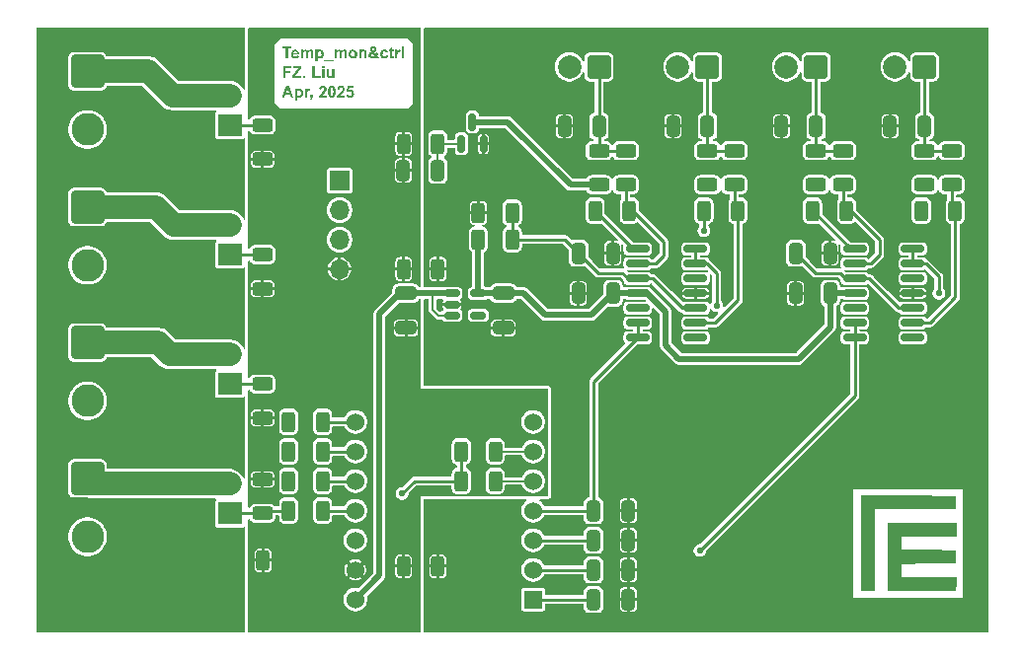
<source format=gbr>
%TF.GenerationSoftware,KiCad,Pcbnew,9.0.0*%
%TF.CreationDate,2025-04-18T19:56:47-04:00*%
%TF.ProjectId,TEMP_ctrl,54454d50-5f63-4747-926c-2e6b69636164,rev?*%
%TF.SameCoordinates,Original*%
%TF.FileFunction,Copper,L1,Top*%
%TF.FilePolarity,Positive*%
%FSLAX46Y46*%
G04 Gerber Fmt 4.6, Leading zero omitted, Abs format (unit mm)*
G04 Created by KiCad (PCBNEW 9.0.0) date 2025-04-18 19:56:47*
%MOMM*%
%LPD*%
G01*
G04 APERTURE LIST*
G04 Aperture macros list*
%AMRoundRect*
0 Rectangle with rounded corners*
0 $1 Rounding radius*
0 $2 $3 $4 $5 $6 $7 $8 $9 X,Y pos of 4 corners*
0 Add a 4 corners polygon primitive as box body*
4,1,4,$2,$3,$4,$5,$6,$7,$8,$9,$2,$3,0*
0 Add four circle primitives for the rounded corners*
1,1,$1+$1,$2,$3*
1,1,$1+$1,$4,$5*
1,1,$1+$1,$6,$7*
1,1,$1+$1,$8,$9*
0 Add four rect primitives between the rounded corners*
20,1,$1+$1,$2,$3,$4,$5,0*
20,1,$1+$1,$4,$5,$6,$7,0*
20,1,$1+$1,$6,$7,$8,$9,0*
20,1,$1+$1,$8,$9,$2,$3,0*%
G04 Aperture macros list end*
%ADD10C,0.200000*%
%TA.AperFunction,EtchedComponent*%
%ADD11C,0.000000*%
%TD*%
%TA.AperFunction,ComponentPad*%
%ADD12R,2.000000X1.905000*%
%TD*%
%TA.AperFunction,ComponentPad*%
%ADD13O,2.000000X1.905000*%
%TD*%
%TA.AperFunction,ComponentPad*%
%ADD14RoundRect,0.250001X-1.149999X1.149999X-1.149999X-1.149999X1.149999X-1.149999X1.149999X1.149999X0*%
%TD*%
%TA.AperFunction,ComponentPad*%
%ADD15C,2.800000*%
%TD*%
%TA.AperFunction,SMDPad,CuDef*%
%ADD16RoundRect,0.250000X0.325000X0.650000X-0.325000X0.650000X-0.325000X-0.650000X0.325000X-0.650000X0*%
%TD*%
%TA.AperFunction,SMDPad,CuDef*%
%ADD17RoundRect,0.248889X0.311111X0.626111X-0.311111X0.626111X-0.311111X-0.626111X0.311111X-0.626111X0*%
%TD*%
%TA.AperFunction,SMDPad,CuDef*%
%ADD18RoundRect,0.248889X-0.311111X-0.626111X0.311111X-0.626111X0.311111X0.626111X-0.311111X0.626111X0*%
%TD*%
%TA.AperFunction,SMDPad,CuDef*%
%ADD19RoundRect,0.250000X-0.325000X-0.650000X0.325000X-0.650000X0.325000X0.650000X-0.325000X0.650000X0*%
%TD*%
%TA.AperFunction,SMDPad,CuDef*%
%ADD20RoundRect,0.150000X-0.825000X-0.150000X0.825000X-0.150000X0.825000X0.150000X-0.825000X0.150000X0*%
%TD*%
%TA.AperFunction,SMDPad,CuDef*%
%ADD21RoundRect,0.248889X0.626111X-0.311111X0.626111X0.311111X-0.626111X0.311111X-0.626111X-0.311111X0*%
%TD*%
%TA.AperFunction,SMDPad,CuDef*%
%ADD22RoundRect,0.248889X-0.626111X0.311111X-0.626111X-0.311111X0.626111X-0.311111X0.626111X0.311111X0*%
%TD*%
%TA.AperFunction,SMDPad,CuDef*%
%ADD23RoundRect,0.150000X-0.512500X-0.150000X0.512500X-0.150000X0.512500X0.150000X-0.512500X0.150000X0*%
%TD*%
%TA.AperFunction,ComponentPad*%
%ADD24RoundRect,0.250000X0.750000X0.750000X-0.750000X0.750000X-0.750000X-0.750000X0.750000X-0.750000X0*%
%TD*%
%TA.AperFunction,ComponentPad*%
%ADD25C,2.000000*%
%TD*%
%TA.AperFunction,SMDPad,CuDef*%
%ADD26RoundRect,0.250000X-0.650000X0.325000X-0.650000X-0.325000X0.650000X-0.325000X0.650000X0.325000X0*%
%TD*%
%TA.AperFunction,SMDPad,CuDef*%
%ADD27RoundRect,0.150000X0.150000X-0.587500X0.150000X0.587500X-0.150000X0.587500X-0.150000X-0.587500X0*%
%TD*%
%TA.AperFunction,ComponentPad*%
%ADD28R,1.700000X1.700000*%
%TD*%
%TA.AperFunction,ComponentPad*%
%ADD29O,1.700000X1.700000*%
%TD*%
%TA.AperFunction,SMDPad,CuDef*%
%ADD30R,4.000000X4.000000*%
%TD*%
%TA.AperFunction,ComponentPad*%
%ADD31R,1.530000X1.530000*%
%TD*%
%TA.AperFunction,ComponentPad*%
%ADD32C,1.530000*%
%TD*%
%TA.AperFunction,ViaPad*%
%ADD33C,0.584200*%
%TD*%
%TA.AperFunction,Conductor*%
%ADD34C,0.254000*%
%TD*%
%TA.AperFunction,Conductor*%
%ADD35C,0.508000*%
%TD*%
%TA.AperFunction,Conductor*%
%ADD36C,0.152400*%
%TD*%
%TA.AperFunction,Conductor*%
%ADD37C,2.032000*%
%TD*%
G04 APERTURE END LIST*
D10*
G36*
X131704021Y-92417130D02*
G01*
X131704021Y-91580842D01*
X131406838Y-91580842D01*
X131406838Y-91412803D01*
X132202704Y-91412803D01*
X132202704Y-91580842D01*
X131906193Y-91580842D01*
X131906193Y-92417130D01*
X131704021Y-92417130D01*
G37*
G36*
X132583486Y-91677955D02*
G01*
X132651119Y-91698556D01*
X132709316Y-91731842D01*
X132759638Y-91778434D01*
X132790716Y-91821844D01*
X132815859Y-91874679D01*
X132834650Y-91938634D01*
X132846190Y-92015763D01*
X132849153Y-92108407D01*
X132368239Y-92108407D01*
X132374900Y-92163463D01*
X132390670Y-92206769D01*
X132414706Y-92240847D01*
X132446821Y-92267193D01*
X132483223Y-92282807D01*
X132525348Y-92288169D01*
X132567569Y-92281930D01*
X132601186Y-92264111D01*
X132627103Y-92234481D01*
X132647653Y-92186564D01*
X132838895Y-92217827D01*
X132808565Y-92285211D01*
X132769774Y-92338833D01*
X132722391Y-92380737D01*
X132666848Y-92411023D01*
X132601254Y-92429966D01*
X132523272Y-92436669D01*
X132447387Y-92431041D01*
X132383213Y-92415169D01*
X132328750Y-92390016D01*
X132282435Y-92355763D01*
X132243248Y-92311800D01*
X132212796Y-92260437D01*
X132190431Y-92202047D01*
X132176417Y-92135443D01*
X132171502Y-92059192D01*
X132176453Y-91991170D01*
X132371659Y-91991170D01*
X132658583Y-91991170D01*
X132652213Y-91936461D01*
X132637503Y-91894725D01*
X132615535Y-91863065D01*
X132585935Y-91838515D01*
X132553100Y-91824120D01*
X132515823Y-91819223D01*
X132475970Y-91824466D01*
X132441829Y-91839717D01*
X132411959Y-91865507D01*
X132389971Y-91898553D01*
X132376277Y-91939693D01*
X132371659Y-91991170D01*
X132176453Y-91991170D01*
X132178127Y-91968177D01*
X132196728Y-91891896D01*
X132226052Y-91827808D01*
X132265779Y-91773916D01*
X132316298Y-91728577D01*
X132372040Y-91696727D01*
X132434118Y-91677391D01*
X132504160Y-91670723D01*
X132583486Y-91677955D01*
G37*
G36*
X132990875Y-91690263D02*
G01*
X133167768Y-91690263D01*
X133167768Y-91789303D01*
X133219687Y-91735576D01*
X133273978Y-91699223D01*
X133331544Y-91677898D01*
X133393876Y-91670723D01*
X133439609Y-91674147D01*
X133479614Y-91683949D01*
X133514837Y-91699727D01*
X133546357Y-91721864D01*
X133574299Y-91750805D01*
X133598857Y-91787471D01*
X133649798Y-91735105D01*
X133701988Y-91699727D01*
X133759197Y-91677983D01*
X133820202Y-91670723D01*
X133872642Y-91674646D01*
X133917281Y-91685743D01*
X133955451Y-91703391D01*
X133988974Y-91728301D01*
X134016405Y-91759944D01*
X134038128Y-91799256D01*
X134051982Y-91853364D01*
X134057911Y-91950442D01*
X134057911Y-92417130D01*
X133865936Y-92417130D01*
X133865936Y-92000451D01*
X133862835Y-91926624D01*
X133855464Y-91883347D01*
X133846153Y-91860439D01*
X133825469Y-91837760D01*
X133798793Y-91824092D01*
X133764148Y-91819223D01*
X133725379Y-91825295D01*
X133688311Y-91843953D01*
X133658259Y-91873698D01*
X133637081Y-91916371D01*
X133626074Y-91970997D01*
X133621388Y-92067007D01*
X133621388Y-92417130D01*
X133429413Y-92417130D01*
X133429413Y-92017609D01*
X133426046Y-91920469D01*
X133419155Y-91880345D01*
X133405638Y-91852779D01*
X133387343Y-91834366D01*
X133363281Y-91823350D01*
X133328969Y-91819223D01*
X133286623Y-91825288D01*
X133249040Y-91843281D01*
X133218894Y-91872127D01*
X133198115Y-91912585D01*
X133187435Y-91965375D01*
X133182789Y-92062916D01*
X133182789Y-92417130D01*
X132990875Y-92417130D01*
X132990875Y-91690263D01*
G37*
G36*
X134710331Y-91676991D02*
G01*
X134765541Y-91695394D01*
X134816458Y-91726201D01*
X134863974Y-91770802D01*
X134900903Y-91822832D01*
X134928338Y-91885190D01*
X134945832Y-91959912D01*
X134952084Y-92049544D01*
X134945750Y-92141735D01*
X134928059Y-92218332D01*
X134900385Y-92282000D01*
X134863241Y-92334881D01*
X134815295Y-92380348D01*
X134764128Y-92411666D01*
X134708858Y-92430326D01*
X134648124Y-92436669D01*
X134590130Y-92430536D01*
X134539131Y-92412733D01*
X134491605Y-92382287D01*
X134436366Y-92330729D01*
X134436366Y-92694589D01*
X134244391Y-92694589D01*
X134244391Y-92039530D01*
X134434290Y-92039530D01*
X134440699Y-92121910D01*
X134457630Y-92181751D01*
X134482772Y-92224483D01*
X134518412Y-92258356D01*
X134557307Y-92277753D01*
X134600985Y-92284261D01*
X134643023Y-92278185D01*
X134679616Y-92260275D01*
X134712299Y-92229368D01*
X134735022Y-92189978D01*
X134750702Y-92132089D01*
X134756751Y-92049300D01*
X134750725Y-91972478D01*
X134734757Y-91916314D01*
X134710956Y-91875887D01*
X134677306Y-91843895D01*
X134640017Y-91825452D01*
X134597566Y-91819223D01*
X134553241Y-91825428D01*
X134514840Y-91843639D01*
X134480757Y-91874849D01*
X134456354Y-91914578D01*
X134440276Y-91968098D01*
X134434290Y-92039530D01*
X134244391Y-92039530D01*
X134244391Y-91690263D01*
X134423360Y-91690263D01*
X134423360Y-91796814D01*
X134463974Y-91747269D01*
X134517637Y-91706444D01*
X134558498Y-91686671D01*
X134602188Y-91674771D01*
X134649467Y-91670723D01*
X134710331Y-91676991D01*
G37*
G36*
X134991285Y-92694589D02*
G01*
X134991285Y-92569537D01*
X135789166Y-92569537D01*
X135789166Y-92694589D01*
X134991285Y-92694589D01*
G37*
G36*
X135868056Y-91690263D02*
G01*
X136044949Y-91690263D01*
X136044949Y-91789303D01*
X136096868Y-91735576D01*
X136151159Y-91699223D01*
X136208725Y-91677898D01*
X136271057Y-91670723D01*
X136316790Y-91674147D01*
X136356795Y-91683949D01*
X136392018Y-91699727D01*
X136423538Y-91721864D01*
X136451480Y-91750805D01*
X136476038Y-91787471D01*
X136526978Y-91735105D01*
X136579169Y-91699727D01*
X136636377Y-91677983D01*
X136697383Y-91670723D01*
X136749822Y-91674646D01*
X136794461Y-91685743D01*
X136832632Y-91703391D01*
X136866155Y-91728301D01*
X136893586Y-91759944D01*
X136915308Y-91799256D01*
X136929163Y-91853364D01*
X136935092Y-91950442D01*
X136935092Y-92417130D01*
X136743117Y-92417130D01*
X136743117Y-92000451D01*
X136740015Y-91926624D01*
X136732645Y-91883347D01*
X136723333Y-91860439D01*
X136702650Y-91837760D01*
X136675974Y-91824092D01*
X136641329Y-91819223D01*
X136602560Y-91825295D01*
X136565492Y-91843953D01*
X136535440Y-91873698D01*
X136514262Y-91916371D01*
X136503255Y-91970997D01*
X136498569Y-92067007D01*
X136498569Y-92417130D01*
X136306594Y-92417130D01*
X136306594Y-92017609D01*
X136303227Y-91920469D01*
X136296336Y-91880345D01*
X136282818Y-91852779D01*
X136264523Y-91834366D01*
X136240462Y-91823350D01*
X136206149Y-91819223D01*
X136163803Y-91825288D01*
X136126221Y-91843281D01*
X136096074Y-91872127D01*
X136075296Y-91912585D01*
X136064615Y-91965375D01*
X136059970Y-92062916D01*
X136059970Y-92417130D01*
X135868056Y-92417130D01*
X135868056Y-91690263D01*
G37*
G36*
X137536922Y-91677844D02*
G01*
X137607606Y-91698345D01*
X137670230Y-91731762D01*
X137726134Y-91778740D01*
X137771850Y-91835796D01*
X137804426Y-91899358D01*
X137824411Y-91970713D01*
X137831341Y-92051620D01*
X137824351Y-92133202D01*
X137804181Y-92205251D01*
X137771284Y-92269524D01*
X137725096Y-92327309D01*
X137668608Y-92375122D01*
X137606116Y-92408929D01*
X137536380Y-92429545D01*
X137457650Y-92436669D01*
X137392239Y-92431615D01*
X137329059Y-92416517D01*
X137267384Y-92391118D01*
X137211571Y-92355804D01*
X137166032Y-92311591D01*
X137129754Y-92257639D01*
X137104360Y-92197237D01*
X137088304Y-92126466D01*
X137083325Y-92053696D01*
X137279352Y-92053696D01*
X137285815Y-92125240D01*
X137303401Y-92180085D01*
X137330582Y-92221979D01*
X137367889Y-92254733D01*
X137409477Y-92273853D01*
X137456978Y-92280354D01*
X137504465Y-92273845D01*
X137545925Y-92254720D01*
X137583007Y-92221979D01*
X137609961Y-92180087D01*
X137627475Y-92124826D01*
X137633932Y-92052292D01*
X137627530Y-91981687D01*
X137610067Y-91927282D01*
X137583007Y-91885474D01*
X137545921Y-91852696D01*
X137504461Y-91833553D01*
X137456978Y-91827039D01*
X137409481Y-91833545D01*
X137367893Y-91852684D01*
X137330582Y-91885474D01*
X137303403Y-91927330D01*
X137285816Y-91982153D01*
X137279352Y-92053696D01*
X137083325Y-92053696D01*
X137082615Y-92043316D01*
X137087783Y-91980031D01*
X137103338Y-91917956D01*
X137129754Y-91856348D01*
X137165884Y-91800419D01*
X137210166Y-91754758D01*
X137263293Y-91718351D01*
X137322492Y-91692112D01*
X137386476Y-91676176D01*
X137456306Y-91670723D01*
X137536922Y-91677844D01*
G37*
G36*
X138641800Y-92417130D02*
G01*
X138449825Y-92417130D01*
X138449825Y-92045087D01*
X138445786Y-91937268D01*
X138437491Y-91892374D01*
X138421150Y-91861256D01*
X138397557Y-91838457D01*
X138367681Y-91824209D01*
X138330940Y-91819223D01*
X138283481Y-91826149D01*
X138241486Y-91846700D01*
X138208047Y-91878642D01*
X138187142Y-91919424D01*
X138177071Y-91974293D01*
X138172487Y-92086913D01*
X138172487Y-92417130D01*
X137980512Y-92417130D01*
X137980512Y-91690263D01*
X138158810Y-91690263D01*
X138158810Y-91796814D01*
X138200296Y-91749950D01*
X138244381Y-91714979D01*
X138291470Y-91690494D01*
X138342308Y-91675752D01*
X138397924Y-91670723D01*
X138459415Y-91676622D01*
X138514000Y-91693743D01*
X138561477Y-91720888D01*
X138593623Y-91752545D01*
X138616415Y-91790481D01*
X138631175Y-91833633D01*
X138638723Y-91883885D01*
X138641800Y-91963509D01*
X138641800Y-92417130D01*
G37*
G36*
X139268491Y-91401850D02*
G01*
X139322796Y-91414971D01*
X139368305Y-91435621D01*
X139406463Y-91463544D01*
X139438898Y-91499161D01*
X139461422Y-91537543D01*
X139474937Y-91579371D01*
X139479553Y-91625661D01*
X139475604Y-91665196D01*
X139463709Y-91703502D01*
X139443344Y-91741248D01*
X139415699Y-91774642D01*
X139369106Y-91815392D01*
X139297165Y-91865080D01*
X139436505Y-92049666D01*
X139458366Y-92002446D01*
X139478881Y-91936521D01*
X139652355Y-91975233D01*
X139626146Y-92060890D01*
X139607292Y-92110116D01*
X139586791Y-92150519D01*
X139566320Y-92181496D01*
X139649302Y-92247564D01*
X139724101Y-92295069D01*
X139607964Y-92444485D01*
X139525553Y-92395513D01*
X139444016Y-92328958D01*
X139380402Y-92377546D01*
X139314872Y-92410474D01*
X139268633Y-92424530D01*
X139214849Y-92433491D01*
X139152329Y-92436669D01*
X139076258Y-92431807D01*
X139011724Y-92418122D01*
X138956919Y-92396591D01*
X138910347Y-92367647D01*
X138870900Y-92331156D01*
X138838536Y-92288236D01*
X138815940Y-92243106D01*
X138802401Y-92195131D01*
X138797810Y-92143455D01*
X138798609Y-92135701D01*
X138994548Y-92135701D01*
X138999264Y-92175417D01*
X139012782Y-92208755D01*
X139035153Y-92237184D01*
X139064437Y-92258519D01*
X139100165Y-92271743D01*
X139144146Y-92276446D01*
X139188383Y-92272007D01*
X139230914Y-92258677D01*
X139272370Y-92236443D01*
X139321772Y-92199937D01*
X139126378Y-91958808D01*
X139084245Y-91983805D01*
X139051712Y-92010677D01*
X139027337Y-92039408D01*
X139008693Y-92072000D01*
X138998028Y-92103889D01*
X138994548Y-92135701D01*
X138798609Y-92135701D01*
X138804247Y-92080950D01*
X138823247Y-92023501D01*
X138855207Y-91969799D01*
X138897430Y-91922844D01*
X138953730Y-91878185D01*
X139026666Y-91835893D01*
X138980395Y-91774310D01*
X138949424Y-91719694D01*
X138929617Y-91664559D01*
X138923473Y-91615158D01*
X138924030Y-91609785D01*
X139110685Y-91609785D01*
X139114546Y-91632201D01*
X139127880Y-91660213D01*
X139154405Y-91695819D01*
X139201544Y-91750469D01*
X139253445Y-91710840D01*
X139287825Y-91678370D01*
X139305489Y-91649496D01*
X139310842Y-91622730D01*
X139303977Y-91588696D01*
X139283182Y-91559898D01*
X139251704Y-91540807D01*
X139208382Y-91533947D01*
X139166245Y-91540097D01*
X139136636Y-91556845D01*
X139116939Y-91581980D01*
X139110685Y-91609785D01*
X138924030Y-91609785D01*
X138928023Y-91571290D01*
X138941385Y-91531513D01*
X138963766Y-91494835D01*
X138996196Y-91460613D01*
X139033970Y-91434215D01*
X139079944Y-91414443D01*
X139135786Y-91401739D01*
X139203559Y-91397171D01*
X139268491Y-91401850D01*
G37*
G36*
X140479483Y-91897381D02*
G01*
X140290256Y-91932552D01*
X140280592Y-91896588D01*
X140266022Y-91868851D01*
X140246842Y-91847738D01*
X140222881Y-91832274D01*
X140194056Y-91822642D01*
X140159098Y-91819223D01*
X140113625Y-91825094D01*
X140076118Y-91841900D01*
X140044670Y-91869903D01*
X140022893Y-91906429D01*
X140007824Y-91960773D01*
X140001988Y-92039286D01*
X140008019Y-92127019D01*
X140023433Y-92186707D01*
X140045342Y-92225887D01*
X140077552Y-92256126D01*
X140115738Y-92274105D01*
X140161845Y-92280354D01*
X140197053Y-92276613D01*
X140226454Y-92265980D01*
X140251299Y-92248663D01*
X140270628Y-92225137D01*
X140287305Y-92190026D01*
X140300514Y-92139670D01*
X140489070Y-92170933D01*
X140469902Y-92235597D01*
X140444527Y-92289244D01*
X140413359Y-92333491D01*
X140376352Y-92369563D01*
X140333299Y-92397794D01*
X140282706Y-92418705D01*
X140223176Y-92431962D01*
X140152992Y-92436669D01*
X140074762Y-92429847D01*
X140007667Y-92410394D01*
X139949629Y-92379006D01*
X139899162Y-92335247D01*
X139859247Y-92282132D01*
X139829841Y-92219015D01*
X139811211Y-92143934D01*
X139804579Y-92054368D01*
X139811267Y-91963710D01*
X139830015Y-91888058D01*
X139859538Y-91824785D01*
X139899529Y-91771840D01*
X139950103Y-91728340D01*
X140008625Y-91697033D01*
X140076654Y-91677567D01*
X140156350Y-91670723D01*
X140223294Y-91674719D01*
X140279692Y-91685912D01*
X140327178Y-91703403D01*
X140367131Y-91726716D01*
X140412973Y-91768905D01*
X140450476Y-91824844D01*
X140479483Y-91897381D01*
G37*
G36*
X140957283Y-91690263D02*
G01*
X140957283Y-91842670D01*
X140826125Y-91842670D01*
X140826125Y-92137838D01*
X140829850Y-92242313D01*
X140835940Y-92255743D01*
X140846947Y-92266798D01*
X140861408Y-92273939D01*
X140879431Y-92276446D01*
X140908544Y-92272643D01*
X140956612Y-92258005D01*
X140972976Y-92407787D01*
X140927517Y-92423530D01*
X140877215Y-92433287D01*
X140821301Y-92436669D01*
X140771156Y-92432122D01*
X140727695Y-92419083D01*
X140690484Y-92398084D01*
X140666573Y-92373593D01*
X140650749Y-92342486D01*
X140639645Y-92298183D01*
X140635454Y-92255886D01*
X140633478Y-92161713D01*
X140633478Y-91842670D01*
X140545368Y-91842670D01*
X140545368Y-91690263D01*
X140633478Y-91690263D01*
X140633478Y-91549579D01*
X140826125Y-91436250D01*
X140826125Y-91690263D01*
X140957283Y-91690263D01*
G37*
G36*
X141274372Y-92417130D02*
G01*
X141082397Y-92417130D01*
X141082397Y-91690263D01*
X141260694Y-91690263D01*
X141260694Y-91793394D01*
X141307796Y-91728139D01*
X141343004Y-91695514D01*
X141381783Y-91676997D01*
X141425985Y-91670723D01*
X141468753Y-91674661D01*
X141510678Y-91686547D01*
X141552381Y-91706871D01*
X141492969Y-91874056D01*
X141444280Y-91849868D01*
X141402782Y-91842670D01*
X141365048Y-91848439D01*
X141334455Y-91865080D01*
X141311033Y-91893673D01*
X141290430Y-91945985D01*
X141279564Y-92020341D01*
X141274372Y-92191205D01*
X141274372Y-92417130D01*
G37*
G36*
X141634813Y-92417130D02*
G01*
X141634813Y-91412803D01*
X141826727Y-91412803D01*
X141826727Y-92417130D01*
X141634813Y-92417130D01*
G37*
G36*
X131479928Y-94097130D02*
G01*
X131479928Y-93092803D01*
X132166495Y-93092803D01*
X132166495Y-93260842D01*
X131682161Y-93260842D01*
X131682161Y-93503131D01*
X132100244Y-93503131D01*
X132100244Y-93671170D01*
X131682161Y-93671170D01*
X131682161Y-94097130D01*
X131479928Y-94097130D01*
G37*
G36*
X132246667Y-94097130D02*
G01*
X132246667Y-93909551D01*
X132772705Y-93260842D01*
X132306079Y-93260842D01*
X132306079Y-93092803D01*
X133039113Y-93092803D01*
X133039113Y-93249118D01*
X132490544Y-93929090D01*
X133060240Y-93929090D01*
X133060240Y-94097130D01*
X132246667Y-94097130D01*
G37*
G36*
X133186941Y-94097130D02*
G01*
X133186941Y-93905643D01*
X133378855Y-93905643D01*
X133378855Y-94097130D01*
X133186941Y-94097130D01*
G37*
G36*
X133971388Y-94097130D02*
G01*
X133971388Y-93104527D01*
X134173621Y-93104527D01*
X134173621Y-93929090D01*
X134676395Y-93929090D01*
X134676395Y-94097130D01*
X133971388Y-94097130D01*
G37*
G36*
X134819460Y-93268658D02*
G01*
X134819460Y-93092803D01*
X135011374Y-93092803D01*
X135011374Y-93268658D01*
X134819460Y-93268658D01*
G37*
G36*
X134819460Y-94097130D02*
G01*
X134819460Y-93370263D01*
X135011374Y-93370263D01*
X135011374Y-94097130D01*
X134819460Y-94097130D01*
G37*
G36*
X135685790Y-94097130D02*
G01*
X135685790Y-93988502D01*
X135656763Y-94024482D01*
X135622201Y-94055432D01*
X135581559Y-94081620D01*
X135537462Y-94101188D01*
X135492249Y-94112788D01*
X135445333Y-94116669D01*
X135397416Y-94112948D01*
X135353935Y-94102119D01*
X135314113Y-94084368D01*
X135278646Y-94059650D01*
X135250899Y-94029597D01*
X135230094Y-93993632D01*
X135216650Y-93953722D01*
X135207545Y-93900913D01*
X135204143Y-93832126D01*
X135204143Y-93370263D01*
X135396118Y-93370263D01*
X135396118Y-93704875D01*
X135399752Y-93844097D01*
X135406681Y-93893065D01*
X135421756Y-93924262D01*
X135445272Y-93947958D01*
X135476059Y-93962829D01*
X135516346Y-93968169D01*
X135563191Y-93961342D01*
X135604457Y-93941119D01*
X135637622Y-93910300D01*
X135657763Y-93873892D01*
X135667294Y-93819599D01*
X135672112Y-93677459D01*
X135672112Y-93370263D01*
X135864087Y-93370263D01*
X135864087Y-94097130D01*
X135685790Y-94097130D01*
G37*
G36*
X132381673Y-95777130D02*
G01*
X132161671Y-95777130D01*
X132074232Y-95550472D01*
X131673979Y-95550472D01*
X131591303Y-95777130D01*
X131376797Y-95777130D01*
X131530087Y-95382433D01*
X131736139Y-95382433D01*
X132009385Y-95382433D01*
X131871388Y-95007276D01*
X131736139Y-95382433D01*
X131530087Y-95382433D01*
X131766852Y-94772803D01*
X131980687Y-94772803D01*
X132381673Y-95777130D01*
G37*
G36*
X132947875Y-95036991D02*
G01*
X133003084Y-95055394D01*
X133054002Y-95086201D01*
X133101517Y-95130802D01*
X133138446Y-95182832D01*
X133165882Y-95245190D01*
X133183376Y-95319912D01*
X133189628Y-95409544D01*
X133183294Y-95501735D01*
X133165603Y-95578332D01*
X133137929Y-95642000D01*
X133100785Y-95694881D01*
X133052838Y-95740348D01*
X133001671Y-95771666D01*
X132946402Y-95790326D01*
X132885668Y-95796669D01*
X132827673Y-95790536D01*
X132776674Y-95772733D01*
X132729148Y-95742287D01*
X132673909Y-95690729D01*
X132673909Y-96054589D01*
X132481934Y-96054589D01*
X132481934Y-95399530D01*
X132671833Y-95399530D01*
X132678243Y-95481910D01*
X132695174Y-95541751D01*
X132720315Y-95584483D01*
X132755956Y-95618356D01*
X132794851Y-95637753D01*
X132838529Y-95644261D01*
X132880567Y-95638185D01*
X132917160Y-95620275D01*
X132949843Y-95589368D01*
X132972566Y-95549978D01*
X132988245Y-95492089D01*
X132994295Y-95409300D01*
X132988269Y-95332478D01*
X132972301Y-95276314D01*
X132948499Y-95235887D01*
X132914849Y-95203895D01*
X132877561Y-95185452D01*
X132835109Y-95179223D01*
X132790785Y-95185428D01*
X132752384Y-95203639D01*
X132718300Y-95234849D01*
X132693898Y-95274578D01*
X132677820Y-95328098D01*
X132671833Y-95399530D01*
X132481934Y-95399530D01*
X132481934Y-95050263D01*
X132660903Y-95050263D01*
X132660903Y-95156814D01*
X132701518Y-95107269D01*
X132755181Y-95066444D01*
X132796042Y-95046671D01*
X132839731Y-95034771D01*
X132887011Y-95030723D01*
X132947875Y-95036991D01*
G37*
G36*
X133526011Y-95777130D02*
G01*
X133334037Y-95777130D01*
X133334037Y-95050263D01*
X133512334Y-95050263D01*
X133512334Y-95153394D01*
X133559436Y-95088139D01*
X133594644Y-95055514D01*
X133633423Y-95036997D01*
X133677625Y-95030723D01*
X133720393Y-95034661D01*
X133762318Y-95046547D01*
X133804021Y-95066871D01*
X133744609Y-95234056D01*
X133695919Y-95209868D01*
X133654422Y-95202670D01*
X133616688Y-95208439D01*
X133586095Y-95225080D01*
X133562673Y-95253673D01*
X133542070Y-95305985D01*
X133531204Y-95380341D01*
X133526011Y-95551205D01*
X133526011Y-95777130D01*
G37*
G36*
X133804448Y-95585643D02*
G01*
X133996423Y-95585643D01*
X133996423Y-95722602D01*
X133992341Y-95801262D01*
X133982074Y-95853700D01*
X133961640Y-95898761D01*
X133927730Y-95939917D01*
X133883459Y-95973364D01*
X133826308Y-95999879D01*
X133788756Y-95917813D01*
X133840608Y-95894274D01*
X133871432Y-95866461D01*
X133889662Y-95829679D01*
X133897383Y-95777130D01*
X133804448Y-95777130D01*
X133804448Y-95585643D01*
G37*
G36*
X135194190Y-95597367D02*
G01*
X135194190Y-95777130D01*
X134521362Y-95777130D01*
X134533426Y-95711403D01*
X134555149Y-95647919D01*
X134586941Y-95586071D01*
X134627931Y-95528324D01*
X134696836Y-95450232D01*
X134802791Y-95346590D01*
X134918624Y-95233791D01*
X134961915Y-95183070D01*
X134984603Y-95142188D01*
X134997418Y-95103396D01*
X135001544Y-95065894D01*
X134997287Y-95024557D01*
X134985561Y-94992449D01*
X134967044Y-94967464D01*
X134942056Y-94948834D01*
X134910878Y-94937199D01*
X134871728Y-94933026D01*
X134833184Y-94937338D01*
X134801849Y-94949496D01*
X134776107Y-94969235D01*
X134757231Y-94995731D01*
X134743115Y-95034415D01*
X134735136Y-95089342D01*
X134543893Y-95070230D01*
X134558418Y-94991033D01*
X134581719Y-94928549D01*
X134612676Y-94879663D01*
X134651116Y-94842046D01*
X134697698Y-94812436D01*
X134750084Y-94790887D01*
X134809285Y-94777481D01*
X134876552Y-94772803D01*
X134950421Y-94778360D01*
X135012586Y-94794005D01*
X135065086Y-94818768D01*
X135109499Y-94852487D01*
X135146765Y-94895031D01*
X135172911Y-94941585D01*
X135188745Y-94993027D01*
X135194190Y-95050629D01*
X135188089Y-95116636D01*
X135169949Y-95178979D01*
X135139899Y-95239200D01*
X135093074Y-95306596D01*
X135050153Y-95354554D01*
X134967411Y-95433968D01*
X134852311Y-95544244D01*
X134813049Y-95597367D01*
X135194190Y-95597367D01*
G37*
G36*
X135718918Y-94779722D02*
G01*
X135779147Y-94799458D01*
X135830895Y-94831516D01*
X135875567Y-94876789D01*
X135907019Y-94925310D01*
X135933570Y-94987372D01*
X135954406Y-95065779D01*
X135968214Y-95163800D01*
X135973264Y-95285102D01*
X135968204Y-95405909D01*
X135954347Y-95503843D01*
X135933399Y-95582472D01*
X135906648Y-95644977D01*
X135874895Y-95694087D01*
X135830629Y-95738659D01*
X135779147Y-95770294D01*
X135719015Y-95789814D01*
X135648054Y-95796669D01*
X135577439Y-95789410D01*
X135515780Y-95768425D01*
X135461156Y-95733806D01*
X135412360Y-95684195D01*
X135384212Y-95640230D01*
X135360013Y-95581773D01*
X135340698Y-95505448D01*
X135327709Y-95407333D01*
X135322986Y-95285102D01*
X135523735Y-95285102D01*
X135529283Y-95447396D01*
X135541503Y-95526964D01*
X135556117Y-95570127D01*
X135571165Y-95597960D01*
X135586261Y-95614647D01*
X135615191Y-95630992D01*
X135648054Y-95636446D01*
X135680994Y-95630916D01*
X135710214Y-95614281D01*
X135733012Y-95586043D01*
X135752651Y-95534780D01*
X135766397Y-95448329D01*
X135772435Y-95285102D01*
X135766885Y-95122762D01*
X135754666Y-95043241D01*
X135732562Y-94984417D01*
X135709909Y-94955191D01*
X135680944Y-94938565D01*
X135648054Y-94933026D01*
X135615157Y-94938551D01*
X135585895Y-94955191D01*
X135563145Y-94983422D01*
X135543518Y-95034692D01*
X135529762Y-95121741D01*
X135523735Y-95285102D01*
X135322986Y-95285102D01*
X135322906Y-95283026D01*
X135327956Y-95162862D01*
X135341796Y-95065340D01*
X135362732Y-94986937D01*
X135389488Y-94924516D01*
X135421275Y-94875385D01*
X135465541Y-94830810D01*
X135517014Y-94799175D01*
X135577126Y-94779656D01*
X135648054Y-94772803D01*
X135718918Y-94779722D01*
G37*
G36*
X136749529Y-95597367D02*
G01*
X136749529Y-95777130D01*
X136076701Y-95777130D01*
X136088765Y-95711403D01*
X136110487Y-95647919D01*
X136142280Y-95586071D01*
X136183270Y-95528324D01*
X136252174Y-95450232D01*
X136358129Y-95346590D01*
X136473962Y-95233791D01*
X136517254Y-95183070D01*
X136539942Y-95142188D01*
X136552756Y-95103396D01*
X136556882Y-95065894D01*
X136552625Y-95024557D01*
X136540900Y-94992449D01*
X136522383Y-94967464D01*
X136497395Y-94948834D01*
X136466217Y-94937199D01*
X136427067Y-94933026D01*
X136388523Y-94937338D01*
X136357187Y-94949496D01*
X136331446Y-94969235D01*
X136312570Y-94995731D01*
X136298453Y-95034415D01*
X136290474Y-95089342D01*
X136099232Y-95070230D01*
X136113756Y-94991033D01*
X136137058Y-94928549D01*
X136168014Y-94879663D01*
X136206455Y-94842046D01*
X136253036Y-94812436D01*
X136305422Y-94790887D01*
X136364624Y-94777481D01*
X136431891Y-94772803D01*
X136505759Y-94778360D01*
X136567925Y-94794005D01*
X136620425Y-94818768D01*
X136664837Y-94852487D01*
X136702104Y-94895031D01*
X136728249Y-94941585D01*
X136744084Y-94993027D01*
X136749529Y-95050629D01*
X136743428Y-95116636D01*
X136725287Y-95178979D01*
X136695237Y-95239200D01*
X136648412Y-95306596D01*
X136605491Y-95354554D01*
X136522749Y-95433968D01*
X136407650Y-95544244D01*
X136368388Y-95597367D01*
X136749529Y-95597367D01*
G37*
G36*
X136881664Y-95523361D02*
G01*
X137072967Y-95503578D01*
X137082409Y-95545075D01*
X137098627Y-95578875D01*
X137121449Y-95606404D01*
X137150092Y-95627665D01*
X137180766Y-95640081D01*
X137214384Y-95644261D01*
X137252141Y-95638768D01*
X137285613Y-95622458D01*
X137316111Y-95594131D01*
X137337914Y-95558228D01*
X137352392Y-95509155D01*
X137357815Y-95442883D01*
X137352485Y-95380975D01*
X137338188Y-95334866D01*
X137316477Y-95300856D01*
X137286224Y-95274579D01*
X137250903Y-95258907D01*
X137208888Y-95253473D01*
X137169558Y-95257894D01*
X137132254Y-95271162D01*
X137096132Y-95293942D01*
X137060633Y-95327723D01*
X136904867Y-95304825D01*
X137003236Y-94784527D01*
X137510833Y-94784527D01*
X137510833Y-94964289D01*
X137148743Y-94964289D01*
X137118702Y-95132817D01*
X137162391Y-95114993D01*
X137205951Y-95104528D01*
X137249860Y-95101065D01*
X137311769Y-95107037D01*
X137367687Y-95124499D01*
X137418924Y-95153508D01*
X137466381Y-95195099D01*
X137504600Y-95244566D01*
X137532156Y-95300802D01*
X137549247Y-95365096D01*
X137555225Y-95439158D01*
X137550636Y-95500742D01*
X137537158Y-95557990D01*
X137514886Y-95611702D01*
X137483478Y-95662519D01*
X137440969Y-95711192D01*
X137393454Y-95748212D01*
X137340299Y-95774700D01*
X137280407Y-95791003D01*
X137212308Y-95796669D01*
X137143389Y-95791620D01*
X137083684Y-95777234D01*
X137031685Y-95754205D01*
X136986200Y-95722602D01*
X136947229Y-95682789D01*
X136916996Y-95636959D01*
X136895077Y-95584237D01*
X136881664Y-95523361D01*
G37*
D11*
%TA.AperFunction,EtchedComponent*%
%TO.C,G\u002A\u002A\u002A*%
G36*
X189208185Y-132872781D02*
G01*
X189208185Y-133448916D01*
X186853550Y-133448916D01*
X184498915Y-133448916D01*
X184498915Y-134024554D01*
X184498915Y-134600193D01*
X186841025Y-134613213D01*
X189183136Y-134626233D01*
X189183136Y-135202367D01*
X189183136Y-135778501D01*
X186841025Y-135791521D01*
X184498915Y-135804542D01*
X184498915Y-136380180D01*
X184498915Y-136955819D01*
X186855140Y-136955819D01*
X189211365Y-136955819D01*
X189197250Y-137544478D01*
X189183136Y-138133137D01*
X186264891Y-138146065D01*
X183346646Y-138158993D01*
X183346646Y-135227820D01*
X183346646Y-132296647D01*
X186277416Y-132296647D01*
X189208185Y-132296647D01*
X189208185Y-132872781D01*
G37*
%TD.AperFunction*%
%TA.AperFunction,EtchedComponent*%
G36*
X185087573Y-129954244D02*
G01*
X189183136Y-129967062D01*
X189183136Y-130543196D01*
X189183136Y-131119330D01*
X185689097Y-131132195D01*
X182195059Y-131145060D01*
X182182194Y-134639098D01*
X182169329Y-138133137D01*
X181615617Y-138147209D01*
X181389239Y-138149899D01*
X181200898Y-138146383D01*
X181072476Y-138137436D01*
X181026959Y-138126335D01*
X181021557Y-138071982D01*
X181016410Y-137924954D01*
X181011583Y-137692774D01*
X181007139Y-137382963D01*
X181003143Y-137003044D01*
X180999657Y-136560539D01*
X180996746Y-136062970D01*
X180994475Y-135517859D01*
X180992906Y-134932729D01*
X180992105Y-134315102D01*
X180992011Y-134016407D01*
X180992011Y-129941427D01*
X185087573Y-129954244D01*
G37*
%TD.AperFunction*%
%TD*%
D12*
%TO.P,Q2,1,G*%
%TO.N,Net-(Q2-G)*%
X126900000Y-98155000D03*
D13*
%TO.P,Q2,2,D*%
%TO.N,Net-(J9-Pin_1)*%
X126900000Y-95615000D03*
%TO.P,Q2,3,S*%
%TO.N,GNDPWR*%
X126900000Y-93075000D03*
%TD*%
D14*
%TO.P,J10,1,Pin_1*%
%TO.N,Net-(J10-Pin_1)*%
X114700000Y-116825000D03*
D15*
%TO.P,J10,2,Pin_2*%
%TO.N,+24V*%
X114700000Y-121825000D03*
%TD*%
D16*
%TO.P,C11,1*%
%TO.N,Net-(J2-Pin_1)*%
X177166667Y-98250000D03*
%TO.P,C11,2*%
%TO.N,GNDA*%
X174206667Y-98250000D03*
%TD*%
D17*
%TO.P,R9,1*%
%TO.N,Net-(U1C--)*%
X170476667Y-105500000D03*
%TO.P,R9,2*%
%TO.N,Net-(U1D-+)*%
X167556667Y-105500000D03*
%TD*%
D18*
%TO.P,R18,1*%
%TO.N,GNDD*%
X141810000Y-99750000D03*
%TO.P,R18,2*%
%TO.N,R_PWR_EN*%
X144730000Y-99750000D03*
%TD*%
D19*
%TO.P,C6,1*%
%TO.N,CH1*%
X158100000Y-131240000D03*
%TO.P,C6,2*%
%TO.N,GNDA*%
X161060000Y-131240000D03*
%TD*%
D20*
%TO.P,U1,1*%
%TO.N,Net-(U1B-+)*%
X161879167Y-108767500D03*
%TO.P,U1,2,-*%
%TO.N,Net-(U1A--)*%
X161879167Y-110037500D03*
%TO.P,U1,3,+*%
%TO.N,VAA{slash}2*%
X161879167Y-111307500D03*
%TO.P,U1,4,V+*%
%TO.N,VAA*%
X161879167Y-112577500D03*
%TO.P,U1,5,+*%
%TO.N,Net-(U1B-+)*%
X161879167Y-113847500D03*
%TO.P,U1,6,-*%
%TO.N,CH1*%
X161879167Y-115117500D03*
%TO.P,U1,7*%
X161879167Y-116387500D03*
%TO.P,U1,8*%
%TO.N,Net-(U1D-+)*%
X166829167Y-116387500D03*
%TO.P,U1,9,-*%
%TO.N,Net-(U1C--)*%
X166829167Y-115117500D03*
%TO.P,U1,10,+*%
%TO.N,VAA{slash}2*%
X166829167Y-113847500D03*
%TO.P,U1,11,V-*%
%TO.N,GNDA*%
X166829167Y-112577500D03*
%TO.P,U1,12,+*%
%TO.N,Net-(U1D-+)*%
X166829167Y-111307500D03*
%TO.P,U1,13,-*%
%TO.N,CH2*%
X166829167Y-110037500D03*
%TO.P,U1,14*%
X166829167Y-108767500D03*
%TD*%
D19*
%TO.P,C7,1*%
%TO.N,CH2*%
X158100000Y-133780000D03*
%TO.P,C7,2*%
%TO.N,GNDA*%
X161060000Y-133780000D03*
%TD*%
%TO.P,C9,1*%
%TO.N,CH4*%
X158100000Y-138860000D03*
%TO.P,C9,2*%
%TO.N,GNDA*%
X161060000Y-138860000D03*
%TD*%
%TO.P,C8,1*%
%TO.N,CH3*%
X158100000Y-136320000D03*
%TO.P,C8,2*%
%TO.N,GNDA*%
X161060000Y-136320000D03*
%TD*%
D17*
%TO.P,R17,1*%
%TO.N,Net-(U4C--)*%
X189110000Y-105500000D03*
%TO.P,R17,2*%
%TO.N,Net-(U4D-+)*%
X186190000Y-105500000D03*
%TD*%
D21*
%TO.P,R24,1*%
%TO.N,GNDD*%
X129700000Y-123291667D03*
%TO.P,R24,2*%
%TO.N,Net-(Q4-G)*%
X129700000Y-120371667D03*
%TD*%
D22*
%TO.P,R13,1*%
%TO.N,Net-(J2-Pin_1)*%
X179475000Y-100340000D03*
%TO.P,R13,2*%
%TO.N,Net-(U4A--)*%
X179475000Y-103260000D03*
%TD*%
D23*
%TO.P,U3,1,VIN*%
%TO.N,+5V*%
X145937500Y-112587500D03*
%TO.P,U3,2,GND*%
%TO.N,GNDA*%
X145937500Y-113537500D03*
%TO.P,U3,3,EN*%
%TO.N,+5V*%
X145937500Y-114487500D03*
%TO.P,U3,4,NC*%
%TO.N,unconnected-(U3-NC-Pad4)*%
X148212500Y-114487500D03*
%TO.P,U3,5,VOUT*%
%TO.N,VAA*%
X148212500Y-112587500D03*
%TD*%
D14*
%TO.P,J12,1,Pin_1*%
%TO.N,Net-(J12-Pin_1)*%
X114700000Y-128475000D03*
D15*
%TO.P,J12,2,Pin_2*%
%TO.N,+24V*%
X114700000Y-133475000D03*
%TD*%
D22*
%TO.P,R8,1*%
%TO.N,Net-(J3-Pin_1)*%
X170150000Y-100340000D03*
%TO.P,R8,2*%
%TO.N,Net-(U1C--)*%
X170150000Y-103260000D03*
%TD*%
D16*
%TO.P,C2,1*%
%TO.N,VAA*%
X159755000Y-112577500D03*
%TO.P,C2,2*%
%TO.N,GNDA*%
X156795000Y-112577500D03*
%TD*%
D17*
%TO.P,R4,1*%
%TO.N,Net-(U1A--)*%
X161160000Y-105500000D03*
%TO.P,R4,2*%
%TO.N,Net-(U1B-+)*%
X158240000Y-105500000D03*
%TD*%
D22*
%TO.P,R3,1*%
%TO.N,Net-(J1-Pin_1)*%
X160850000Y-100340000D03*
%TO.P,R3,2*%
%TO.N,Net-(U1A--)*%
X160850000Y-103260000D03*
%TD*%
D24*
%TO.P,J1,1,Pin_1*%
%TO.N,Net-(J1-Pin_1)*%
X158550000Y-93150000D03*
D25*
%TO.P,J1,2,Pin_2*%
%TO.N,VAA*%
X156010000Y-93150000D03*
%TD*%
D22*
%TO.P,R25,1*%
%TO.N,GNDD*%
X129700000Y-128560000D03*
%TO.P,R25,2*%
%TO.N,Net-(Q5-G)*%
X129700000Y-131480000D03*
%TD*%
D17*
%TO.P,R28,1*%
%TO.N,SDA*%
X149660000Y-128700000D03*
%TO.P,R28,2*%
%TO.N,+3.3V*%
X146740000Y-128700000D03*
%TD*%
D18*
%TO.P,R5,1*%
%TO.N,VAA*%
X148212500Y-107975000D03*
%TO.P,R5,2*%
%TO.N,VAA{slash}2*%
X151132500Y-107975000D03*
%TD*%
D17*
%TO.P,R6,1*%
%TO.N,VAA{slash}2*%
X151132500Y-105675000D03*
%TO.P,R6,2*%
%TO.N,GNDA*%
X148212500Y-105675000D03*
%TD*%
%TO.P,R19,1*%
%TO.N,HEATER1*%
X134860000Y-123620000D03*
%TO.P,R19,2*%
%TO.N,Net-(Q2-G)*%
X131940000Y-123620000D03*
%TD*%
D21*
%TO.P,R23,1*%
%TO.N,GNDD*%
X129700000Y-101075000D03*
%TO.P,R23,2*%
%TO.N,Net-(Q2-G)*%
X129700000Y-98155000D03*
%TD*%
D26*
%TO.P,C10,1*%
%TO.N,+5V*%
X142000000Y-112587500D03*
%TO.P,C10,2*%
%TO.N,GNDD*%
X142000000Y-115547500D03*
%TD*%
D16*
%TO.P,C15,1*%
%TO.N,R_PWR_EN*%
X144730000Y-102050000D03*
%TO.P,C15,2*%
%TO.N,GNDD*%
X141770000Y-102050000D03*
%TD*%
D22*
%TO.P,R12,1*%
%TO.N,Net-(J4-Pin_1)*%
X186475000Y-100340000D03*
%TO.P,R12,2*%
%TO.N,R_COM*%
X186475000Y-103260000D03*
%TD*%
D14*
%TO.P,J9,1,Pin_1*%
%TO.N,Net-(J9-Pin_1)*%
X114700000Y-93525000D03*
D15*
%TO.P,J9,2,Pin_2*%
%TO.N,+24V*%
X114700000Y-98525000D03*
%TD*%
D17*
%TO.P,R20,1*%
%TO.N,HEATER2*%
X134860000Y-126160000D03*
%TO.P,R20,2*%
%TO.N,Net-(Q1-G)*%
X131940000Y-126160000D03*
%TD*%
D27*
%TO.P,Q3,1,G*%
%TO.N,R_PWR_EN*%
X146750000Y-99750000D03*
%TO.P,Q3,2,S*%
%TO.N,GNDA*%
X148650000Y-99750000D03*
%TO.P,Q3,3,D*%
%TO.N,R_COM*%
X147700000Y-97875000D03*
%TD*%
D22*
%TO.P,R11,1*%
%TO.N,Net-(J2-Pin_1)*%
X177166667Y-100340000D03*
%TO.P,R11,2*%
%TO.N,R_COM*%
X177166667Y-103260000D03*
%TD*%
D16*
%TO.P,C13,1*%
%TO.N,Net-(J1-Pin_1)*%
X158550000Y-98250000D03*
%TO.P,C13,2*%
%TO.N,GNDA*%
X155590000Y-98250000D03*
%TD*%
D12*
%TO.P,Q5,1,G*%
%TO.N,Net-(Q5-G)*%
X126900000Y-131480000D03*
D13*
%TO.P,Q5,2,D*%
%TO.N,Net-(J12-Pin_1)*%
X126900000Y-128940000D03*
%TO.P,Q5,3,S*%
%TO.N,GNDPWR*%
X126900000Y-126400000D03*
%TD*%
D16*
%TO.P,C3,1*%
%TO.N,VAA*%
X178380000Y-112577500D03*
%TO.P,C3,2*%
%TO.N,GNDA*%
X175420000Y-112577500D03*
%TD*%
D28*
%TO.P,J7,1,Pin_1*%
%TO.N,+3.3V*%
X136300000Y-102900000D03*
D29*
%TO.P,J7,2,Pin_2*%
%TO.N,SCL*%
X136300000Y-105440000D03*
%TO.P,J7,3,Pin_3*%
%TO.N,SDA*%
X136300000Y-107980000D03*
%TO.P,J7,4,Pin_4*%
%TO.N,GNDD*%
X136300000Y-110520000D03*
%TD*%
D17*
%TO.P,R22,1*%
%TO.N,HEATER4*%
X134860000Y-131240000D03*
%TO.P,R22,2*%
%TO.N,Net-(Q5-G)*%
X131940000Y-131240000D03*
%TD*%
D21*
%TO.P,R26,1*%
%TO.N,GNDD*%
X129700000Y-112183333D03*
%TO.P,R26,2*%
%TO.N,Net-(Q1-G)*%
X129700000Y-109263333D03*
%TD*%
D17*
%TO.P,R21,1*%
%TO.N,HEATER3*%
X134860000Y-128700000D03*
%TO.P,R21,2*%
%TO.N,Net-(Q4-G)*%
X131940000Y-128700000D03*
%TD*%
D18*
%TO.P,R10,1*%
%TO.N,GNDD*%
X141815000Y-110500000D03*
%TO.P,R10,2*%
%TO.N,GNDA*%
X144735000Y-110500000D03*
%TD*%
D24*
%TO.P,J4,1,Pin_1*%
%TO.N,Net-(J4-Pin_1)*%
X186475000Y-93150000D03*
D25*
%TO.P,J4,2,Pin_2*%
%TO.N,VAA*%
X183935000Y-93150000D03*
%TD*%
D16*
%TO.P,C12,1*%
%TO.N,Net-(J4-Pin_1)*%
X186475000Y-98250000D03*
%TO.P,C12,2*%
%TO.N,GNDA*%
X183515000Y-98250000D03*
%TD*%
D18*
%TO.P,R1,1*%
%TO.N,GNDD*%
X141815000Y-136000000D03*
%TO.P,R1,2*%
%TO.N,GNDA*%
X144735000Y-136000000D03*
%TD*%
D20*
%TO.P,U4,1*%
%TO.N,Net-(U4B-+)*%
X180500000Y-108767500D03*
%TO.P,U4,2,-*%
%TO.N,Net-(U4A--)*%
X180500000Y-110037500D03*
%TO.P,U4,3,+*%
%TO.N,VAA{slash}2*%
X180500000Y-111307500D03*
%TO.P,U4,4,V+*%
%TO.N,VAA*%
X180500000Y-112577500D03*
%TO.P,U4,5,+*%
%TO.N,Net-(U4B-+)*%
X180500000Y-113847500D03*
%TO.P,U4,6,-*%
%TO.N,CH3*%
X180500000Y-115117500D03*
%TO.P,U4,7*%
X180500000Y-116387500D03*
%TO.P,U4,8*%
%TO.N,Net-(U4D-+)*%
X185450000Y-116387500D03*
%TO.P,U4,9,-*%
%TO.N,Net-(U4C--)*%
X185450000Y-115117500D03*
%TO.P,U4,10,+*%
%TO.N,VAA{slash}2*%
X185450000Y-113847500D03*
%TO.P,U4,11,V-*%
%TO.N,GNDA*%
X185450000Y-112577500D03*
%TO.P,U4,12,+*%
%TO.N,Net-(U4D-+)*%
X185450000Y-111307500D03*
%TO.P,U4,13,-*%
%TO.N,CH4*%
X185450000Y-110037500D03*
%TO.P,U4,14*%
X185450000Y-108767500D03*
%TD*%
D22*
%TO.P,R14,1*%
%TO.N,Net-(J4-Pin_1)*%
X188800000Y-100340000D03*
%TO.P,R14,2*%
%TO.N,Net-(U4C--)*%
X188800000Y-103260000D03*
%TD*%
D24*
%TO.P,J3,1,Pin_1*%
%TO.N,Net-(J3-Pin_1)*%
X167858333Y-93150000D03*
D25*
%TO.P,J3,2,Pin_2*%
%TO.N,VAA*%
X165318333Y-93150000D03*
%TD*%
D18*
%TO.P,R15,1*%
%TO.N,GNDPWR*%
X126830000Y-135500000D03*
%TO.P,R15,2*%
%TO.N,GNDD*%
X129750000Y-135500000D03*
%TD*%
D12*
%TO.P,Q4,1,G*%
%TO.N,Net-(Q4-G)*%
X126900000Y-120371667D03*
D13*
%TO.P,Q4,2,D*%
%TO.N,Net-(J10-Pin_1)*%
X126900000Y-117831667D03*
%TO.P,Q4,3,S*%
%TO.N,GNDPWR*%
X126900000Y-115291667D03*
%TD*%
D14*
%TO.P,J11,1,Pin_1*%
%TO.N,Net-(J11-Pin_1)*%
X114700000Y-105175000D03*
D15*
%TO.P,J11,2,Pin_2*%
%TO.N,+24V*%
X114700000Y-110175000D03*
%TD*%
D12*
%TO.P,Q1,1,G*%
%TO.N,Net-(Q1-G)*%
X126900000Y-109263333D03*
D13*
%TO.P,Q1,2,D*%
%TO.N,Net-(J11-Pin_1)*%
X126900000Y-106723333D03*
%TO.P,Q1,3,S*%
%TO.N,GNDPWR*%
X126900000Y-104183333D03*
%TD*%
D17*
%TO.P,R16,1*%
%TO.N,Net-(U4A--)*%
X179793333Y-105500000D03*
%TO.P,R16,2*%
%TO.N,Net-(U4B-+)*%
X176873333Y-105500000D03*
%TD*%
D30*
%TO.P,J6,1,Pin_1*%
%TO.N,GNDPWR*%
X122625000Y-138500000D03*
%TD*%
D26*
%TO.P,C1,1*%
%TO.N,VAA*%
X150350000Y-112587500D03*
%TO.P,C1,2*%
%TO.N,GNDA*%
X150350000Y-115547500D03*
%TD*%
D31*
%TO.P,U2,1,PA02_A0_D0*%
%TO.N,CH4*%
X152907500Y-138860000D03*
D32*
%TO.P,U2,2,PA4_A1_D1*%
%TO.N,CH3*%
X152907500Y-136320000D03*
%TO.P,U2,3,PA10_A2_D2*%
%TO.N,CH2*%
X152907500Y-133780000D03*
%TO.P,U2,4,PA11_A3_D3*%
%TO.N,CH1*%
X152907500Y-131240000D03*
%TO.P,U2,5,PA8_A4_D4_SDA*%
%TO.N,SDA*%
X152907500Y-128700000D03*
%TO.P,U2,6,PA9_A5_D5_SCL*%
%TO.N,SCL*%
X152907500Y-126160000D03*
%TO.P,U2,7,PB08_A6_D6_TX*%
%TO.N,R_PWR_EN*%
X152907500Y-123620000D03*
%TO.P,U2,8,PB09_A7_D7_RX*%
%TO.N,HEATER1*%
X137667500Y-123620000D03*
%TO.P,U2,9,PA7_A8_D8_SCK*%
%TO.N,HEATER2*%
X137667500Y-126160000D03*
%TO.P,U2,10,PA5_A9_D9_MISO*%
%TO.N,HEATER3*%
X137667500Y-128700000D03*
%TO.P,U2,11,PA6_A10_D10_MOSI*%
%TO.N,HEATER4*%
X137667500Y-131240000D03*
%TO.P,U2,12,3V3*%
%TO.N,+3.3V*%
X137667500Y-133780000D03*
%TO.P,U2,13,GND*%
%TO.N,GNDD*%
X137667500Y-136320000D03*
%TO.P,U2,14,5V*%
%TO.N,+5V*%
X137667500Y-138860000D03*
%TD*%
D16*
%TO.P,C14,1*%
%TO.N,Net-(J3-Pin_1)*%
X167858333Y-98250000D03*
%TO.P,C14,2*%
%TO.N,GNDA*%
X164898333Y-98250000D03*
%TD*%
D24*
%TO.P,J2,1,Pin_1*%
%TO.N,Net-(J2-Pin_1)*%
X177166667Y-93150000D03*
D25*
%TO.P,J2,2,Pin_2*%
%TO.N,VAA*%
X174626667Y-93150000D03*
%TD*%
D19*
%TO.P,C4,1*%
%TO.N,VAA{slash}2*%
X156795000Y-109150000D03*
%TO.P,C4,2*%
%TO.N,GNDA*%
X159755000Y-109150000D03*
%TD*%
D22*
%TO.P,R2,1*%
%TO.N,Net-(J1-Pin_1)*%
X158550000Y-100340000D03*
%TO.P,R2,2*%
%TO.N,R_COM*%
X158550000Y-103260000D03*
%TD*%
%TO.P,R7,1*%
%TO.N,Net-(J3-Pin_1)*%
X167858333Y-100340000D03*
%TO.P,R7,2*%
%TO.N,R_COM*%
X167858333Y-103260000D03*
%TD*%
D17*
%TO.P,R27,1*%
%TO.N,SCL*%
X149660000Y-126160000D03*
%TO.P,R27,2*%
%TO.N,+3.3V*%
X146740000Y-126160000D03*
%TD*%
D19*
%TO.P,C5,1*%
%TO.N,VAA{slash}2*%
X175420000Y-109150000D03*
%TO.P,C5,2*%
%TO.N,GNDA*%
X178380000Y-109150000D03*
%TD*%
D33*
%TO.N,GNDA*%
X175420000Y-112577500D03*
X178380000Y-109150000D03*
X156795000Y-112577500D03*
X159755000Y-109150000D03*
X146500000Y-103000000D03*
X150000000Y-103000000D03*
X150000000Y-101000000D03*
%TO.N,GNDD*%
X129500000Y-93500000D03*
%TO.N,VAA*%
X148212500Y-107975000D03*
%TO.N,GNDA*%
X160000000Y-121000000D03*
X169000000Y-140000000D03*
X149000000Y-91000000D03*
X170000000Y-97000000D03*
X155000000Y-119000000D03*
X185000000Y-99000000D03*
X170000000Y-99000000D03*
X191000000Y-118000000D03*
X162000000Y-99000000D03*
X191000000Y-93000000D03*
X157000000Y-117000000D03*
X174000000Y-111000000D03*
X157000000Y-123000000D03*
X160000000Y-127000000D03*
X176000000Y-123000000D03*
X175000000Y-140000000D03*
X164000000Y-121000000D03*
X145000000Y-93000000D03*
X163000000Y-93000000D03*
X147000000Y-93000000D03*
X153000000Y-93000000D03*
X180000000Y-125000000D03*
X191000000Y-130000000D03*
X191000000Y-102000000D03*
X154000000Y-111000000D03*
X156350000Y-100300000D03*
X166000000Y-107000000D03*
X191000000Y-132000000D03*
X149000000Y-93000000D03*
X190000000Y-91000000D03*
X145000000Y-131000000D03*
X181000000Y-97000000D03*
X172000000Y-127000000D03*
X145000000Y-91000000D03*
X190000000Y-99000000D03*
X168000000Y-131000000D03*
X188000000Y-99000000D03*
X168000000Y-137000000D03*
X151000000Y-95000000D03*
X191000000Y-116000000D03*
X191000000Y-128000000D03*
X151000000Y-137000000D03*
X191000000Y-120000000D03*
X172000000Y-117000000D03*
X174000000Y-131000000D03*
X179000000Y-99000000D03*
X156000000Y-107000000D03*
X185000000Y-97000000D03*
X174000000Y-115000000D03*
X177000000Y-138000000D03*
X181000000Y-140000000D03*
X152000000Y-111000000D03*
X190000000Y-95000000D03*
X170000000Y-115000000D03*
X151000000Y-117000000D03*
X166000000Y-133000000D03*
X164000000Y-119000000D03*
X170000000Y-91000000D03*
X154000000Y-109000000D03*
X170000000Y-135000000D03*
X191000000Y-134000000D03*
X186000000Y-119000000D03*
X149000000Y-133000000D03*
X178000000Y-129000000D03*
X157000000Y-121000000D03*
X174000000Y-125000000D03*
X183000000Y-105000000D03*
X170000000Y-93000000D03*
X179000000Y-97000000D03*
X181000000Y-93000000D03*
X176000000Y-121000000D03*
X172000000Y-121000000D03*
X170000000Y-117000000D03*
X166000000Y-99000000D03*
X172000000Y-99000000D03*
X162000000Y-125000000D03*
X190000000Y-93000000D03*
X164000000Y-125000000D03*
X172000000Y-97000000D03*
X155000000Y-121000000D03*
X149000000Y-135000000D03*
X187000000Y-128000000D03*
X151000000Y-131000000D03*
X171000000Y-140000000D03*
X180000000Y-127000000D03*
X182000000Y-125000000D03*
X184000000Y-121000000D03*
X191000000Y-124000000D03*
X179000000Y-134000000D03*
X157000000Y-96000000D03*
X145000000Y-117000000D03*
X149000000Y-117000000D03*
X166000000Y-97000000D03*
X160000000Y-97000000D03*
X172000000Y-133000000D03*
X179000000Y-136000000D03*
X157000000Y-98000000D03*
X166000000Y-101000000D03*
X188000000Y-95000000D03*
X162000000Y-127000000D03*
X172000000Y-91000000D03*
X153000000Y-119000000D03*
X149000000Y-131000000D03*
X176000000Y-131000000D03*
X179000000Y-93000000D03*
X149000000Y-95000000D03*
X154000000Y-113000000D03*
X170000000Y-123000000D03*
X145000000Y-95000000D03*
X178000000Y-127000000D03*
X166000000Y-131000000D03*
X178000000Y-119000000D03*
X172000000Y-113000000D03*
X174000000Y-123000000D03*
X164000000Y-123000000D03*
X179000000Y-91000000D03*
X157000000Y-125000000D03*
X176000000Y-97000000D03*
X173000000Y-140000000D03*
X174000000Y-113000000D03*
X191000000Y-97000000D03*
X161000000Y-91000000D03*
X162000000Y-119000000D03*
X189000000Y-124000000D03*
X168000000Y-129000000D03*
X164000000Y-97000000D03*
X155000000Y-123000000D03*
X184000000Y-123000000D03*
X172000000Y-125000000D03*
X185000000Y-140000000D03*
X191000000Y-138000000D03*
X164000000Y-133000000D03*
X151000000Y-135000000D03*
X170000000Y-137000000D03*
X191000000Y-112000000D03*
X164000000Y-101000000D03*
X147000000Y-95000000D03*
X172000000Y-115000000D03*
X166000000Y-121000000D03*
X170000000Y-129000000D03*
X165000000Y-140000000D03*
X191000000Y-114000000D03*
X174000000Y-117000000D03*
X160000000Y-125000000D03*
X191000000Y-106000000D03*
X178000000Y-121000000D03*
X172000000Y-123000000D03*
X154000000Y-103000000D03*
X166000000Y-127000000D03*
X191000000Y-110000000D03*
X164000000Y-131000000D03*
X170000000Y-127000000D03*
X191000000Y-126000000D03*
X172000000Y-93000000D03*
X191000000Y-100000000D03*
X162000000Y-97000000D03*
X161000000Y-93000000D03*
X149000000Y-139000000D03*
X185000000Y-128000000D03*
X186000000Y-121000000D03*
X153000000Y-117000000D03*
X174500000Y-95250000D03*
X191000000Y-95000000D03*
X177000000Y-136000000D03*
X191000000Y-99000000D03*
X160000000Y-99000000D03*
X187000000Y-126000000D03*
X181000000Y-91000000D03*
X174000000Y-121000000D03*
X188000000Y-97000000D03*
X170000000Y-125000000D03*
X189000000Y-140000000D03*
X152000000Y-101000000D03*
X189000000Y-128000000D03*
X175000000Y-138000000D03*
X182000000Y-119000000D03*
X176000000Y-115000000D03*
X163000000Y-91000000D03*
X151000000Y-91000000D03*
X172000000Y-101000000D03*
X170000000Y-121000000D03*
X162000000Y-123000000D03*
X183000000Y-140000000D03*
X154000000Y-107000000D03*
X182000000Y-121000000D03*
X168000000Y-127000000D03*
X151000000Y-119000000D03*
X157000000Y-119000000D03*
X185000000Y-95000000D03*
X179000000Y-140000000D03*
X160000000Y-123000000D03*
X190000000Y-97000000D03*
X165500000Y-95000000D03*
X177000000Y-140000000D03*
X191000000Y-140000000D03*
X152000000Y-103000000D03*
X181000000Y-99000000D03*
X176000000Y-129000000D03*
X172000000Y-111000000D03*
X174000000Y-105000000D03*
X167000000Y-140000000D03*
X147000000Y-131000000D03*
X174000000Y-133000000D03*
X145000000Y-106500000D03*
X191000000Y-91000000D03*
X166000000Y-123000000D03*
X151000000Y-139000000D03*
X191000000Y-122000000D03*
X153000000Y-91000000D03*
X151000000Y-133000000D03*
X189000000Y-126000000D03*
X162000000Y-121000000D03*
X163000000Y-140000000D03*
X172000000Y-135000000D03*
X191000000Y-104000000D03*
X182000000Y-123000000D03*
X191000000Y-136000000D03*
X149000000Y-137000000D03*
X151000000Y-93000000D03*
X147000000Y-91000000D03*
X174000000Y-101000000D03*
X150000000Y-111000000D03*
X145000000Y-108500000D03*
X172000000Y-109000000D03*
X176000000Y-99000000D03*
X166000000Y-129000000D03*
X187000000Y-140000000D03*
X155000000Y-117000000D03*
X183000000Y-101000000D03*
X157000000Y-127000000D03*
X145000000Y-104500000D03*
X179000000Y-138000000D03*
X191000000Y-108000000D03*
X184000000Y-119000000D03*
%TO.N,GNDD*%
X130000000Y-137500000D03*
X130000000Y-140000000D03*
X135100000Y-120000000D03*
X137300000Y-115450000D03*
X137300000Y-120000000D03*
X135100000Y-112950000D03*
X129500000Y-91250000D03*
X135000000Y-140000000D03*
X137300000Y-117500000D03*
X135100000Y-115450000D03*
X137300000Y-112950000D03*
X130000000Y-105000000D03*
X135100000Y-117500000D03*
X140000000Y-105000000D03*
X135000000Y-135000000D03*
X140000000Y-107500000D03*
X135000000Y-137500000D03*
X132500000Y-137500000D03*
X132500000Y-140000000D03*
X140000000Y-102500000D03*
X130000000Y-115000000D03*
X132500000Y-135000000D03*
%TO.N,Net-(U1B-+)*%
X161879167Y-113847500D03*
X161879167Y-108767500D03*
%TO.N,VAA{slash}2*%
X175420000Y-109150000D03*
X151132500Y-105675000D03*
%TO.N,Net-(U1D-+)*%
X166829167Y-116387500D03*
X167556667Y-107225000D03*
X166829167Y-111307500D03*
%TO.N,Net-(U4B-+)*%
X180500000Y-108767500D03*
X180500000Y-113847500D03*
%TO.N,Net-(U4D-+)*%
X185450000Y-116387500D03*
X185450000Y-111307500D03*
X186190000Y-105500000D03*
%TO.N,CH2*%
X168650000Y-113650000D03*
X158100000Y-133780000D03*
%TO.N,Net-(Q1-G)*%
X129700000Y-109263333D03*
X131940000Y-126160000D03*
%TO.N,Net-(Q2-G)*%
X131940000Y-123620000D03*
X129700000Y-98155000D03*
%TO.N,Net-(Q4-G)*%
X129700000Y-120371667D03*
X131940000Y-128700000D03*
%TO.N,CH3*%
X167220000Y-134640000D03*
X158100000Y-136320000D03*
%TO.N,CH4*%
X158100000Y-138860000D03*
X187690000Y-112590000D03*
%TO.N,R_COM*%
X177166667Y-103260000D03*
X186475000Y-103260000D03*
X167858333Y-103260000D03*
X158550000Y-103260000D03*
%TO.N,R_PWR_EN*%
X144730000Y-102050000D03*
%TO.N,+3.3V*%
X141673750Y-129773750D03*
%TD*%
D34*
%TO.N,VAA{slash}2*%
X179210000Y-110840000D02*
X179677500Y-111307500D01*
X179677500Y-111307500D02*
X180500000Y-111307500D01*
X177110000Y-110840000D02*
X179210000Y-110840000D01*
X175420000Y-109150000D02*
X177110000Y-110840000D01*
X158475000Y-110830000D02*
X156795000Y-109150000D01*
X161047500Y-111307500D02*
X160570000Y-110830000D01*
X160570000Y-110830000D02*
X158475000Y-110830000D01*
X161879167Y-111307500D02*
X161047500Y-111307500D01*
D35*
%TO.N,R_COM*%
X150725000Y-97875000D02*
X147700000Y-97875000D01*
X156110000Y-103260000D02*
X150725000Y-97875000D01*
X158550000Y-103260000D02*
X156110000Y-103260000D01*
D36*
%TO.N,R_PWR_EN*%
X146750000Y-99750000D02*
X144730000Y-99750000D01*
X144730000Y-99750000D02*
X144730000Y-102050000D01*
D35*
%TO.N,VAA*%
X148212500Y-112587500D02*
X148212500Y-107975000D01*
X178380000Y-112577500D02*
X180500000Y-112577500D01*
X165400000Y-118200000D02*
X175675000Y-118200000D01*
X152087500Y-112587500D02*
X153950000Y-114450000D01*
X178380000Y-115495000D02*
X178380000Y-112577500D01*
X148212500Y-112587500D02*
X152087500Y-112587500D01*
X175675000Y-118200000D02*
X178380000Y-115495000D01*
X161869167Y-112587500D02*
X161879167Y-112577500D01*
X157882500Y-114450000D02*
X159755000Y-112577500D01*
X161879167Y-112577500D02*
X162677500Y-112577500D01*
X153950000Y-114450000D02*
X157882500Y-114450000D01*
X159755000Y-112577500D02*
X161879167Y-112577500D01*
X162677500Y-112577500D02*
X164275000Y-114175000D01*
X164275000Y-114175000D02*
X164275000Y-117075000D01*
X164275000Y-117075000D02*
X165400000Y-118200000D01*
D34*
%TO.N,Net-(J2-Pin_1)*%
X177166667Y-98250000D02*
X177166667Y-93325000D01*
X177166667Y-100340000D02*
X177166667Y-98250000D01*
X177166667Y-100340000D02*
X179475000Y-100340000D01*
%TO.N,Net-(U1A--)*%
X161160000Y-105500000D02*
X161450000Y-105500000D01*
X164100000Y-109350000D02*
X163412500Y-110037500D01*
X161450000Y-105500000D02*
X164100000Y-108150000D01*
X160850000Y-105190000D02*
X161160000Y-105500000D01*
X163412500Y-110037500D02*
X161879167Y-110037500D01*
X160850000Y-103260000D02*
X160850000Y-105190000D01*
X164100000Y-108150000D02*
X164100000Y-109350000D01*
%TO.N,Net-(U1B-+)*%
X158361667Y-105621667D02*
X158361667Y-105250000D01*
X161507500Y-108767500D02*
X158361667Y-105621667D01*
X161879167Y-108767500D02*
X161507500Y-108767500D01*
%TO.N,VAA{slash}2*%
X185450000Y-113847500D02*
X184272500Y-113847500D01*
X166829167Y-113847500D02*
X165697500Y-113847500D01*
X165697500Y-113847500D02*
X163157500Y-111307500D01*
X181732500Y-111307500D02*
X180500000Y-111307500D01*
X184272500Y-113847500D02*
X181732500Y-111307500D01*
X151132500Y-107975000D02*
X155620000Y-107975000D01*
X155620000Y-107975000D02*
X156795000Y-109150000D01*
X163157500Y-111307500D02*
X161879167Y-111307500D01*
X151132500Y-107975000D02*
X151132500Y-105675000D01*
%TO.N,Net-(J4-Pin_1)*%
X186475000Y-100340000D02*
X186475000Y-98250000D01*
X186475000Y-100340000D02*
X188800000Y-100340000D01*
X186475000Y-98250000D02*
X186475000Y-93325000D01*
%TO.N,Net-(U1C--)*%
X170150000Y-103260000D02*
X170150000Y-104923333D01*
X168507500Y-115117500D02*
X166829167Y-115117500D01*
X170476667Y-113148333D02*
X168507500Y-115117500D01*
X170150000Y-104923333D02*
X170476667Y-105250000D01*
X170476667Y-105250000D02*
X170476667Y-113148333D01*
%TO.N,Net-(U1D-+)*%
X167556667Y-105500000D02*
X167556667Y-107225000D01*
%TO.N,Net-(J1-Pin_1)*%
X158550000Y-98250000D02*
X158550000Y-93325000D01*
X158550000Y-100340000D02*
X158550000Y-98250000D01*
X158550000Y-100340000D02*
X160850000Y-100340000D01*
%TO.N,Net-(J3-Pin_1)*%
X167858333Y-93325000D02*
X167858333Y-98250000D01*
X167858333Y-100340000D02*
X167858333Y-98250000D01*
X167858333Y-100340000D02*
X170150000Y-100340000D01*
%TO.N,Net-(U4A--)*%
X179475000Y-105181667D02*
X179793333Y-105500000D01*
X182600000Y-109300000D02*
X181862500Y-110037500D01*
X179793333Y-105500000D02*
X180150000Y-105500000D01*
X181862500Y-110037500D02*
X180500000Y-110037500D01*
X182600000Y-107950000D02*
X182600000Y-109300000D01*
X180150000Y-105500000D02*
X182600000Y-107950000D01*
X179475000Y-103260000D02*
X179475000Y-105181667D01*
%TO.N,Net-(U4C--)*%
X189110000Y-105250000D02*
X189110000Y-105500000D01*
X188800000Y-103260000D02*
X188800000Y-104940000D01*
X189110000Y-112940000D02*
X186932500Y-115117500D01*
X186932500Y-115117500D02*
X185450000Y-115117500D01*
X189110000Y-105500000D02*
X189110000Y-112940000D01*
X188800000Y-104940000D02*
X189110000Y-105250000D01*
%TO.N,Net-(U4B-+)*%
X180500000Y-108767500D02*
X180140833Y-108767500D01*
X180140833Y-108767500D02*
X176982500Y-105609167D01*
D35*
%TO.N,+5V*%
X145937500Y-112587500D02*
X144275000Y-112587500D01*
X142000000Y-112587500D02*
X141512500Y-112587500D01*
X141512500Y-112587500D02*
X139750000Y-114350000D01*
D36*
X144762500Y-114487500D02*
X144275000Y-114000000D01*
X145937500Y-114487500D02*
X144762500Y-114487500D01*
D35*
X139750000Y-136777500D02*
X137667500Y-138860000D01*
D36*
X144275000Y-114000000D02*
X144275000Y-112587500D01*
D35*
X139750000Y-114350000D02*
X139750000Y-136777500D01*
X142000000Y-112587500D02*
X144275000Y-112587500D01*
D34*
%TO.N,CH1*%
X158100000Y-120166667D02*
X161879167Y-116387500D01*
X158100000Y-131240000D02*
X158100000Y-120166667D01*
X161879167Y-116387500D02*
X161879167Y-115117500D01*
X152907500Y-131240000D02*
X158100000Y-131240000D01*
%TO.N,CH2*%
X166829167Y-110037500D02*
X166829167Y-108767500D01*
X166829167Y-110037500D02*
X167804166Y-110037500D01*
X152907500Y-133780000D02*
X158100000Y-133780000D01*
X168650000Y-110883334D02*
X168650000Y-113650000D01*
X167804166Y-110037500D02*
X168650000Y-110883334D01*
%TO.N,Net-(Q1-G)*%
X129700000Y-109263333D02*
X126900000Y-109263333D01*
%TO.N,Net-(Q2-G)*%
X129700000Y-98155000D02*
X126900000Y-98155000D01*
%TO.N,Net-(Q4-G)*%
X129700000Y-120371667D02*
X126900000Y-120371667D01*
%TO.N,CH3*%
X180500000Y-121360000D02*
X167220000Y-134640000D01*
X180500000Y-116387500D02*
X180500000Y-121360000D01*
X152907500Y-136320000D02*
X158100000Y-136320000D01*
X180500000Y-116387500D02*
X180500000Y-115117500D01*
%TO.N,CH4*%
X185450000Y-110037500D02*
X185450000Y-108767500D01*
X152907500Y-138860000D02*
X158100000Y-138860000D01*
X187690000Y-112590000D02*
X187690000Y-111140000D01*
X187690000Y-111140000D02*
X186587500Y-110037500D01*
X186587500Y-110037500D02*
X185450000Y-110037500D01*
%TO.N,Net-(Q5-G)*%
X129940000Y-131240000D02*
X129700000Y-131480000D01*
X129700000Y-131480000D02*
X126900000Y-131480000D01*
X131940000Y-131240000D02*
X129940000Y-131240000D01*
%TO.N,HEATER1*%
X134860000Y-123620000D02*
X137667500Y-123620000D01*
%TO.N,HEATER2*%
X134860000Y-126160000D02*
X137667500Y-126160000D01*
%TO.N,HEATER3*%
X134860000Y-128700000D02*
X137667500Y-128700000D01*
%TO.N,HEATER4*%
X134860000Y-131240000D02*
X137667500Y-131240000D01*
%TO.N,+3.3V*%
X142747500Y-128700000D02*
X141673750Y-129773750D01*
X146740000Y-128700000D02*
X142747500Y-128700000D01*
X146740000Y-128700000D02*
X146740000Y-126160000D01*
D36*
%TO.N,SDA*%
X149660000Y-128700000D02*
X152907500Y-128700000D01*
%TO.N,SCL*%
X152907500Y-126160000D02*
X149660000Y-126160000D01*
D37*
%TO.N,Net-(J9-Pin_1)*%
X122025000Y-95615000D02*
X119935000Y-93525000D01*
X126900000Y-95615000D02*
X122025000Y-95615000D01*
X119935000Y-93525000D02*
X114700000Y-93525000D01*
%TO.N,Net-(J10-Pin_1)*%
X121731667Y-117831667D02*
X120725000Y-116825000D01*
X126900000Y-117831667D02*
X121731667Y-117831667D01*
X120725000Y-116825000D02*
X114700000Y-116825000D01*
%TO.N,Net-(J11-Pin_1)*%
X126900000Y-106723333D02*
X122098333Y-106723333D01*
X120550000Y-105175000D02*
X114700000Y-105175000D01*
X122098333Y-106723333D02*
X120550000Y-105175000D01*
%TO.N,Net-(J12-Pin_1)*%
X126900000Y-128940000D02*
X115165000Y-128940000D01*
X115165000Y-128940000D02*
X114700000Y-128475000D01*
%TD*%
%TA.AperFunction,Conductor*%
%TO.N,GNDD*%
G36*
X143223138Y-89822893D02*
G01*
X143248858Y-89867442D01*
X143250000Y-89880500D01*
X143250000Y-112003800D01*
X143243317Y-112022159D01*
X143239925Y-112041400D01*
X143234728Y-112045760D01*
X143232407Y-112052138D01*
X143215484Y-112061907D01*
X143200520Y-112074465D01*
X143190751Y-112076187D01*
X143187858Y-112077858D01*
X143174800Y-112079000D01*
X143172219Y-112079000D01*
X143123881Y-112061407D01*
X143101760Y-112030079D01*
X143098806Y-112022159D01*
X143097342Y-112018233D01*
X143086538Y-112003800D01*
X143010404Y-111902095D01*
X142894269Y-111815159D01*
X142894262Y-111815155D01*
X142758350Y-111764462D01*
X142758340Y-111764459D01*
X142715750Y-111759881D01*
X142698255Y-111758000D01*
X142698252Y-111758000D01*
X141301755Y-111758000D01*
X141301740Y-111758001D01*
X141241656Y-111764460D01*
X141241651Y-111764461D01*
X141105737Y-111815155D01*
X141105730Y-111815159D01*
X140989595Y-111902095D01*
X140902659Y-112018230D01*
X140902655Y-112018237D01*
X140851962Y-112154149D01*
X140851959Y-112154159D01*
X140845500Y-112214241D01*
X140845500Y-112504223D01*
X140827907Y-112552561D01*
X140823474Y-112557397D01*
X139343098Y-114037772D01*
X139276156Y-114153718D01*
X139276153Y-114153726D01*
X139241500Y-114283055D01*
X139241500Y-114283057D01*
X139241500Y-136535723D01*
X139223907Y-136584061D01*
X139219474Y-136588897D01*
X137963118Y-137845252D01*
X137916498Y-137866992D01*
X137895273Y-137865833D01*
X137767913Y-137840500D01*
X137767912Y-137840500D01*
X137567088Y-137840500D01*
X137567086Y-137840500D01*
X137370126Y-137879678D01*
X137370123Y-137879679D01*
X137184587Y-137956530D01*
X137017604Y-138068105D01*
X137017601Y-138068107D01*
X136875607Y-138210101D01*
X136875605Y-138210104D01*
X136764030Y-138377087D01*
X136687179Y-138562623D01*
X136687178Y-138562626D01*
X136673334Y-138632225D01*
X136648000Y-138759588D01*
X136648000Y-138960412D01*
X136687179Y-139157377D01*
X136764031Y-139342914D01*
X136875603Y-139509893D01*
X136875605Y-139509895D01*
X136875607Y-139509898D01*
X137017601Y-139651892D01*
X137017604Y-139651894D01*
X137017607Y-139651897D01*
X137184586Y-139763469D01*
X137370123Y-139840321D01*
X137488302Y-139863828D01*
X137567086Y-139879500D01*
X137567088Y-139879500D01*
X137767914Y-139879500D01*
X137833567Y-139866440D01*
X137964877Y-139840321D01*
X138150414Y-139763469D01*
X138317393Y-139651897D01*
X138459397Y-139509893D01*
X138570969Y-139342914D01*
X138647821Y-139157377D01*
X138687000Y-138960412D01*
X138687000Y-138759588D01*
X138661665Y-138632223D01*
X138669490Y-138581384D01*
X138682242Y-138564384D01*
X140156901Y-137089726D01*
X140223847Y-136973774D01*
X140258500Y-136844445D01*
X140258500Y-136710554D01*
X140258500Y-136657698D01*
X141102601Y-136657698D01*
X141117481Y-136751660D01*
X141175193Y-136864924D01*
X141265075Y-136954806D01*
X141378337Y-137012516D01*
X141378335Y-137012516D01*
X141472308Y-137027399D01*
X141688000Y-137027399D01*
X141942000Y-137027399D01*
X142157687Y-137027399D01*
X142157698Y-137027398D01*
X142251660Y-137012518D01*
X142364924Y-136954806D01*
X142454806Y-136864924D01*
X142512516Y-136751663D01*
X142527399Y-136657694D01*
X142527400Y-136657687D01*
X142527400Y-136127000D01*
X141942000Y-136127000D01*
X141942000Y-137027399D01*
X141688000Y-137027399D01*
X141688000Y-136127000D01*
X141102601Y-136127000D01*
X141102601Y-136657698D01*
X140258500Y-136657698D01*
X140258500Y-135342305D01*
X141102600Y-135342305D01*
X141102600Y-135873000D01*
X141688000Y-135873000D01*
X141942000Y-135873000D01*
X142527399Y-135873000D01*
X142527399Y-135342313D01*
X142527398Y-135342301D01*
X142512518Y-135248339D01*
X142454806Y-135135075D01*
X142364924Y-135045193D01*
X142251662Y-134987483D01*
X142251664Y-134987483D01*
X142157694Y-134972600D01*
X141942000Y-134972600D01*
X141942000Y-135873000D01*
X141688000Y-135873000D01*
X141688000Y-134972600D01*
X141472314Y-134972600D01*
X141472301Y-134972602D01*
X141378339Y-134987481D01*
X141265075Y-135045193D01*
X141175193Y-135135075D01*
X141117483Y-135248336D01*
X141102600Y-135342305D01*
X140258500Y-135342305D01*
X140258500Y-115904171D01*
X140947600Y-115904171D01*
X140962524Y-115998399D01*
X141020394Y-116111974D01*
X141110525Y-116202105D01*
X141224101Y-116259975D01*
X141224099Y-116259975D01*
X141318328Y-116274899D01*
X141318336Y-116274900D01*
X141873000Y-116274900D01*
X142127000Y-116274900D01*
X142681664Y-116274900D01*
X142681671Y-116274899D01*
X142775899Y-116259975D01*
X142889474Y-116202105D01*
X142979605Y-116111974D01*
X143037475Y-115998399D01*
X143052399Y-115904171D01*
X143052400Y-115904164D01*
X143052400Y-115674500D01*
X142127000Y-115674500D01*
X142127000Y-116274900D01*
X141873000Y-116274900D01*
X141873000Y-115674500D01*
X140947600Y-115674500D01*
X140947600Y-115904171D01*
X140258500Y-115904171D01*
X140258500Y-115190828D01*
X140947600Y-115190828D01*
X140947600Y-115420500D01*
X141873000Y-115420500D01*
X142127000Y-115420500D01*
X143052400Y-115420500D01*
X143052400Y-115190836D01*
X143052399Y-115190828D01*
X143037475Y-115096600D01*
X142979605Y-114983025D01*
X142889474Y-114892894D01*
X142775898Y-114835024D01*
X142775900Y-114835024D01*
X142681671Y-114820100D01*
X142127000Y-114820100D01*
X142127000Y-115420500D01*
X141873000Y-115420500D01*
X141873000Y-114820100D01*
X141318328Y-114820100D01*
X141224100Y-114835024D01*
X141110525Y-114892894D01*
X141020394Y-114983025D01*
X140962524Y-115096600D01*
X140947600Y-115190828D01*
X140258500Y-115190828D01*
X140258500Y-114591775D01*
X140276093Y-114543437D01*
X140280515Y-114538612D01*
X141380102Y-113439024D01*
X141426722Y-113417285D01*
X141433276Y-113416999D01*
X142698244Y-113416999D01*
X142698254Y-113416999D01*
X142758342Y-113410540D01*
X142758346Y-113410538D01*
X142758348Y-113410538D01*
X142894262Y-113359844D01*
X142894262Y-113359843D01*
X142894267Y-113359842D01*
X143010404Y-113272904D01*
X143097342Y-113156767D01*
X143101760Y-113144920D01*
X143105967Y-113139986D01*
X143107094Y-113133600D01*
X143122275Y-113120860D01*
X143135136Y-113105779D01*
X143142593Y-113103812D01*
X143146499Y-113100535D01*
X143172219Y-113096000D01*
X143174800Y-113096000D01*
X143223138Y-113113593D01*
X143248858Y-113158142D01*
X143250000Y-113171200D01*
X143250000Y-120750000D01*
X143000000Y-120750000D01*
X143000000Y-128318500D01*
X142802344Y-128318500D01*
X142802328Y-128318499D01*
X142797725Y-128318499D01*
X142697275Y-128318499D01*
X142600247Y-128344498D01*
X142600239Y-128344501D01*
X142513252Y-128394723D01*
X141702853Y-129205124D01*
X141656233Y-129226864D01*
X141649679Y-129227150D01*
X141601789Y-129227150D01*
X141518377Y-129249500D01*
X141462768Y-129264400D01*
X141338130Y-129336360D01*
X141338124Y-129336364D01*
X141236364Y-129438124D01*
X141236360Y-129438130D01*
X141164400Y-129562768D01*
X141153495Y-129603469D01*
X141127150Y-129701789D01*
X141127150Y-129845711D01*
X141155087Y-129949975D01*
X141164400Y-129984731D01*
X141236360Y-130109369D01*
X141236364Y-130109375D01*
X141338124Y-130211135D01*
X141338127Y-130211137D01*
X141338129Y-130211139D01*
X141462770Y-130283100D01*
X141601789Y-130320350D01*
X141601792Y-130320350D01*
X141745708Y-130320350D01*
X141745711Y-130320350D01*
X141884730Y-130283100D01*
X142009371Y-130211139D01*
X142111139Y-130109371D01*
X142183100Y-129984730D01*
X142220350Y-129845711D01*
X142220350Y-129797821D01*
X142237943Y-129749483D01*
X142242376Y-129744647D01*
X142883497Y-129103526D01*
X142930117Y-129081786D01*
X142936671Y-129081500D01*
X143000000Y-129081500D01*
X143000000Y-130000000D01*
X143250000Y-130000000D01*
X143250000Y-141619500D01*
X143232407Y-141667838D01*
X143187858Y-141693558D01*
X143174800Y-141694700D01*
X128550200Y-141694700D01*
X128501862Y-141677107D01*
X128476142Y-141632558D01*
X128475000Y-141619500D01*
X128475000Y-136157698D01*
X129037601Y-136157698D01*
X129052481Y-136251660D01*
X129110193Y-136364924D01*
X129200075Y-136454806D01*
X129313337Y-136512516D01*
X129313335Y-136512516D01*
X129407308Y-136527399D01*
X129623000Y-136527399D01*
X129877000Y-136527399D01*
X130092687Y-136527399D01*
X130092698Y-136527398D01*
X130186660Y-136512518D01*
X130299924Y-136454806D01*
X130389806Y-136364924D01*
X130447516Y-136251663D01*
X130451004Y-136229643D01*
X136750100Y-136229643D01*
X136750100Y-136410356D01*
X136785354Y-136587592D01*
X136785355Y-136587595D01*
X136854510Y-136754550D01*
X136934151Y-136873742D01*
X137228413Y-136579480D01*
X137259398Y-136633147D01*
X137354353Y-136728102D01*
X137408017Y-136759085D01*
X137113756Y-137053347D01*
X137232949Y-137132989D01*
X137399904Y-137202144D01*
X137399907Y-137202145D01*
X137577143Y-137237400D01*
X137757857Y-137237400D01*
X137935092Y-137202145D01*
X137935095Y-137202144D01*
X138102054Y-137132987D01*
X138221241Y-137053348D01*
X138221242Y-137053347D01*
X137926981Y-136759086D01*
X137980647Y-136728102D01*
X138075602Y-136633147D01*
X138106586Y-136579481D01*
X138400847Y-136873742D01*
X138400848Y-136873741D01*
X138480487Y-136754554D01*
X138549644Y-136587595D01*
X138549645Y-136587592D01*
X138584900Y-136410356D01*
X138584900Y-136229643D01*
X138549645Y-136052407D01*
X138549644Y-136052404D01*
X138480489Y-135885449D01*
X138400847Y-135766256D01*
X138106585Y-136060517D01*
X138075602Y-136006853D01*
X137980647Y-135911898D01*
X137926980Y-135880913D01*
X138221242Y-135586651D01*
X138102050Y-135507010D01*
X137935095Y-135437855D01*
X137935092Y-135437854D01*
X137757857Y-135402600D01*
X137577143Y-135402600D01*
X137399907Y-135437854D01*
X137399904Y-135437855D01*
X137232946Y-135507011D01*
X137113756Y-135586650D01*
X137113756Y-135586651D01*
X137408018Y-135880913D01*
X137354353Y-135911898D01*
X137259398Y-136006853D01*
X137228413Y-136060518D01*
X136934151Y-135766256D01*
X136934150Y-135766256D01*
X136854511Y-135885446D01*
X136785355Y-136052404D01*
X136785354Y-136052407D01*
X136750100Y-136229643D01*
X130451004Y-136229643D01*
X130453452Y-136214187D01*
X130453452Y-136214186D01*
X130462399Y-136157694D01*
X130462400Y-136157687D01*
X130462400Y-135627000D01*
X129877000Y-135627000D01*
X129877000Y-136527399D01*
X129623000Y-136527399D01*
X129623000Y-135627000D01*
X129037601Y-135627000D01*
X129037601Y-136157698D01*
X128475000Y-136157698D01*
X128475000Y-134842305D01*
X129037600Y-134842305D01*
X129037600Y-135373000D01*
X129623000Y-135373000D01*
X129877000Y-135373000D01*
X130462399Y-135373000D01*
X130462399Y-134842313D01*
X130462398Y-134842301D01*
X130447518Y-134748339D01*
X130389806Y-134635075D01*
X130299924Y-134545193D01*
X130186662Y-134487483D01*
X130186664Y-134487483D01*
X130092694Y-134472600D01*
X129877000Y-134472600D01*
X129877000Y-135373000D01*
X129623000Y-135373000D01*
X129623000Y-134472600D01*
X129407314Y-134472600D01*
X129407301Y-134472602D01*
X129313339Y-134487481D01*
X129200075Y-134545193D01*
X129110193Y-134635075D01*
X129052483Y-134748336D01*
X129037600Y-134842305D01*
X128475000Y-134842305D01*
X128475000Y-133679588D01*
X136648000Y-133679588D01*
X136648000Y-133880412D01*
X136687179Y-134077377D01*
X136764031Y-134262914D01*
X136875603Y-134429893D01*
X136875605Y-134429895D01*
X136875607Y-134429898D01*
X137017601Y-134571892D01*
X137017604Y-134571894D01*
X137017607Y-134571897D01*
X137184586Y-134683469D01*
X137370123Y-134760321D01*
X137488302Y-134783828D01*
X137567086Y-134799500D01*
X137567088Y-134799500D01*
X137767914Y-134799500D01*
X137833567Y-134786440D01*
X137964877Y-134760321D01*
X138150414Y-134683469D01*
X138317393Y-134571897D01*
X138459397Y-134429893D01*
X138570969Y-134262914D01*
X138647821Y-134077377D01*
X138687000Y-133880412D01*
X138687000Y-133679588D01*
X138647821Y-133482623D01*
X138570969Y-133297086D01*
X138459397Y-133130107D01*
X138459394Y-133130104D01*
X138459392Y-133130101D01*
X138317398Y-132988107D01*
X138317395Y-132988105D01*
X138317393Y-132988103D01*
X138150414Y-132876531D01*
X137964877Y-132799679D01*
X137964874Y-132799678D01*
X137964873Y-132799678D01*
X137767914Y-132760500D01*
X137767912Y-132760500D01*
X137567088Y-132760500D01*
X137567086Y-132760500D01*
X137370126Y-132799678D01*
X137370123Y-132799679D01*
X137184587Y-132876530D01*
X137017604Y-132988105D01*
X137017601Y-132988107D01*
X136875607Y-133130101D01*
X136875605Y-133130104D01*
X136764030Y-133297087D01*
X136687179Y-133482623D01*
X136648000Y-133679588D01*
X128475000Y-133679588D01*
X128475000Y-132042691D01*
X128492593Y-131994353D01*
X128537142Y-131968633D01*
X128587800Y-131977566D01*
X128620658Y-132016411D01*
X128626434Y-132031897D01*
X128627532Y-132034839D01*
X128627531Y-132034839D01*
X128627532Y-132034840D01*
X128714279Y-132150721D01*
X128830160Y-132237468D01*
X128965786Y-132288054D01*
X129025744Y-132294500D01*
X129025752Y-132294500D01*
X130374248Y-132294500D01*
X130374256Y-132294500D01*
X130434214Y-132288054D01*
X130569840Y-132237468D01*
X130685721Y-132150721D01*
X130772468Y-132034840D01*
X130823054Y-131899214D01*
X130829500Y-131839256D01*
X130829500Y-131696700D01*
X130836182Y-131678340D01*
X130839575Y-131659100D01*
X130844771Y-131654739D01*
X130847093Y-131648362D01*
X130864015Y-131638592D01*
X130878980Y-131626035D01*
X130888748Y-131624312D01*
X130891642Y-131622642D01*
X130904700Y-131621500D01*
X131050300Y-131621500D01*
X131098638Y-131639093D01*
X131124358Y-131683642D01*
X131125500Y-131696700D01*
X131125500Y-131914259D01*
X131131945Y-131974212D01*
X131131946Y-131974215D01*
X131182532Y-132109840D01*
X131269279Y-132225721D01*
X131385160Y-132312468D01*
X131520786Y-132363054D01*
X131580744Y-132369500D01*
X131580752Y-132369500D01*
X132299248Y-132369500D01*
X132299256Y-132369500D01*
X132359214Y-132363054D01*
X132494840Y-132312468D01*
X132610721Y-132225721D01*
X132697468Y-132109840D01*
X132748054Y-131974214D01*
X132754500Y-131914256D01*
X132754500Y-130565744D01*
X132754500Y-130565740D01*
X134045500Y-130565740D01*
X134045500Y-131914259D01*
X134051945Y-131974212D01*
X134051946Y-131974215D01*
X134102532Y-132109840D01*
X134189279Y-132225721D01*
X134305160Y-132312468D01*
X134440786Y-132363054D01*
X134500744Y-132369500D01*
X134500752Y-132369500D01*
X135219248Y-132369500D01*
X135219256Y-132369500D01*
X135279214Y-132363054D01*
X135414840Y-132312468D01*
X135530721Y-132225721D01*
X135617468Y-132109840D01*
X135668054Y-131974214D01*
X135674500Y-131914256D01*
X135674500Y-131696700D01*
X135692093Y-131648362D01*
X135736642Y-131622642D01*
X135749700Y-131621500D01*
X136671777Y-131621500D01*
X136720115Y-131639093D01*
X136741252Y-131667920D01*
X136764031Y-131722914D01*
X136875603Y-131889893D01*
X136875605Y-131889895D01*
X136875607Y-131889898D01*
X137017601Y-132031892D01*
X137017604Y-132031894D01*
X137017607Y-132031897D01*
X137184586Y-132143469D01*
X137370123Y-132220321D01*
X137488302Y-132243828D01*
X137567086Y-132259500D01*
X137567088Y-132259500D01*
X137767914Y-132259500D01*
X137833567Y-132246440D01*
X137964877Y-132220321D01*
X138150414Y-132143469D01*
X138317393Y-132031897D01*
X138459397Y-131889893D01*
X138570969Y-131722914D01*
X138647821Y-131537377D01*
X138687000Y-131340412D01*
X138687000Y-131139588D01*
X138647821Y-130942623D01*
X138570969Y-130757086D01*
X138459397Y-130590107D01*
X138459394Y-130590104D01*
X138459392Y-130590101D01*
X138317398Y-130448107D01*
X138317395Y-130448105D01*
X138317393Y-130448103D01*
X138150414Y-130336531D01*
X137964877Y-130259679D01*
X137964874Y-130259678D01*
X137964873Y-130259678D01*
X137767914Y-130220500D01*
X137767912Y-130220500D01*
X137567088Y-130220500D01*
X137567086Y-130220500D01*
X137370126Y-130259678D01*
X137370123Y-130259679D01*
X137184587Y-130336530D01*
X137017604Y-130448105D01*
X137017601Y-130448107D01*
X136875607Y-130590101D01*
X136875605Y-130590104D01*
X136764030Y-130757087D01*
X136741253Y-130812078D01*
X136706501Y-130850003D01*
X136671777Y-130858500D01*
X135749700Y-130858500D01*
X135701362Y-130840907D01*
X135675642Y-130796358D01*
X135674500Y-130783300D01*
X135674500Y-130565752D01*
X135674500Y-130565744D01*
X135668054Y-130505786D01*
X135617468Y-130370160D01*
X135530721Y-130254279D01*
X135414840Y-130167532D01*
X135279215Y-130116946D01*
X135279212Y-130116945D01*
X135219259Y-130110500D01*
X135219256Y-130110500D01*
X134500744Y-130110500D01*
X134500740Y-130110500D01*
X134440787Y-130116945D01*
X134440784Y-130116946D01*
X134305159Y-130167532D01*
X134189279Y-130254279D01*
X134102532Y-130370159D01*
X134051946Y-130505784D01*
X134051945Y-130505787D01*
X134045500Y-130565740D01*
X132754500Y-130565740D01*
X132748054Y-130505786D01*
X132697468Y-130370160D01*
X132610721Y-130254279D01*
X132494840Y-130167532D01*
X132359215Y-130116946D01*
X132359212Y-130116945D01*
X132299259Y-130110500D01*
X132299256Y-130110500D01*
X131580744Y-130110500D01*
X131580740Y-130110500D01*
X131520787Y-130116945D01*
X131520784Y-130116946D01*
X131385159Y-130167532D01*
X131269279Y-130254279D01*
X131182532Y-130370159D01*
X131131946Y-130505784D01*
X131131945Y-130505787D01*
X131125500Y-130565740D01*
X131125500Y-130783300D01*
X131107907Y-130831638D01*
X131063358Y-130857358D01*
X131050300Y-130858500D01*
X130760210Y-130858500D01*
X130711872Y-130840907D01*
X130700009Y-130828366D01*
X130685721Y-130809279D01*
X130569840Y-130722532D01*
X130434215Y-130671946D01*
X130434212Y-130671945D01*
X130374259Y-130665500D01*
X130374256Y-130665500D01*
X129025744Y-130665500D01*
X129025740Y-130665500D01*
X128965787Y-130671945D01*
X128965784Y-130671946D01*
X128830159Y-130722532D01*
X128714279Y-130809279D01*
X128627531Y-130925160D01*
X128627529Y-130925164D01*
X128620658Y-130943588D01*
X128587282Y-130982730D01*
X128536554Y-130991259D01*
X128492211Y-130965187D01*
X128475000Y-130917308D01*
X128475000Y-128902698D01*
X128672601Y-128902698D01*
X128687481Y-128996660D01*
X128745193Y-129109924D01*
X128835075Y-129199806D01*
X128948337Y-129257516D01*
X128948335Y-129257516D01*
X129042308Y-129272399D01*
X129573000Y-129272399D01*
X129827000Y-129272399D01*
X130357687Y-129272399D01*
X130357698Y-129272398D01*
X130451660Y-129257518D01*
X130564924Y-129199806D01*
X130654806Y-129109924D01*
X130712516Y-128996663D01*
X130727399Y-128902694D01*
X130727400Y-128902687D01*
X130727400Y-128687000D01*
X129827000Y-128687000D01*
X129827000Y-129272399D01*
X129573000Y-129272399D01*
X129573000Y-128687000D01*
X128672601Y-128687000D01*
X128672601Y-128902698D01*
X128475000Y-128902698D01*
X128475000Y-128217305D01*
X128672600Y-128217305D01*
X128672600Y-128433000D01*
X129573000Y-128433000D01*
X129827000Y-128433000D01*
X130727399Y-128433000D01*
X130727399Y-128217313D01*
X130727398Y-128217301D01*
X130712518Y-128123338D01*
X130679160Y-128057871D01*
X130679159Y-128057870D01*
X130662788Y-128025740D01*
X131125500Y-128025740D01*
X131125500Y-129374259D01*
X131131945Y-129434212D01*
X131131946Y-129434215D01*
X131179894Y-129562768D01*
X131182532Y-129569840D01*
X131269279Y-129685721D01*
X131385160Y-129772468D01*
X131520786Y-129823054D01*
X131580744Y-129829500D01*
X131580752Y-129829500D01*
X132299248Y-129829500D01*
X132299256Y-129829500D01*
X132359214Y-129823054D01*
X132494840Y-129772468D01*
X132610721Y-129685721D01*
X132697468Y-129569840D01*
X132748054Y-129434214D01*
X132754500Y-129374256D01*
X132754500Y-128025744D01*
X132754500Y-128025740D01*
X134045500Y-128025740D01*
X134045500Y-129374259D01*
X134051945Y-129434212D01*
X134051946Y-129434215D01*
X134099894Y-129562768D01*
X134102532Y-129569840D01*
X134189279Y-129685721D01*
X134305160Y-129772468D01*
X134440786Y-129823054D01*
X134500744Y-129829500D01*
X134500752Y-129829500D01*
X135219248Y-129829500D01*
X135219256Y-129829500D01*
X135279214Y-129823054D01*
X135414840Y-129772468D01*
X135530721Y-129685721D01*
X135617468Y-129569840D01*
X135668054Y-129434214D01*
X135674500Y-129374256D01*
X135674500Y-129156700D01*
X135692093Y-129108362D01*
X135736642Y-129082642D01*
X135749700Y-129081500D01*
X136671777Y-129081500D01*
X136720115Y-129099093D01*
X136741252Y-129127920D01*
X136764031Y-129182914D01*
X136875603Y-129349893D01*
X136875605Y-129349895D01*
X136875607Y-129349898D01*
X137017601Y-129491892D01*
X137017604Y-129491894D01*
X137017607Y-129491897D01*
X137184586Y-129603469D01*
X137370123Y-129680321D01*
X137488302Y-129703828D01*
X137567086Y-129719500D01*
X137567088Y-129719500D01*
X137767914Y-129719500D01*
X137833567Y-129706440D01*
X137964877Y-129680321D01*
X138150414Y-129603469D01*
X138317393Y-129491897D01*
X138459397Y-129349893D01*
X138570969Y-129182914D01*
X138647821Y-128997377D01*
X138687000Y-128800412D01*
X138687000Y-128599588D01*
X138677682Y-128552746D01*
X138653863Y-128433000D01*
X138647821Y-128402623D01*
X138570969Y-128217086D01*
X138459397Y-128050107D01*
X138459394Y-128050104D01*
X138459392Y-128050101D01*
X138317398Y-127908107D01*
X138317395Y-127908105D01*
X138317393Y-127908103D01*
X138150414Y-127796531D01*
X137964877Y-127719679D01*
X137964874Y-127719678D01*
X137964873Y-127719678D01*
X137767914Y-127680500D01*
X137767912Y-127680500D01*
X137567088Y-127680500D01*
X137567086Y-127680500D01*
X137370126Y-127719678D01*
X137370123Y-127719679D01*
X137184587Y-127796530D01*
X137017604Y-127908105D01*
X137017601Y-127908107D01*
X136875607Y-128050101D01*
X136875605Y-128050104D01*
X136764030Y-128217087D01*
X136741253Y-128272078D01*
X136706501Y-128310003D01*
X136671777Y-128318500D01*
X135749700Y-128318500D01*
X135701362Y-128300907D01*
X135675642Y-128256358D01*
X135674500Y-128243300D01*
X135674500Y-128025752D01*
X135674500Y-128025744D01*
X135668054Y-127965786D01*
X135617468Y-127830160D01*
X135530721Y-127714279D01*
X135414840Y-127627532D01*
X135279215Y-127576946D01*
X135279212Y-127576945D01*
X135219259Y-127570500D01*
X135219256Y-127570500D01*
X134500744Y-127570500D01*
X134500740Y-127570500D01*
X134440787Y-127576945D01*
X134440784Y-127576946D01*
X134305159Y-127627532D01*
X134189279Y-127714279D01*
X134102532Y-127830159D01*
X134051946Y-127965784D01*
X134051945Y-127965787D01*
X134045500Y-128025740D01*
X132754500Y-128025740D01*
X132748054Y-127965786D01*
X132697468Y-127830160D01*
X132610721Y-127714279D01*
X132494840Y-127627532D01*
X132359215Y-127576946D01*
X132359212Y-127576945D01*
X132299259Y-127570500D01*
X132299256Y-127570500D01*
X131580744Y-127570500D01*
X131580740Y-127570500D01*
X131520787Y-127576945D01*
X131520784Y-127576946D01*
X131385159Y-127627532D01*
X131269279Y-127714279D01*
X131182532Y-127830159D01*
X131131946Y-127965784D01*
X131131945Y-127965787D01*
X131125500Y-128025740D01*
X130662788Y-128025740D01*
X130654806Y-128010075D01*
X130564924Y-127920193D01*
X130451662Y-127862483D01*
X130451664Y-127862483D01*
X130357694Y-127847600D01*
X129827000Y-127847600D01*
X129827000Y-128433000D01*
X129573000Y-128433000D01*
X129573000Y-127847600D01*
X129042313Y-127847600D01*
X129042301Y-127847601D01*
X128948339Y-127862481D01*
X128835075Y-127920193D01*
X128745193Y-128010075D01*
X128687483Y-128123336D01*
X128672600Y-128217305D01*
X128475000Y-128217305D01*
X128475000Y-125485740D01*
X131125500Y-125485740D01*
X131125500Y-126834259D01*
X131131945Y-126894212D01*
X131131946Y-126894215D01*
X131182532Y-127029840D01*
X131269279Y-127145721D01*
X131385160Y-127232468D01*
X131520786Y-127283054D01*
X131580744Y-127289500D01*
X131580752Y-127289500D01*
X132299248Y-127289500D01*
X132299256Y-127289500D01*
X132359214Y-127283054D01*
X132494840Y-127232468D01*
X132610721Y-127145721D01*
X132697468Y-127029840D01*
X132748054Y-126894214D01*
X132754500Y-126834256D01*
X132754500Y-125485744D01*
X132754500Y-125485740D01*
X134045500Y-125485740D01*
X134045500Y-126834259D01*
X134051945Y-126894212D01*
X134051946Y-126894215D01*
X134102532Y-127029840D01*
X134189279Y-127145721D01*
X134305160Y-127232468D01*
X134440786Y-127283054D01*
X134500744Y-127289500D01*
X134500752Y-127289500D01*
X135219248Y-127289500D01*
X135219256Y-127289500D01*
X135279214Y-127283054D01*
X135414840Y-127232468D01*
X135530721Y-127145721D01*
X135617468Y-127029840D01*
X135668054Y-126894214D01*
X135674500Y-126834256D01*
X135674500Y-126616700D01*
X135692093Y-126568362D01*
X135736642Y-126542642D01*
X135749700Y-126541500D01*
X136671777Y-126541500D01*
X136720115Y-126559093D01*
X136741252Y-126587920D01*
X136764031Y-126642914D01*
X136875603Y-126809893D01*
X136875605Y-126809895D01*
X136875607Y-126809898D01*
X137017601Y-126951892D01*
X137017604Y-126951894D01*
X137017607Y-126951897D01*
X137184586Y-127063469D01*
X137370123Y-127140321D01*
X137488302Y-127163828D01*
X137567086Y-127179500D01*
X137567088Y-127179500D01*
X137767914Y-127179500D01*
X137833567Y-127166440D01*
X137964877Y-127140321D01*
X138150414Y-127063469D01*
X138317393Y-126951897D01*
X138459397Y-126809893D01*
X138570969Y-126642914D01*
X138647821Y-126457377D01*
X138687000Y-126260412D01*
X138687000Y-126059588D01*
X138647821Y-125862623D01*
X138570969Y-125677086D01*
X138459397Y-125510107D01*
X138459394Y-125510104D01*
X138459392Y-125510101D01*
X138317398Y-125368107D01*
X138317395Y-125368105D01*
X138317393Y-125368103D01*
X138150414Y-125256531D01*
X137964877Y-125179679D01*
X137964874Y-125179678D01*
X137964873Y-125179678D01*
X137767914Y-125140500D01*
X137767912Y-125140500D01*
X137567088Y-125140500D01*
X137567086Y-125140500D01*
X137370126Y-125179678D01*
X137370123Y-125179679D01*
X137184587Y-125256530D01*
X137017604Y-125368105D01*
X137017601Y-125368107D01*
X136875607Y-125510101D01*
X136875605Y-125510104D01*
X136764030Y-125677087D01*
X136741253Y-125732078D01*
X136706501Y-125770003D01*
X136671777Y-125778500D01*
X135749700Y-125778500D01*
X135701362Y-125760907D01*
X135675642Y-125716358D01*
X135674500Y-125703300D01*
X135674500Y-125485752D01*
X135674500Y-125485744D01*
X135668054Y-125425786D01*
X135617468Y-125290160D01*
X135530721Y-125174279D01*
X135414840Y-125087532D01*
X135279215Y-125036946D01*
X135279212Y-125036945D01*
X135219259Y-125030500D01*
X135219256Y-125030500D01*
X134500744Y-125030500D01*
X134500740Y-125030500D01*
X134440787Y-125036945D01*
X134440784Y-125036946D01*
X134305159Y-125087532D01*
X134189279Y-125174279D01*
X134102532Y-125290159D01*
X134051946Y-125425784D01*
X134051945Y-125425787D01*
X134045500Y-125485740D01*
X132754500Y-125485740D01*
X132748054Y-125425786D01*
X132697468Y-125290160D01*
X132610721Y-125174279D01*
X132494840Y-125087532D01*
X132359215Y-125036946D01*
X132359212Y-125036945D01*
X132299259Y-125030500D01*
X132299256Y-125030500D01*
X131580744Y-125030500D01*
X131580740Y-125030500D01*
X131520787Y-125036945D01*
X131520784Y-125036946D01*
X131385159Y-125087532D01*
X131269279Y-125174279D01*
X131182532Y-125290159D01*
X131131946Y-125425784D01*
X131131945Y-125425787D01*
X131125500Y-125485740D01*
X128475000Y-125485740D01*
X128475000Y-123634365D01*
X128672601Y-123634365D01*
X128687481Y-123728327D01*
X128745193Y-123841591D01*
X128835075Y-123931473D01*
X128948337Y-123989183D01*
X128948335Y-123989183D01*
X129042308Y-124004066D01*
X129573000Y-124004066D01*
X129827000Y-124004066D01*
X130357687Y-124004066D01*
X130357698Y-124004065D01*
X130451660Y-123989185D01*
X130564924Y-123931473D01*
X130654806Y-123841591D01*
X130712516Y-123728330D01*
X130727399Y-123634361D01*
X130727400Y-123634354D01*
X130727400Y-123418667D01*
X129827000Y-123418667D01*
X129827000Y-124004066D01*
X129573000Y-124004066D01*
X129573000Y-123418667D01*
X128672601Y-123418667D01*
X128672601Y-123634365D01*
X128475000Y-123634365D01*
X128475000Y-122948972D01*
X128672600Y-122948972D01*
X128672600Y-123164667D01*
X129573000Y-123164667D01*
X129827000Y-123164667D01*
X130727399Y-123164667D01*
X130727399Y-122948974D01*
X130726887Y-122945740D01*
X131125500Y-122945740D01*
X131125500Y-124294259D01*
X131131945Y-124354212D01*
X131131946Y-124354215D01*
X131182532Y-124489840D01*
X131269279Y-124605721D01*
X131385160Y-124692468D01*
X131520786Y-124743054D01*
X131580744Y-124749500D01*
X131580752Y-124749500D01*
X132299248Y-124749500D01*
X132299256Y-124749500D01*
X132359214Y-124743054D01*
X132494840Y-124692468D01*
X132610721Y-124605721D01*
X132697468Y-124489840D01*
X132748054Y-124354214D01*
X132754500Y-124294256D01*
X132754500Y-122945744D01*
X132754500Y-122945740D01*
X134045500Y-122945740D01*
X134045500Y-124294259D01*
X134051945Y-124354212D01*
X134051946Y-124354215D01*
X134102532Y-124489840D01*
X134189279Y-124605721D01*
X134305160Y-124692468D01*
X134440786Y-124743054D01*
X134500744Y-124749500D01*
X134500752Y-124749500D01*
X135219248Y-124749500D01*
X135219256Y-124749500D01*
X135279214Y-124743054D01*
X135414840Y-124692468D01*
X135530721Y-124605721D01*
X135617468Y-124489840D01*
X135668054Y-124354214D01*
X135674500Y-124294256D01*
X135674500Y-124076700D01*
X135692093Y-124028362D01*
X135736642Y-124002642D01*
X135749700Y-124001500D01*
X136671777Y-124001500D01*
X136720115Y-124019093D01*
X136741252Y-124047920D01*
X136764031Y-124102914D01*
X136875603Y-124269893D01*
X136875605Y-124269895D01*
X136875607Y-124269898D01*
X137017601Y-124411892D01*
X137017604Y-124411894D01*
X137017607Y-124411897D01*
X137184586Y-124523469D01*
X137370123Y-124600321D01*
X137488302Y-124623828D01*
X137567086Y-124639500D01*
X137567088Y-124639500D01*
X137767914Y-124639500D01*
X137833567Y-124626440D01*
X137964877Y-124600321D01*
X138150414Y-124523469D01*
X138317393Y-124411897D01*
X138459397Y-124269893D01*
X138570969Y-124102914D01*
X138647821Y-123917377D01*
X138687000Y-123720412D01*
X138687000Y-123519588D01*
X138647821Y-123322623D01*
X138570969Y-123137086D01*
X138459397Y-122970107D01*
X138459394Y-122970104D01*
X138459392Y-122970101D01*
X138317398Y-122828107D01*
X138317395Y-122828105D01*
X138317393Y-122828103D01*
X138150414Y-122716531D01*
X137964877Y-122639679D01*
X137964874Y-122639678D01*
X137964873Y-122639678D01*
X137767914Y-122600500D01*
X137767912Y-122600500D01*
X137567088Y-122600500D01*
X137567086Y-122600500D01*
X137370126Y-122639678D01*
X137370123Y-122639679D01*
X137184587Y-122716530D01*
X137017604Y-122828105D01*
X137017601Y-122828107D01*
X136875607Y-122970101D01*
X136875605Y-122970104D01*
X136764030Y-123137087D01*
X136741253Y-123192078D01*
X136706501Y-123230003D01*
X136671777Y-123238500D01*
X135749700Y-123238500D01*
X135701362Y-123220907D01*
X135675642Y-123176358D01*
X135674500Y-123163300D01*
X135674500Y-122945752D01*
X135674500Y-122945744D01*
X135668054Y-122885786D01*
X135617468Y-122750160D01*
X135530721Y-122634279D01*
X135414840Y-122547532D01*
X135279215Y-122496946D01*
X135279212Y-122496945D01*
X135219259Y-122490500D01*
X135219256Y-122490500D01*
X134500744Y-122490500D01*
X134500740Y-122490500D01*
X134440787Y-122496945D01*
X134440784Y-122496946D01*
X134305159Y-122547532D01*
X134189279Y-122634279D01*
X134102532Y-122750159D01*
X134051946Y-122885784D01*
X134051945Y-122885787D01*
X134045500Y-122945740D01*
X132754500Y-122945740D01*
X132748054Y-122885786D01*
X132697468Y-122750160D01*
X132610721Y-122634279D01*
X132494840Y-122547532D01*
X132359215Y-122496946D01*
X132359212Y-122496945D01*
X132299259Y-122490500D01*
X132299256Y-122490500D01*
X131580744Y-122490500D01*
X131580740Y-122490500D01*
X131520787Y-122496945D01*
X131520784Y-122496946D01*
X131385159Y-122547532D01*
X131269279Y-122634279D01*
X131182532Y-122750159D01*
X131131946Y-122885784D01*
X131131945Y-122885787D01*
X131125500Y-122945740D01*
X130726887Y-122945740D01*
X130712518Y-122855006D01*
X130654806Y-122741742D01*
X130564924Y-122651860D01*
X130451662Y-122594150D01*
X130451664Y-122594150D01*
X130357694Y-122579267D01*
X129827000Y-122579267D01*
X129827000Y-123164667D01*
X129573000Y-123164667D01*
X129573000Y-122579267D01*
X129042313Y-122579267D01*
X129042301Y-122579268D01*
X128948339Y-122594148D01*
X128835075Y-122651860D01*
X128745193Y-122741742D01*
X128687483Y-122855003D01*
X128672600Y-122948972D01*
X128475000Y-122948972D01*
X128475000Y-120934358D01*
X128492593Y-120886020D01*
X128537142Y-120860300D01*
X128587800Y-120869233D01*
X128620659Y-120908079D01*
X128627532Y-120926506D01*
X128627531Y-120926506D01*
X128627532Y-120926507D01*
X128714279Y-121042388D01*
X128830160Y-121129135D01*
X128965786Y-121179721D01*
X129025744Y-121186167D01*
X129025752Y-121186167D01*
X130374248Y-121186167D01*
X130374256Y-121186167D01*
X130434214Y-121179721D01*
X130569840Y-121129135D01*
X130685721Y-121042388D01*
X130772468Y-120926507D01*
X130823054Y-120790881D01*
X130829500Y-120730923D01*
X130829500Y-120012411D01*
X130823054Y-119952453D01*
X130772468Y-119816827D01*
X130685721Y-119700946D01*
X130569840Y-119614199D01*
X130434215Y-119563613D01*
X130434212Y-119563612D01*
X130374259Y-119557167D01*
X130374256Y-119557167D01*
X129025744Y-119557167D01*
X129025740Y-119557167D01*
X128965787Y-119563612D01*
X128965784Y-119563613D01*
X128830159Y-119614199D01*
X128714279Y-119700946D01*
X128627531Y-119816827D01*
X128627529Y-119816831D01*
X128620658Y-119835255D01*
X128587282Y-119874397D01*
X128536554Y-119882926D01*
X128492211Y-119856854D01*
X128475000Y-119808975D01*
X128475000Y-112526031D01*
X128672601Y-112526031D01*
X128687481Y-112619993D01*
X128745193Y-112733257D01*
X128835075Y-112823139D01*
X128948337Y-112880849D01*
X128948335Y-112880849D01*
X129042308Y-112895732D01*
X129573000Y-112895732D01*
X129827000Y-112895732D01*
X130357687Y-112895732D01*
X130357698Y-112895731D01*
X130451660Y-112880851D01*
X130564924Y-112823139D01*
X130654806Y-112733257D01*
X130712516Y-112619996D01*
X130727399Y-112526027D01*
X130727400Y-112526020D01*
X130727400Y-112310333D01*
X129827000Y-112310333D01*
X129827000Y-112895732D01*
X129573000Y-112895732D01*
X129573000Y-112310333D01*
X128672601Y-112310333D01*
X128672601Y-112526031D01*
X128475000Y-112526031D01*
X128475000Y-111840638D01*
X128672600Y-111840638D01*
X128672600Y-112056333D01*
X129573000Y-112056333D01*
X129827000Y-112056333D01*
X130727399Y-112056333D01*
X130727399Y-111840646D01*
X130727398Y-111840634D01*
X130712518Y-111746672D01*
X130654806Y-111633408D01*
X130564924Y-111543526D01*
X130451662Y-111485816D01*
X130451664Y-111485816D01*
X130357694Y-111470933D01*
X129827000Y-111470933D01*
X129827000Y-112056333D01*
X129573000Y-112056333D01*
X129573000Y-111470933D01*
X129042313Y-111470933D01*
X129042301Y-111470934D01*
X128948339Y-111485814D01*
X128835075Y-111543526D01*
X128745193Y-111633408D01*
X128687483Y-111746669D01*
X128672600Y-111840638D01*
X128475000Y-111840638D01*
X128475000Y-110393000D01*
X135303223Y-110393000D01*
X135816392Y-110393000D01*
X135800000Y-110454174D01*
X135800000Y-110585826D01*
X135816392Y-110647000D01*
X135303224Y-110647000D01*
X135336121Y-110812385D01*
X135336122Y-110812388D01*
X135411684Y-110994812D01*
X135521389Y-111158998D01*
X135661001Y-111298610D01*
X135825187Y-111408315D01*
X136007611Y-111483877D01*
X136007614Y-111483878D01*
X136173000Y-111516776D01*
X136173000Y-111003608D01*
X136234174Y-111020000D01*
X136365826Y-111020000D01*
X136427000Y-111003608D01*
X136427000Y-111516775D01*
X136592385Y-111483878D01*
X136592388Y-111483877D01*
X136774812Y-111408315D01*
X136938998Y-111298610D01*
X137078610Y-111158998D01*
X137079479Y-111157698D01*
X141102601Y-111157698D01*
X141117481Y-111251660D01*
X141175193Y-111364924D01*
X141265075Y-111454806D01*
X141378337Y-111512516D01*
X141378335Y-111512516D01*
X141472308Y-111527399D01*
X141688000Y-111527399D01*
X141942000Y-111527399D01*
X142157687Y-111527399D01*
X142157698Y-111527398D01*
X142251660Y-111512518D01*
X142364924Y-111454806D01*
X142454806Y-111364924D01*
X142512516Y-111251663D01*
X142527399Y-111157694D01*
X142527400Y-111157687D01*
X142527400Y-110627000D01*
X141942000Y-110627000D01*
X141942000Y-111527399D01*
X141688000Y-111527399D01*
X141688000Y-110627000D01*
X141102601Y-110627000D01*
X141102601Y-111157698D01*
X137079479Y-111157698D01*
X137188315Y-110994812D01*
X137263877Y-110812388D01*
X137263878Y-110812385D01*
X137296776Y-110647000D01*
X136783608Y-110647000D01*
X136800000Y-110585826D01*
X136800000Y-110454174D01*
X136783608Y-110393000D01*
X137296776Y-110393000D01*
X137263878Y-110227614D01*
X137263877Y-110227611D01*
X137188315Y-110045187D01*
X137078697Y-109881131D01*
X137078696Y-109881129D01*
X137078614Y-109881007D01*
X137078609Y-109881000D01*
X137039914Y-109842305D01*
X141102600Y-109842305D01*
X141102600Y-110373000D01*
X141688000Y-110373000D01*
X141942000Y-110373000D01*
X142527399Y-110373000D01*
X142527399Y-109842313D01*
X142527398Y-109842301D01*
X142512518Y-109748339D01*
X142454806Y-109635075D01*
X142364924Y-109545193D01*
X142251662Y-109487483D01*
X142251664Y-109487483D01*
X142157694Y-109472600D01*
X141942000Y-109472600D01*
X141942000Y-110373000D01*
X141688000Y-110373000D01*
X141688000Y-109472600D01*
X141472314Y-109472600D01*
X141472301Y-109472602D01*
X141378339Y-109487481D01*
X141265075Y-109545193D01*
X141175193Y-109635075D01*
X141117483Y-109748336D01*
X141102600Y-109842305D01*
X137039914Y-109842305D01*
X136938998Y-109741389D01*
X136774812Y-109631684D01*
X136592388Y-109556122D01*
X136592385Y-109556121D01*
X136427000Y-109523223D01*
X136427000Y-110036391D01*
X136365826Y-110020000D01*
X136234174Y-110020000D01*
X136173000Y-110036391D01*
X136173000Y-109523223D01*
X136172999Y-109523223D01*
X136007614Y-109556121D01*
X136007611Y-109556122D01*
X135825187Y-109631684D01*
X135661001Y-109741389D01*
X135521389Y-109881001D01*
X135411684Y-110045187D01*
X135336122Y-110227611D01*
X135336121Y-110227614D01*
X135303223Y-110393000D01*
X128475000Y-110393000D01*
X128475000Y-109826024D01*
X128492593Y-109777686D01*
X128537142Y-109751966D01*
X128587800Y-109760899D01*
X128620659Y-109799745D01*
X128627532Y-109818172D01*
X128627531Y-109818172D01*
X128627532Y-109818173D01*
X128714279Y-109934054D01*
X128830160Y-110020801D01*
X128965786Y-110071387D01*
X129025744Y-110077833D01*
X129025752Y-110077833D01*
X130374248Y-110077833D01*
X130374256Y-110077833D01*
X130434214Y-110071387D01*
X130569840Y-110020801D01*
X130685721Y-109934054D01*
X130772468Y-109818173D01*
X130823054Y-109682547D01*
X130829500Y-109622589D01*
X130829500Y-108904077D01*
X130823054Y-108844119D01*
X130772468Y-108708493D01*
X130685721Y-108592612D01*
X130569840Y-108505865D01*
X130434215Y-108455279D01*
X130434212Y-108455278D01*
X130374259Y-108448833D01*
X130374256Y-108448833D01*
X129025744Y-108448833D01*
X129025740Y-108448833D01*
X128965787Y-108455278D01*
X128965784Y-108455279D01*
X128830159Y-108505865D01*
X128714279Y-108592612D01*
X128627531Y-108708493D01*
X128627529Y-108708497D01*
X128620658Y-108726921D01*
X128587282Y-108766063D01*
X128536554Y-108774592D01*
X128492211Y-108748520D01*
X128475000Y-108700641D01*
X128475000Y-107893071D01*
X135195500Y-107893071D01*
X135195500Y-108066928D01*
X135222695Y-108238630D01*
X135222697Y-108238638D01*
X135276420Y-108403981D01*
X135276422Y-108403984D01*
X135355347Y-108558885D01*
X135457536Y-108699534D01*
X135457543Y-108699542D01*
X135580457Y-108822456D01*
X135580465Y-108822463D01*
X135580467Y-108822465D01*
X135657387Y-108878350D01*
X135721114Y-108924652D01*
X135721116Y-108924653D01*
X135876019Y-109003580D01*
X136041362Y-109057303D01*
X136213074Y-109084500D01*
X136213078Y-109084500D01*
X136386922Y-109084500D01*
X136386926Y-109084500D01*
X136558638Y-109057303D01*
X136723981Y-109003580D01*
X136878884Y-108924653D01*
X137019533Y-108822465D01*
X137142465Y-108699533D01*
X137244653Y-108558884D01*
X137323580Y-108403981D01*
X137377303Y-108238638D01*
X137404500Y-108066926D01*
X137404500Y-107893074D01*
X137377303Y-107721362D01*
X137323580Y-107556019D01*
X137244653Y-107401116D01*
X137142465Y-107260467D01*
X137142463Y-107260465D01*
X137142456Y-107260457D01*
X137019542Y-107137543D01*
X137019534Y-107137536D01*
X136878885Y-107035347D01*
X136798426Y-106994351D01*
X136723981Y-106956420D01*
X136723974Y-106956417D01*
X136723970Y-106956416D01*
X136558642Y-106902698D01*
X136558630Y-106902695D01*
X136386928Y-106875500D01*
X136386926Y-106875500D01*
X136213074Y-106875500D01*
X136213071Y-106875500D01*
X136041369Y-106902695D01*
X136041357Y-106902698D01*
X135876029Y-106956416D01*
X135876021Y-106956419D01*
X135876019Y-106956420D01*
X135876015Y-106956421D01*
X135876015Y-106956422D01*
X135721114Y-107035347D01*
X135580465Y-107137536D01*
X135580457Y-107137543D01*
X135457543Y-107260457D01*
X135457536Y-107260465D01*
X135355347Y-107401114D01*
X135276422Y-107556015D01*
X135276416Y-107556029D01*
X135222698Y-107721357D01*
X135222695Y-107721369D01*
X135195500Y-107893071D01*
X128475000Y-107893071D01*
X128475000Y-105353071D01*
X135195500Y-105353071D01*
X135195500Y-105526928D01*
X135222695Y-105698630D01*
X135222697Y-105698638D01*
X135276420Y-105863981D01*
X135276422Y-105863984D01*
X135355347Y-106018885D01*
X135457536Y-106159534D01*
X135457543Y-106159542D01*
X135580457Y-106282456D01*
X135580465Y-106282463D01*
X135580467Y-106282465D01*
X135657387Y-106338350D01*
X135721114Y-106384652D01*
X135721116Y-106384653D01*
X135876019Y-106463580D01*
X136041362Y-106517303D01*
X136213074Y-106544500D01*
X136213078Y-106544500D01*
X136386922Y-106544500D01*
X136386926Y-106544500D01*
X136558638Y-106517303D01*
X136723981Y-106463580D01*
X136878884Y-106384653D01*
X137019533Y-106282465D01*
X137142465Y-106159533D01*
X137244653Y-106018884D01*
X137323580Y-105863981D01*
X137377303Y-105698638D01*
X137404500Y-105526926D01*
X137404500Y-105353074D01*
X137377303Y-105181362D01*
X137323580Y-105016019D01*
X137244653Y-104861116D01*
X137142465Y-104720467D01*
X137142463Y-104720465D01*
X137142456Y-104720457D01*
X137019542Y-104597543D01*
X137019534Y-104597536D01*
X136878885Y-104495347D01*
X136798426Y-104454351D01*
X136723981Y-104416420D01*
X136723974Y-104416417D01*
X136723970Y-104416416D01*
X136558642Y-104362698D01*
X136558630Y-104362695D01*
X136386928Y-104335500D01*
X136386926Y-104335500D01*
X136213074Y-104335500D01*
X136213071Y-104335500D01*
X136041369Y-104362695D01*
X136041357Y-104362698D01*
X135876029Y-104416416D01*
X135876021Y-104416419D01*
X135876019Y-104416420D01*
X135876015Y-104416421D01*
X135876015Y-104416422D01*
X135721114Y-104495347D01*
X135580465Y-104597536D01*
X135580457Y-104597543D01*
X135457543Y-104720457D01*
X135457536Y-104720465D01*
X135355347Y-104861114D01*
X135276422Y-105016015D01*
X135276416Y-105016029D01*
X135222698Y-105181357D01*
X135222695Y-105181369D01*
X135195500Y-105353071D01*
X128475000Y-105353071D01*
X128475000Y-102024932D01*
X135195500Y-102024932D01*
X135195500Y-103775067D01*
X135195501Y-103775068D01*
X135210266Y-103849301D01*
X135266516Y-103933484D01*
X135350699Y-103989734D01*
X135424933Y-104004500D01*
X137175066Y-104004499D01*
X137175067Y-104004499D01*
X137175067Y-104004498D01*
X137249301Y-103989734D01*
X137333484Y-103933484D01*
X137389734Y-103849301D01*
X137404500Y-103775067D01*
X137404499Y-102731671D01*
X141042600Y-102731671D01*
X141057524Y-102825899D01*
X141115394Y-102939474D01*
X141205525Y-103029605D01*
X141319101Y-103087475D01*
X141319099Y-103087475D01*
X141413328Y-103102399D01*
X141413336Y-103102400D01*
X141643000Y-103102400D01*
X141897000Y-103102400D01*
X142126664Y-103102400D01*
X142126671Y-103102399D01*
X142220899Y-103087475D01*
X142334474Y-103029605D01*
X142424605Y-102939474D01*
X142482475Y-102825899D01*
X142497399Y-102731671D01*
X142497400Y-102731664D01*
X142497400Y-102177000D01*
X141897000Y-102177000D01*
X141897000Y-103102400D01*
X141643000Y-103102400D01*
X141643000Y-102177000D01*
X141042600Y-102177000D01*
X141042600Y-102731671D01*
X137404499Y-102731671D01*
X137404499Y-102024934D01*
X137389734Y-101950699D01*
X137333484Y-101866516D01*
X137249301Y-101810266D01*
X137249299Y-101810265D01*
X137175067Y-101795500D01*
X135424932Y-101795500D01*
X135424931Y-101795501D01*
X135350699Y-101810266D01*
X135266516Y-101866516D01*
X135210266Y-101950698D01*
X135210265Y-101950700D01*
X135195500Y-102024932D01*
X128475000Y-102024932D01*
X128475000Y-101417698D01*
X128672601Y-101417698D01*
X128687481Y-101511660D01*
X128745193Y-101624924D01*
X128835075Y-101714806D01*
X128948337Y-101772516D01*
X128948335Y-101772516D01*
X129042308Y-101787399D01*
X129573000Y-101787399D01*
X129827000Y-101787399D01*
X130357687Y-101787399D01*
X130357698Y-101787398D01*
X130451660Y-101772518D01*
X130564924Y-101714806D01*
X130654806Y-101624924D01*
X130712516Y-101511663D01*
X130727399Y-101417694D01*
X130727400Y-101417687D01*
X130727400Y-101368328D01*
X141042600Y-101368328D01*
X141042600Y-101923000D01*
X141643000Y-101923000D01*
X141897000Y-101923000D01*
X142497400Y-101923000D01*
X142497400Y-101368336D01*
X142497399Y-101368328D01*
X142482475Y-101274100D01*
X142424605Y-101160525D01*
X142334474Y-101070394D01*
X142220898Y-101012524D01*
X142220900Y-101012524D01*
X142126671Y-100997600D01*
X141897000Y-100997600D01*
X141897000Y-101923000D01*
X141643000Y-101923000D01*
X141643000Y-100997600D01*
X141413328Y-100997600D01*
X141319100Y-101012524D01*
X141205525Y-101070394D01*
X141115394Y-101160525D01*
X141057524Y-101274100D01*
X141042600Y-101368328D01*
X130727400Y-101368328D01*
X130727400Y-101202000D01*
X129827000Y-101202000D01*
X129827000Y-101787399D01*
X129573000Y-101787399D01*
X129573000Y-101202000D01*
X128672601Y-101202000D01*
X128672601Y-101417698D01*
X128475000Y-101417698D01*
X128475000Y-100732305D01*
X128672600Y-100732305D01*
X128672600Y-100948000D01*
X129573000Y-100948000D01*
X129827000Y-100948000D01*
X130727399Y-100948000D01*
X130727399Y-100732313D01*
X130727398Y-100732301D01*
X130712518Y-100638339D01*
X130654806Y-100525075D01*
X130564924Y-100435193D01*
X130510962Y-100407698D01*
X141097601Y-100407698D01*
X141112481Y-100501660D01*
X141170193Y-100614924D01*
X141260075Y-100704806D01*
X141373337Y-100762516D01*
X141373335Y-100762516D01*
X141467308Y-100777399D01*
X141683000Y-100777399D01*
X141937000Y-100777399D01*
X142152687Y-100777399D01*
X142152698Y-100777398D01*
X142246660Y-100762518D01*
X142359924Y-100704806D01*
X142449806Y-100614924D01*
X142507516Y-100501663D01*
X142522399Y-100407694D01*
X142522400Y-100407687D01*
X142522400Y-99877000D01*
X141937000Y-99877000D01*
X141937000Y-100777399D01*
X141683000Y-100777399D01*
X141683000Y-99877000D01*
X141097601Y-99877000D01*
X141097601Y-100407698D01*
X130510962Y-100407698D01*
X130451662Y-100377483D01*
X130451664Y-100377483D01*
X130357694Y-100362600D01*
X129827000Y-100362600D01*
X129827000Y-100948000D01*
X129573000Y-100948000D01*
X129573000Y-100362600D01*
X129042313Y-100362600D01*
X129042301Y-100362601D01*
X128948339Y-100377481D01*
X128835075Y-100435193D01*
X128745193Y-100525075D01*
X128687483Y-100638336D01*
X128672600Y-100732305D01*
X128475000Y-100732305D01*
X128475000Y-99092305D01*
X141097600Y-99092305D01*
X141097600Y-99623000D01*
X141683000Y-99623000D01*
X141937000Y-99623000D01*
X142522399Y-99623000D01*
X142522399Y-99092313D01*
X142522398Y-99092301D01*
X142507518Y-98998339D01*
X142449806Y-98885075D01*
X142359924Y-98795193D01*
X142246662Y-98737483D01*
X142246664Y-98737483D01*
X142152694Y-98722600D01*
X141937000Y-98722600D01*
X141937000Y-99623000D01*
X141683000Y-99623000D01*
X141683000Y-98722600D01*
X141467314Y-98722600D01*
X141467301Y-98722602D01*
X141373339Y-98737481D01*
X141260075Y-98795193D01*
X141170193Y-98885075D01*
X141112483Y-98998336D01*
X141097600Y-99092305D01*
X128475000Y-99092305D01*
X128475000Y-98717691D01*
X128492593Y-98669353D01*
X128537142Y-98643633D01*
X128587800Y-98652566D01*
X128620659Y-98691412D01*
X128627532Y-98709839D01*
X128627531Y-98709839D01*
X128627532Y-98709840D01*
X128714279Y-98825721D01*
X128830160Y-98912468D01*
X128965786Y-98963054D01*
X129025744Y-98969500D01*
X129025752Y-98969500D01*
X130374248Y-98969500D01*
X130374256Y-98969500D01*
X130434214Y-98963054D01*
X130569840Y-98912468D01*
X130685721Y-98825721D01*
X130772468Y-98709840D01*
X130823054Y-98574214D01*
X130829500Y-98514256D01*
X130829500Y-97795744D01*
X130823054Y-97735786D01*
X130772468Y-97600160D01*
X130685721Y-97484279D01*
X130569840Y-97397532D01*
X130434215Y-97346946D01*
X130434212Y-97346945D01*
X130374259Y-97340500D01*
X130374256Y-97340500D01*
X129025744Y-97340500D01*
X129025740Y-97340500D01*
X128965787Y-97346945D01*
X128965784Y-97346946D01*
X128830159Y-97397532D01*
X128714279Y-97484279D01*
X128627531Y-97600160D01*
X128627529Y-97600164D01*
X128620658Y-97618588D01*
X128587282Y-97657730D01*
X128536554Y-97666259D01*
X128492211Y-97640187D01*
X128475000Y-97592308D01*
X128475000Y-91249999D01*
X130700000Y-91249999D01*
X130700000Y-91250000D01*
X130700000Y-96250000D01*
X131200000Y-96750000D01*
X142150000Y-96750000D01*
X142600000Y-96300000D01*
X142600000Y-91200000D01*
X142150000Y-90750000D01*
X131200000Y-90750000D01*
X130700000Y-91249999D01*
X128475000Y-91249999D01*
X128475000Y-89880500D01*
X128492593Y-89832162D01*
X128537142Y-89806442D01*
X128550200Y-89805300D01*
X143174800Y-89805300D01*
X143223138Y-89822893D01*
G37*
%TD.AperFunction*%
%TD*%
%TA.AperFunction,Conductor*%
%TO.N,GNDD*%
G36*
X154173138Y-120767593D02*
G01*
X154198858Y-120812142D01*
X154200000Y-120825200D01*
X154200000Y-129924800D01*
X154182407Y-129973138D01*
X154137858Y-129998858D01*
X154124800Y-130000000D01*
X143000000Y-130000000D01*
X143000000Y-129081500D01*
X145850300Y-129081500D01*
X145898638Y-129099093D01*
X145924358Y-129143642D01*
X145925500Y-129156700D01*
X145925500Y-129374259D01*
X145931945Y-129434212D01*
X145931946Y-129434215D01*
X145971217Y-129539503D01*
X145982532Y-129569840D01*
X146069279Y-129685721D01*
X146185160Y-129772468D01*
X146320786Y-129823054D01*
X146380744Y-129829500D01*
X146380752Y-129829500D01*
X147099248Y-129829500D01*
X147099256Y-129829500D01*
X147159214Y-129823054D01*
X147294840Y-129772468D01*
X147410721Y-129685721D01*
X147497468Y-129569840D01*
X147548054Y-129434214D01*
X147554500Y-129374256D01*
X147554500Y-128025744D01*
X147554500Y-128025740D01*
X148845500Y-128025740D01*
X148845500Y-129374259D01*
X148851945Y-129434212D01*
X148851946Y-129434215D01*
X148891217Y-129539503D01*
X148902532Y-129569840D01*
X148989279Y-129685721D01*
X149105160Y-129772468D01*
X149240786Y-129823054D01*
X149300744Y-129829500D01*
X149300752Y-129829500D01*
X150019248Y-129829500D01*
X150019256Y-129829500D01*
X150079214Y-129823054D01*
X150214840Y-129772468D01*
X150330721Y-129685721D01*
X150417468Y-129569840D01*
X150468054Y-129434214D01*
X150474500Y-129374256D01*
X150474500Y-129105900D01*
X150492093Y-129057562D01*
X150536642Y-129031842D01*
X150549700Y-129030700D01*
X151890735Y-129030700D01*
X151939073Y-129048293D01*
X151960210Y-129077120D01*
X152004031Y-129182914D01*
X152115603Y-129349893D01*
X152115605Y-129349895D01*
X152115607Y-129349898D01*
X152257601Y-129491892D01*
X152257604Y-129491894D01*
X152257607Y-129491897D01*
X152424586Y-129603469D01*
X152610123Y-129680321D01*
X152728302Y-129703828D01*
X152807086Y-129719500D01*
X152807088Y-129719500D01*
X153007914Y-129719500D01*
X153073567Y-129706440D01*
X153204877Y-129680321D01*
X153390414Y-129603469D01*
X153557393Y-129491897D01*
X153699397Y-129349893D01*
X153810969Y-129182914D01*
X153887821Y-128997377D01*
X153927000Y-128800412D01*
X153927000Y-128599588D01*
X153887821Y-128402623D01*
X153810969Y-128217086D01*
X153699397Y-128050107D01*
X153699394Y-128050104D01*
X153699392Y-128050101D01*
X153557398Y-127908107D01*
X153557395Y-127908105D01*
X153557393Y-127908103D01*
X153390414Y-127796531D01*
X153204877Y-127719679D01*
X153204874Y-127719678D01*
X153204873Y-127719678D01*
X153007914Y-127680500D01*
X153007912Y-127680500D01*
X152807088Y-127680500D01*
X152807086Y-127680500D01*
X152610126Y-127719678D01*
X152610123Y-127719679D01*
X152424587Y-127796530D01*
X152257604Y-127908105D01*
X152257601Y-127908107D01*
X152115607Y-128050101D01*
X152115605Y-128050104D01*
X152004030Y-128217087D01*
X151978239Y-128279352D01*
X151962025Y-128318499D01*
X151960211Y-128322878D01*
X151925459Y-128360803D01*
X151890735Y-128369300D01*
X150549700Y-128369300D01*
X150501362Y-128351707D01*
X150475642Y-128307158D01*
X150474500Y-128294100D01*
X150474500Y-128025752D01*
X150474500Y-128025744D01*
X150468054Y-127965786D01*
X150417468Y-127830160D01*
X150330721Y-127714279D01*
X150214840Y-127627532D01*
X150214832Y-127627529D01*
X150079215Y-127576946D01*
X150079212Y-127576945D01*
X150019259Y-127570500D01*
X150019256Y-127570500D01*
X149300744Y-127570500D01*
X149300740Y-127570500D01*
X149240787Y-127576945D01*
X149240784Y-127576946D01*
X149105159Y-127627532D01*
X148989279Y-127714279D01*
X148902532Y-127830159D01*
X148851946Y-127965784D01*
X148851945Y-127965787D01*
X148845500Y-128025740D01*
X147554500Y-128025740D01*
X147548054Y-127965786D01*
X147497468Y-127830160D01*
X147410721Y-127714279D01*
X147294840Y-127627532D01*
X147294839Y-127627531D01*
X147294835Y-127627529D01*
X147170420Y-127581124D01*
X147131278Y-127547748D01*
X147121500Y-127510666D01*
X147121500Y-127349333D01*
X147139093Y-127300995D01*
X147170418Y-127278874D01*
X147294840Y-127232468D01*
X147410721Y-127145721D01*
X147497468Y-127029840D01*
X147548054Y-126894214D01*
X147554500Y-126834256D01*
X147554500Y-125485744D01*
X147554500Y-125485740D01*
X148845500Y-125485740D01*
X148845500Y-126834259D01*
X148851945Y-126894212D01*
X148851946Y-126894215D01*
X148902532Y-127029840D01*
X148989279Y-127145721D01*
X149105160Y-127232468D01*
X149240786Y-127283054D01*
X149300744Y-127289500D01*
X149300752Y-127289500D01*
X150019248Y-127289500D01*
X150019256Y-127289500D01*
X150079214Y-127283054D01*
X150214840Y-127232468D01*
X150330721Y-127145721D01*
X150417468Y-127029840D01*
X150468054Y-126894214D01*
X150474500Y-126834256D01*
X150474500Y-126565900D01*
X150492093Y-126517562D01*
X150536642Y-126491842D01*
X150549700Y-126490700D01*
X151890735Y-126490700D01*
X151939073Y-126508293D01*
X151960210Y-126537120D01*
X152004031Y-126642914D01*
X152115603Y-126809893D01*
X152115605Y-126809895D01*
X152115607Y-126809898D01*
X152257601Y-126951892D01*
X152257604Y-126951894D01*
X152257607Y-126951897D01*
X152424586Y-127063469D01*
X152610123Y-127140321D01*
X152728302Y-127163828D01*
X152807086Y-127179500D01*
X152807088Y-127179500D01*
X153007914Y-127179500D01*
X153073567Y-127166440D01*
X153204877Y-127140321D01*
X153390414Y-127063469D01*
X153557393Y-126951897D01*
X153699397Y-126809893D01*
X153810969Y-126642914D01*
X153887821Y-126457377D01*
X153927000Y-126260412D01*
X153927000Y-126059588D01*
X153887821Y-125862623D01*
X153810969Y-125677086D01*
X153699397Y-125510107D01*
X153699394Y-125510104D01*
X153699392Y-125510101D01*
X153557398Y-125368107D01*
X153557395Y-125368105D01*
X153557393Y-125368103D01*
X153390414Y-125256531D01*
X153204877Y-125179679D01*
X153204874Y-125179678D01*
X153204873Y-125179678D01*
X153007914Y-125140500D01*
X153007912Y-125140500D01*
X152807088Y-125140500D01*
X152807086Y-125140500D01*
X152610126Y-125179678D01*
X152610123Y-125179679D01*
X152424587Y-125256530D01*
X152257604Y-125368105D01*
X152257601Y-125368107D01*
X152115607Y-125510101D01*
X152115605Y-125510104D01*
X152004030Y-125677087D01*
X151960211Y-125782878D01*
X151925459Y-125820803D01*
X151890735Y-125829300D01*
X150549700Y-125829300D01*
X150501362Y-125811707D01*
X150475642Y-125767158D01*
X150474500Y-125754100D01*
X150474500Y-125485752D01*
X150474500Y-125485744D01*
X150468054Y-125425786D01*
X150417468Y-125290160D01*
X150330721Y-125174279D01*
X150214840Y-125087532D01*
X150079215Y-125036946D01*
X150079212Y-125036945D01*
X150019259Y-125030500D01*
X150019256Y-125030500D01*
X149300744Y-125030500D01*
X149300740Y-125030500D01*
X149240787Y-125036945D01*
X149240784Y-125036946D01*
X149105159Y-125087532D01*
X148989279Y-125174279D01*
X148902532Y-125290159D01*
X148851946Y-125425784D01*
X148851945Y-125425787D01*
X148845500Y-125485740D01*
X147554500Y-125485740D01*
X147548054Y-125425786D01*
X147497468Y-125290160D01*
X147410721Y-125174279D01*
X147294840Y-125087532D01*
X147159215Y-125036946D01*
X147159212Y-125036945D01*
X147099259Y-125030500D01*
X147099256Y-125030500D01*
X146380744Y-125030500D01*
X146380740Y-125030500D01*
X146320787Y-125036945D01*
X146320784Y-125036946D01*
X146185159Y-125087532D01*
X146069279Y-125174279D01*
X145982532Y-125290159D01*
X145931946Y-125425784D01*
X145931945Y-125425787D01*
X145925500Y-125485740D01*
X145925500Y-126834259D01*
X145931945Y-126894212D01*
X145931946Y-126894215D01*
X145982532Y-127029840D01*
X146069279Y-127145721D01*
X146185160Y-127232468D01*
X146309580Y-127278874D01*
X146348721Y-127312251D01*
X146358500Y-127349333D01*
X146358500Y-127510666D01*
X146340907Y-127559004D01*
X146309580Y-127581124D01*
X146185164Y-127627529D01*
X146185160Y-127627531D01*
X146069279Y-127714279D01*
X145982532Y-127830159D01*
X145931946Y-127965784D01*
X145931945Y-127965787D01*
X145925500Y-128025740D01*
X145925500Y-128243300D01*
X145907907Y-128291638D01*
X145863358Y-128317358D01*
X145850300Y-128318500D01*
X143000000Y-128318500D01*
X143000000Y-123519588D01*
X151888000Y-123519588D01*
X151888000Y-123720412D01*
X151927179Y-123917377D01*
X152004031Y-124102914D01*
X152115603Y-124269893D01*
X152115605Y-124269895D01*
X152115607Y-124269898D01*
X152257601Y-124411892D01*
X152257604Y-124411894D01*
X152257607Y-124411897D01*
X152424586Y-124523469D01*
X152610123Y-124600321D01*
X152728302Y-124623828D01*
X152807086Y-124639500D01*
X152807088Y-124639500D01*
X153007914Y-124639500D01*
X153073567Y-124626440D01*
X153204877Y-124600321D01*
X153390414Y-124523469D01*
X153557393Y-124411897D01*
X153699397Y-124269893D01*
X153810969Y-124102914D01*
X153887821Y-123917377D01*
X153927000Y-123720412D01*
X153927000Y-123519588D01*
X153887821Y-123322623D01*
X153810969Y-123137086D01*
X153699397Y-122970107D01*
X153699394Y-122970104D01*
X153699392Y-122970101D01*
X153557398Y-122828107D01*
X153557395Y-122828105D01*
X153557393Y-122828103D01*
X153390414Y-122716531D01*
X153204877Y-122639679D01*
X153204874Y-122639678D01*
X153204873Y-122639678D01*
X153007914Y-122600500D01*
X153007912Y-122600500D01*
X152807088Y-122600500D01*
X152807086Y-122600500D01*
X152610126Y-122639678D01*
X152610123Y-122639679D01*
X152424587Y-122716530D01*
X152257604Y-122828105D01*
X152257601Y-122828107D01*
X152115607Y-122970101D01*
X152115605Y-122970104D01*
X152004030Y-123137087D01*
X151927179Y-123322623D01*
X151927178Y-123322626D01*
X151904350Y-123437389D01*
X151888000Y-123519588D01*
X143000000Y-123519588D01*
X143000000Y-120750000D01*
X143250000Y-120750000D01*
X154124800Y-120750000D01*
X154173138Y-120767593D01*
G37*
%TD.AperFunction*%
%TD*%
%TA.AperFunction,Conductor*%
%TO.N,GNDA*%
G36*
X191917838Y-89822893D02*
G01*
X191943558Y-89867442D01*
X191944700Y-89880500D01*
X191944700Y-141619500D01*
X191927107Y-141667838D01*
X191882558Y-141693558D01*
X191869500Y-141694700D01*
X143584700Y-141694700D01*
X143536362Y-141677107D01*
X143510642Y-141632558D01*
X143509500Y-141619500D01*
X143509500Y-138069932D01*
X151888000Y-138069932D01*
X151888000Y-139650067D01*
X151888001Y-139650068D01*
X151902766Y-139724301D01*
X151959016Y-139808484D01*
X152043199Y-139864734D01*
X152117433Y-139879500D01*
X153697566Y-139879499D01*
X153697567Y-139879499D01*
X153697567Y-139879498D01*
X153771801Y-139864734D01*
X153855984Y-139808484D01*
X153912234Y-139724301D01*
X153927000Y-139650067D01*
X153927000Y-139316700D01*
X153944593Y-139268362D01*
X153989142Y-139242642D01*
X154002200Y-139241500D01*
X157195301Y-139241500D01*
X157243639Y-139259093D01*
X157269359Y-139303642D01*
X157270501Y-139316700D01*
X157270501Y-139558259D01*
X157276960Y-139618343D01*
X157276961Y-139618348D01*
X157327655Y-139754262D01*
X157327659Y-139754269D01*
X157414595Y-139870404D01*
X157530730Y-139957340D01*
X157530737Y-139957344D01*
X157666649Y-140008037D01*
X157666653Y-140008038D01*
X157666658Y-140008040D01*
X157726745Y-140014500D01*
X158473254Y-140014499D01*
X158533342Y-140008040D01*
X158533346Y-140008038D01*
X158533348Y-140008038D01*
X158669262Y-139957344D01*
X158669262Y-139957343D01*
X158669267Y-139957342D01*
X158785404Y-139870404D01*
X158872342Y-139754267D01*
X158923040Y-139618342D01*
X158929500Y-139558255D01*
X158929500Y-139541671D01*
X160332600Y-139541671D01*
X160347524Y-139635899D01*
X160405394Y-139749474D01*
X160495525Y-139839605D01*
X160609101Y-139897475D01*
X160609099Y-139897475D01*
X160703328Y-139912399D01*
X160703336Y-139912400D01*
X160933000Y-139912400D01*
X161187000Y-139912400D01*
X161416664Y-139912400D01*
X161416671Y-139912399D01*
X161510899Y-139897475D01*
X161624474Y-139839605D01*
X161714605Y-139749474D01*
X161772475Y-139635899D01*
X161787399Y-139541671D01*
X161787400Y-139541664D01*
X161787400Y-138987000D01*
X161187000Y-138987000D01*
X161187000Y-139912400D01*
X160933000Y-139912400D01*
X160933000Y-138987000D01*
X160332600Y-138987000D01*
X160332600Y-139541671D01*
X158929500Y-139541671D01*
X158929499Y-138785149D01*
X158929499Y-138750000D01*
X180325000Y-138750000D01*
X189750000Y-138750000D01*
X189750000Y-129450000D01*
X180325000Y-129450000D01*
X180325000Y-138750000D01*
X158929499Y-138750000D01*
X158929499Y-138178328D01*
X160332600Y-138178328D01*
X160332600Y-138733000D01*
X160933000Y-138733000D01*
X161187000Y-138733000D01*
X161787400Y-138733000D01*
X161787400Y-138178336D01*
X161787399Y-138178328D01*
X161772475Y-138084100D01*
X161714605Y-137970525D01*
X161624474Y-137880394D01*
X161510898Y-137822524D01*
X161510900Y-137822524D01*
X161416671Y-137807600D01*
X161187000Y-137807600D01*
X161187000Y-138733000D01*
X160933000Y-138733000D01*
X160933000Y-137807600D01*
X160703328Y-137807600D01*
X160609100Y-137822524D01*
X160495525Y-137880394D01*
X160405394Y-137970525D01*
X160347524Y-138084100D01*
X160332600Y-138178328D01*
X158929499Y-138178328D01*
X158929499Y-138175375D01*
X158929499Y-138161755D01*
X158929499Y-138161746D01*
X158923040Y-138101658D01*
X158923038Y-138101654D01*
X158923038Y-138101651D01*
X158872344Y-137965737D01*
X158872340Y-137965730D01*
X158785404Y-137849595D01*
X158669269Y-137762659D01*
X158669262Y-137762655D01*
X158533350Y-137711962D01*
X158533340Y-137711959D01*
X158490750Y-137707381D01*
X158473255Y-137705500D01*
X158473252Y-137705500D01*
X157726755Y-137705500D01*
X157726740Y-137705501D01*
X157666656Y-137711960D01*
X157666651Y-137711961D01*
X157530737Y-137762655D01*
X157530730Y-137762659D01*
X157414595Y-137849595D01*
X157327659Y-137965730D01*
X157327655Y-137965737D01*
X157276962Y-138101649D01*
X157276959Y-138101659D01*
X157270500Y-138161741D01*
X157270500Y-138403300D01*
X157252907Y-138451638D01*
X157208358Y-138477358D01*
X157195300Y-138478500D01*
X154002199Y-138478500D01*
X153953861Y-138460907D01*
X153928141Y-138416358D01*
X153926999Y-138403300D01*
X153926999Y-138069932D01*
X153926998Y-138069931D01*
X153912234Y-137995699D01*
X153855984Y-137911516D01*
X153771801Y-137855266D01*
X153771799Y-137855265D01*
X153697567Y-137840500D01*
X152117432Y-137840500D01*
X152117431Y-137840501D01*
X152043199Y-137855266D01*
X151959016Y-137911516D01*
X151902766Y-137995698D01*
X151902765Y-137995700D01*
X151888000Y-138069932D01*
X143509500Y-138069932D01*
X143509500Y-136657698D01*
X144022601Y-136657698D01*
X144037481Y-136751660D01*
X144095193Y-136864924D01*
X144185075Y-136954806D01*
X144298337Y-137012516D01*
X144298335Y-137012516D01*
X144392308Y-137027399D01*
X144608000Y-137027399D01*
X144862000Y-137027399D01*
X145077687Y-137027399D01*
X145077698Y-137027398D01*
X145171660Y-137012518D01*
X145284924Y-136954806D01*
X145374806Y-136864924D01*
X145432516Y-136751663D01*
X145447399Y-136657694D01*
X145447400Y-136657687D01*
X145447400Y-136219586D01*
X151888000Y-136219586D01*
X151888000Y-136420413D01*
X151923943Y-136601112D01*
X151927179Y-136617377D01*
X152004031Y-136802914D01*
X152115603Y-136969893D01*
X152115605Y-136969895D01*
X152115607Y-136969898D01*
X152257601Y-137111892D01*
X152257604Y-137111894D01*
X152257607Y-137111897D01*
X152424586Y-137223469D01*
X152610123Y-137300321D01*
X152728302Y-137323828D01*
X152807086Y-137339500D01*
X152807088Y-137339500D01*
X153007914Y-137339500D01*
X153073567Y-137326440D01*
X153204877Y-137300321D01*
X153390414Y-137223469D01*
X153557393Y-137111897D01*
X153699397Y-136969893D01*
X153810969Y-136802914D01*
X153833747Y-136747921D01*
X153868499Y-136709997D01*
X153903223Y-136701500D01*
X157195301Y-136701500D01*
X157243639Y-136719093D01*
X157269359Y-136763642D01*
X157270501Y-136776700D01*
X157270501Y-137018259D01*
X157276960Y-137078343D01*
X157276961Y-137078348D01*
X157327655Y-137214262D01*
X157327659Y-137214269D01*
X157414595Y-137330404D01*
X157530730Y-137417340D01*
X157530737Y-137417344D01*
X157666649Y-137468037D01*
X157666653Y-137468038D01*
X157666658Y-137468040D01*
X157726745Y-137474500D01*
X158473254Y-137474499D01*
X158533342Y-137468040D01*
X158533346Y-137468038D01*
X158533348Y-137468038D01*
X158669262Y-137417344D01*
X158669262Y-137417343D01*
X158669267Y-137417342D01*
X158785404Y-137330404D01*
X158872342Y-137214267D01*
X158910525Y-137111897D01*
X158923037Y-137078350D01*
X158923038Y-137078348D01*
X158923040Y-137078342D01*
X158929500Y-137018255D01*
X158929500Y-137001671D01*
X160332600Y-137001671D01*
X160347524Y-137095899D01*
X160405394Y-137209474D01*
X160495525Y-137299605D01*
X160609101Y-137357475D01*
X160609099Y-137357475D01*
X160703328Y-137372399D01*
X160703336Y-137372400D01*
X160933000Y-137372400D01*
X161187000Y-137372400D01*
X161416664Y-137372400D01*
X161416671Y-137372399D01*
X161510899Y-137357475D01*
X161624474Y-137299605D01*
X161714605Y-137209474D01*
X161772475Y-137095899D01*
X161787399Y-137001671D01*
X161787400Y-137001664D01*
X161787400Y-136447000D01*
X161187000Y-136447000D01*
X161187000Y-137372400D01*
X160933000Y-137372400D01*
X160933000Y-136447000D01*
X160332600Y-136447000D01*
X160332600Y-137001671D01*
X158929500Y-137001671D01*
X158929499Y-136319980D01*
X158929499Y-135638328D01*
X160332600Y-135638328D01*
X160332600Y-136193000D01*
X160933000Y-136193000D01*
X161187000Y-136193000D01*
X161787400Y-136193000D01*
X161787400Y-135638336D01*
X161787399Y-135638328D01*
X161772475Y-135544100D01*
X161714605Y-135430525D01*
X161624474Y-135340394D01*
X161510898Y-135282524D01*
X161510900Y-135282524D01*
X161416671Y-135267600D01*
X161187000Y-135267600D01*
X161187000Y-136193000D01*
X160933000Y-136193000D01*
X160933000Y-135267600D01*
X160703328Y-135267600D01*
X160609100Y-135282524D01*
X160495525Y-135340394D01*
X160405394Y-135430525D01*
X160347524Y-135544100D01*
X160332600Y-135638328D01*
X158929499Y-135638328D01*
X158929499Y-135635375D01*
X158929499Y-135621755D01*
X158929499Y-135621746D01*
X158923040Y-135561658D01*
X158923038Y-135561654D01*
X158923038Y-135561651D01*
X158872344Y-135425737D01*
X158872340Y-135425730D01*
X158785404Y-135309595D01*
X158669269Y-135222659D01*
X158669262Y-135222655D01*
X158533350Y-135171962D01*
X158533340Y-135171959D01*
X158490750Y-135167381D01*
X158473255Y-135165500D01*
X158473252Y-135165500D01*
X157726755Y-135165500D01*
X157726740Y-135165501D01*
X157666656Y-135171960D01*
X157666651Y-135171961D01*
X157530737Y-135222655D01*
X157530730Y-135222659D01*
X157414595Y-135309595D01*
X157327659Y-135425730D01*
X157327655Y-135425737D01*
X157276962Y-135561649D01*
X157276959Y-135561659D01*
X157270500Y-135621741D01*
X157270500Y-135863300D01*
X157252907Y-135911638D01*
X157208358Y-135937358D01*
X157195300Y-135938500D01*
X153903223Y-135938500D01*
X153854885Y-135920907D01*
X153833747Y-135892078D01*
X153831437Y-135886500D01*
X153810969Y-135837086D01*
X153699397Y-135670107D01*
X153699394Y-135670104D01*
X153699392Y-135670101D01*
X153557398Y-135528107D01*
X153557395Y-135528105D01*
X153557393Y-135528103D01*
X153390414Y-135416531D01*
X153204877Y-135339679D01*
X153204874Y-135339678D01*
X153204873Y-135339678D01*
X153007914Y-135300500D01*
X153007912Y-135300500D01*
X152807088Y-135300500D01*
X152807086Y-135300500D01*
X152610126Y-135339678D01*
X152610123Y-135339679D01*
X152424587Y-135416530D01*
X152257604Y-135528105D01*
X152257601Y-135528107D01*
X152115607Y-135670101D01*
X152115605Y-135670104D01*
X152004030Y-135837087D01*
X151927179Y-136022623D01*
X151927178Y-136022626D01*
X151888000Y-136219586D01*
X145447400Y-136219586D01*
X145447400Y-136127000D01*
X144862000Y-136127000D01*
X144862000Y-137027399D01*
X144608000Y-137027399D01*
X144608000Y-136127000D01*
X144022601Y-136127000D01*
X144022601Y-136657698D01*
X143509500Y-136657698D01*
X143509500Y-135342305D01*
X144022600Y-135342305D01*
X144022600Y-135873000D01*
X144608000Y-135873000D01*
X144862000Y-135873000D01*
X145447399Y-135873000D01*
X145447399Y-135342313D01*
X145447398Y-135342301D01*
X145432518Y-135248339D01*
X145374806Y-135135075D01*
X145284924Y-135045193D01*
X145171662Y-134987483D01*
X145171664Y-134987483D01*
X145077694Y-134972600D01*
X144862000Y-134972600D01*
X144862000Y-135873000D01*
X144608000Y-135873000D01*
X144608000Y-134972600D01*
X144392314Y-134972600D01*
X144392301Y-134972602D01*
X144298339Y-134987481D01*
X144185075Y-135045193D01*
X144095193Y-135135075D01*
X144037483Y-135248336D01*
X144022600Y-135342305D01*
X143509500Y-135342305D01*
X143509500Y-133679586D01*
X151888000Y-133679586D01*
X151888000Y-133880413D01*
X151912122Y-134001684D01*
X151927179Y-134077377D01*
X152004031Y-134262914D01*
X152115603Y-134429893D01*
X152115605Y-134429895D01*
X152115607Y-134429898D01*
X152257601Y-134571892D01*
X152257604Y-134571894D01*
X152257607Y-134571897D01*
X152424586Y-134683469D01*
X152610123Y-134760321D01*
X152728302Y-134783828D01*
X152807086Y-134799500D01*
X152807088Y-134799500D01*
X153007914Y-134799500D01*
X153073567Y-134786440D01*
X153204877Y-134760321D01*
X153390414Y-134683469D01*
X153557393Y-134571897D01*
X153699397Y-134429893D01*
X153810969Y-134262914D01*
X153833747Y-134207921D01*
X153868499Y-134169997D01*
X153903223Y-134161500D01*
X157195301Y-134161500D01*
X157243639Y-134179093D01*
X157269359Y-134223642D01*
X157270501Y-134236700D01*
X157270501Y-134478259D01*
X157276960Y-134538343D01*
X157276961Y-134538348D01*
X157327655Y-134674262D01*
X157327659Y-134674269D01*
X157414595Y-134790404D01*
X157530730Y-134877340D01*
X157530737Y-134877344D01*
X157666649Y-134928037D01*
X157666653Y-134928038D01*
X157666658Y-134928040D01*
X157726745Y-134934500D01*
X158473254Y-134934499D01*
X158533342Y-134928040D01*
X158533346Y-134928038D01*
X158533348Y-134928038D01*
X158669262Y-134877344D01*
X158669262Y-134877343D01*
X158669267Y-134877342D01*
X158785404Y-134790404D01*
X158872342Y-134674267D01*
X158910525Y-134571897D01*
X158923037Y-134538350D01*
X158923038Y-134538348D01*
X158923040Y-134538342D01*
X158929500Y-134478255D01*
X158929500Y-134461671D01*
X160332600Y-134461671D01*
X160347524Y-134555899D01*
X160405394Y-134669474D01*
X160495525Y-134759605D01*
X160609101Y-134817475D01*
X160609099Y-134817475D01*
X160703328Y-134832399D01*
X160703336Y-134832400D01*
X160933000Y-134832400D01*
X161187000Y-134832400D01*
X161416664Y-134832400D01*
X161416671Y-134832399D01*
X161510899Y-134817475D01*
X161624474Y-134759605D01*
X161714605Y-134669474D01*
X161766289Y-134568039D01*
X166673400Y-134568039D01*
X166673400Y-134711961D01*
X166694419Y-134790404D01*
X166710650Y-134850981D01*
X166782610Y-134975619D01*
X166782614Y-134975625D01*
X166884374Y-135077385D01*
X166884377Y-135077387D01*
X166884379Y-135077389D01*
X167009020Y-135149350D01*
X167148039Y-135186600D01*
X167148042Y-135186600D01*
X167291958Y-135186600D01*
X167291961Y-135186600D01*
X167430980Y-135149350D01*
X167555621Y-135077389D01*
X167657389Y-134975621D01*
X167729350Y-134850980D01*
X167766600Y-134711961D01*
X167766600Y-134664071D01*
X167784193Y-134615733D01*
X167788626Y-134610897D01*
X180805272Y-121594251D01*
X180805276Y-121594247D01*
X180855501Y-121507254D01*
X180881500Y-121410225D01*
X180881500Y-117017200D01*
X180899093Y-116968862D01*
X180943642Y-116943142D01*
X180956700Y-116942000D01*
X181356828Y-116942000D01*
X181356834Y-116942000D01*
X181451555Y-116926998D01*
X181565723Y-116868826D01*
X181656326Y-116778223D01*
X181714498Y-116664055D01*
X181729500Y-116569334D01*
X181729500Y-116205666D01*
X181729500Y-116205663D01*
X184220500Y-116205663D01*
X184220500Y-116569336D01*
X184235502Y-116664056D01*
X184293674Y-116778224D01*
X184384275Y-116868825D01*
X184384277Y-116868826D01*
X184498443Y-116926997D01*
X184498445Y-116926998D01*
X184593166Y-116942000D01*
X184593172Y-116942000D01*
X186306828Y-116942000D01*
X186306834Y-116942000D01*
X186401555Y-116926998D01*
X186515723Y-116868826D01*
X186606326Y-116778223D01*
X186664498Y-116664055D01*
X186679500Y-116569334D01*
X186679500Y-116205666D01*
X186664498Y-116110945D01*
X186606326Y-115996777D01*
X186606325Y-115996775D01*
X186515724Y-115906174D01*
X186401555Y-115848002D01*
X186401557Y-115848002D01*
X186306836Y-115833000D01*
X186306834Y-115833000D01*
X184593166Y-115833000D01*
X184593163Y-115833000D01*
X184498443Y-115848002D01*
X184384275Y-115906174D01*
X184293674Y-115996775D01*
X184235502Y-116110943D01*
X184220500Y-116205663D01*
X181729500Y-116205663D01*
X181714498Y-116110945D01*
X181656326Y-115996777D01*
X181656325Y-115996775D01*
X181565724Y-115906174D01*
X181451555Y-115848002D01*
X181451557Y-115848002D01*
X181356836Y-115833000D01*
X181356834Y-115833000D01*
X180956700Y-115833000D01*
X180938340Y-115826317D01*
X180919100Y-115822925D01*
X180914739Y-115817728D01*
X180908362Y-115815407D01*
X180898592Y-115798484D01*
X180886035Y-115783520D01*
X180884312Y-115773751D01*
X180882642Y-115770858D01*
X180881500Y-115757800D01*
X180881500Y-115747200D01*
X180899093Y-115698862D01*
X180943642Y-115673142D01*
X180956700Y-115672000D01*
X181356828Y-115672000D01*
X181356834Y-115672000D01*
X181451555Y-115656998D01*
X181565723Y-115598826D01*
X181656326Y-115508223D01*
X181714498Y-115394055D01*
X181729500Y-115299334D01*
X181729500Y-114935666D01*
X181729500Y-114935663D01*
X184220500Y-114935663D01*
X184220500Y-115299336D01*
X184235502Y-115394056D01*
X184293674Y-115508224D01*
X184384275Y-115598825D01*
X184384277Y-115598826D01*
X184498443Y-115656997D01*
X184498445Y-115656998D01*
X184593166Y-115672000D01*
X184593172Y-115672000D01*
X186306828Y-115672000D01*
X186306834Y-115672000D01*
X186401555Y-115656998D01*
X186515723Y-115598826D01*
X186552607Y-115561942D01*
X186593524Y-115521026D01*
X186640144Y-115499286D01*
X186646698Y-115499000D01*
X186982722Y-115499000D01*
X186982725Y-115499000D01*
X187079754Y-115473001D01*
X187166747Y-115422776D01*
X187237776Y-115351747D01*
X189415276Y-113174247D01*
X189430088Y-113148591D01*
X189465501Y-113087254D01*
X189491500Y-112990225D01*
X189491500Y-106689333D01*
X189509093Y-106640995D01*
X189540418Y-106618874D01*
X189664840Y-106572468D01*
X189780721Y-106485721D01*
X189867468Y-106369840D01*
X189918054Y-106234214D01*
X189924500Y-106174256D01*
X189924500Y-104825744D01*
X189918054Y-104765786D01*
X189867468Y-104630160D01*
X189780721Y-104514279D01*
X189664840Y-104427532D01*
X189529215Y-104376946D01*
X189529212Y-104376945D01*
X189469259Y-104370500D01*
X189469256Y-104370500D01*
X189256700Y-104370500D01*
X189238340Y-104363817D01*
X189219100Y-104360425D01*
X189214739Y-104355228D01*
X189208362Y-104352907D01*
X189198592Y-104335984D01*
X189186035Y-104321020D01*
X189184312Y-104311251D01*
X189182642Y-104308358D01*
X189181500Y-104295300D01*
X189181500Y-104149700D01*
X189199093Y-104101362D01*
X189243642Y-104075642D01*
X189256700Y-104074500D01*
X189474248Y-104074500D01*
X189474256Y-104074500D01*
X189534214Y-104068054D01*
X189669840Y-104017468D01*
X189785721Y-103930721D01*
X189872468Y-103814840D01*
X189923054Y-103679214D01*
X189929500Y-103619256D01*
X189929500Y-102900744D01*
X189923054Y-102840786D01*
X189872468Y-102705160D01*
X189785721Y-102589279D01*
X189669840Y-102502532D01*
X189534215Y-102451946D01*
X189534212Y-102451945D01*
X189474259Y-102445500D01*
X189474256Y-102445500D01*
X188125744Y-102445500D01*
X188125740Y-102445500D01*
X188065787Y-102451945D01*
X188065784Y-102451946D01*
X187930159Y-102502532D01*
X187814279Y-102589279D01*
X187727532Y-102705159D01*
X187724624Y-102712957D01*
X187710026Y-102752097D01*
X187707959Y-102757638D01*
X187674582Y-102796780D01*
X187623854Y-102805310D01*
X187579512Y-102779237D01*
X187567041Y-102757638D01*
X187566763Y-102756893D01*
X187547468Y-102705160D01*
X187460721Y-102589279D01*
X187344840Y-102502532D01*
X187209215Y-102451946D01*
X187209212Y-102451945D01*
X187149259Y-102445500D01*
X187149256Y-102445500D01*
X185800744Y-102445500D01*
X185800740Y-102445500D01*
X185740787Y-102451945D01*
X185740784Y-102451946D01*
X185605159Y-102502532D01*
X185489279Y-102589279D01*
X185402532Y-102705159D01*
X185351946Y-102840784D01*
X185351945Y-102840787D01*
X185345500Y-102900740D01*
X185345500Y-103619259D01*
X185351945Y-103679212D01*
X185351946Y-103679215D01*
X185381844Y-103759374D01*
X185402532Y-103814840D01*
X185489279Y-103930721D01*
X185605160Y-104017468D01*
X185740786Y-104068054D01*
X185800744Y-104074500D01*
X185800752Y-104074500D01*
X187149248Y-104074500D01*
X187149256Y-104074500D01*
X187209214Y-104068054D01*
X187344840Y-104017468D01*
X187460721Y-103930721D01*
X187547468Y-103814840D01*
X187567042Y-103762359D01*
X187600418Y-103723220D01*
X187651145Y-103714689D01*
X187695488Y-103740762D01*
X187707957Y-103762357D01*
X187727532Y-103814840D01*
X187814279Y-103930721D01*
X187930160Y-104017468D01*
X188065786Y-104068054D01*
X188125744Y-104074500D01*
X188343300Y-104074500D01*
X188391638Y-104092093D01*
X188417358Y-104136642D01*
X188418500Y-104149700D01*
X188418500Y-104517007D01*
X188403501Y-104562072D01*
X188352533Y-104630157D01*
X188352533Y-104630158D01*
X188352532Y-104630160D01*
X188342557Y-104656904D01*
X188301946Y-104765784D01*
X188301945Y-104765787D01*
X188295500Y-104825740D01*
X188295500Y-106174259D01*
X188301945Y-106234212D01*
X188301946Y-106234215D01*
X188344856Y-106349259D01*
X188352532Y-106369840D01*
X188439279Y-106485721D01*
X188555160Y-106572468D01*
X188679580Y-106618874D01*
X188718721Y-106652251D01*
X188728500Y-106689333D01*
X188728500Y-112750829D01*
X188710907Y-112799167D01*
X188706474Y-112804003D01*
X186796503Y-114713974D01*
X186781626Y-114720911D01*
X186769049Y-114731465D01*
X186752881Y-114734315D01*
X186749883Y-114735714D01*
X186743329Y-114736000D01*
X186646698Y-114736000D01*
X186598360Y-114718407D01*
X186593524Y-114713974D01*
X186515724Y-114636174D01*
X186401555Y-114578002D01*
X186401557Y-114578002D01*
X186306836Y-114563000D01*
X186306834Y-114563000D01*
X184593166Y-114563000D01*
X184593163Y-114563000D01*
X184498443Y-114578002D01*
X184384275Y-114636174D01*
X184293674Y-114726775D01*
X184235502Y-114840943D01*
X184220500Y-114935663D01*
X181729500Y-114935663D01*
X181714498Y-114840945D01*
X181656326Y-114726777D01*
X181656325Y-114726775D01*
X181565724Y-114636174D01*
X181451555Y-114578002D01*
X181451557Y-114578002D01*
X181356836Y-114563000D01*
X181356834Y-114563000D01*
X179643166Y-114563000D01*
X179643163Y-114563000D01*
X179548443Y-114578002D01*
X179434275Y-114636174D01*
X179343674Y-114726775D01*
X179285502Y-114840943D01*
X179270500Y-114935663D01*
X179270500Y-115299336D01*
X179285502Y-115394056D01*
X179343674Y-115508224D01*
X179434275Y-115598825D01*
X179434277Y-115598826D01*
X179548443Y-115656997D01*
X179548445Y-115656998D01*
X179643166Y-115672000D01*
X180043300Y-115672000D01*
X180061659Y-115678682D01*
X180080900Y-115682075D01*
X180085260Y-115687271D01*
X180091638Y-115689593D01*
X180101407Y-115706515D01*
X180113965Y-115721480D01*
X180115687Y-115731248D01*
X180117358Y-115734142D01*
X180118500Y-115747200D01*
X180118500Y-115757800D01*
X180100907Y-115806138D01*
X180056358Y-115831858D01*
X180043300Y-115833000D01*
X179643163Y-115833000D01*
X179548443Y-115848002D01*
X179434275Y-115906174D01*
X179343674Y-115996775D01*
X179285502Y-116110943D01*
X179270500Y-116205663D01*
X179270500Y-116569336D01*
X179285502Y-116664056D01*
X179343674Y-116778224D01*
X179434275Y-116868825D01*
X179434277Y-116868826D01*
X179548443Y-116926997D01*
X179548445Y-116926998D01*
X179643166Y-116942000D01*
X180043300Y-116942000D01*
X180091638Y-116959593D01*
X180117358Y-117004142D01*
X180118500Y-117017200D01*
X180118500Y-121170829D01*
X180100907Y-121219167D01*
X180096474Y-121224003D01*
X167249103Y-134071374D01*
X167202483Y-134093114D01*
X167195929Y-134093400D01*
X167148039Y-134093400D01*
X167064627Y-134115750D01*
X167009018Y-134130650D01*
X166884380Y-134202610D01*
X166884374Y-134202614D01*
X166782614Y-134304374D01*
X166782610Y-134304380D01*
X166710650Y-134429018D01*
X166697457Y-134478258D01*
X166673400Y-134568039D01*
X161766289Y-134568039D01*
X161772475Y-134555899D01*
X161773197Y-134551344D01*
X161773197Y-134551342D01*
X161787399Y-134461674D01*
X161787400Y-134461664D01*
X161787400Y-133907000D01*
X161187000Y-133907000D01*
X161187000Y-134832400D01*
X160933000Y-134832400D01*
X160933000Y-133907000D01*
X160332600Y-133907000D01*
X160332600Y-134461671D01*
X158929500Y-134461671D01*
X158929499Y-133705147D01*
X158929499Y-133098328D01*
X160332600Y-133098328D01*
X160332600Y-133653000D01*
X160933000Y-133653000D01*
X161187000Y-133653000D01*
X161787400Y-133653000D01*
X161787400Y-133098336D01*
X161787399Y-133098328D01*
X161772475Y-133004100D01*
X161714605Y-132890525D01*
X161624474Y-132800394D01*
X161510898Y-132742524D01*
X161510900Y-132742524D01*
X161416671Y-132727600D01*
X161187000Y-132727600D01*
X161187000Y-133653000D01*
X160933000Y-133653000D01*
X160933000Y-132727600D01*
X160703328Y-132727600D01*
X160609100Y-132742524D01*
X160495525Y-132800394D01*
X160405394Y-132890525D01*
X160347524Y-133004100D01*
X160332600Y-133098328D01*
X158929499Y-133098328D01*
X158929499Y-133095375D01*
X158929499Y-133081755D01*
X158929499Y-133081746D01*
X158923040Y-133021658D01*
X158923038Y-133021654D01*
X158923038Y-133021651D01*
X158872344Y-132885737D01*
X158872340Y-132885730D01*
X158785404Y-132769595D01*
X158669269Y-132682659D01*
X158669262Y-132682655D01*
X158533350Y-132631962D01*
X158533340Y-132631959D01*
X158490750Y-132627381D01*
X158473255Y-132625500D01*
X158473252Y-132625500D01*
X157726755Y-132625500D01*
X157726740Y-132625501D01*
X157666656Y-132631960D01*
X157666651Y-132631961D01*
X157530737Y-132682655D01*
X157530730Y-132682659D01*
X157414595Y-132769595D01*
X157327659Y-132885730D01*
X157327655Y-132885737D01*
X157276962Y-133021649D01*
X157276959Y-133021659D01*
X157270500Y-133081741D01*
X157270500Y-133323300D01*
X157252907Y-133371638D01*
X157208358Y-133397358D01*
X157195300Y-133398500D01*
X153903223Y-133398500D01*
X153854885Y-133380907D01*
X153833747Y-133352078D01*
X153810969Y-133297087D01*
X153810969Y-133297086D01*
X153699397Y-133130107D01*
X153699394Y-133130104D01*
X153699392Y-133130101D01*
X153557398Y-132988107D01*
X153557395Y-132988105D01*
X153557393Y-132988103D01*
X153390414Y-132876531D01*
X153204877Y-132799679D01*
X153204874Y-132799678D01*
X153204873Y-132799678D01*
X153007914Y-132760500D01*
X153007912Y-132760500D01*
X152807088Y-132760500D01*
X152807086Y-132760500D01*
X152610126Y-132799678D01*
X152610123Y-132799679D01*
X152424587Y-132876530D01*
X152257604Y-132988105D01*
X152257601Y-132988107D01*
X152115607Y-133130101D01*
X152115605Y-133130104D01*
X152004030Y-133297087D01*
X151927179Y-133482623D01*
X151927178Y-133482626D01*
X151888000Y-133679586D01*
X143509500Y-133679586D01*
X143509500Y-130334700D01*
X143527093Y-130286362D01*
X143571642Y-130260642D01*
X143584700Y-130259500D01*
X152291970Y-130259500D01*
X152340308Y-130277093D01*
X152366028Y-130321642D01*
X152357095Y-130372300D01*
X152333750Y-130397225D01*
X152333144Y-130397631D01*
X152257604Y-130448105D01*
X152257601Y-130448107D01*
X152115607Y-130590101D01*
X152115605Y-130590104D01*
X152004030Y-130757087D01*
X151927179Y-130942623D01*
X151927178Y-130942626D01*
X151888000Y-131139586D01*
X151888000Y-131340413D01*
X151912122Y-131461684D01*
X151927179Y-131537377D01*
X152004031Y-131722914D01*
X152115603Y-131889893D01*
X152115605Y-131889895D01*
X152115607Y-131889898D01*
X152257601Y-132031892D01*
X152257604Y-132031894D01*
X152257607Y-132031897D01*
X152424586Y-132143469D01*
X152610123Y-132220321D01*
X152728302Y-132243828D01*
X152807086Y-132259500D01*
X152807088Y-132259500D01*
X153007914Y-132259500D01*
X153073567Y-132246440D01*
X153204877Y-132220321D01*
X153390414Y-132143469D01*
X153557393Y-132031897D01*
X153699397Y-131889893D01*
X153810969Y-131722914D01*
X153833747Y-131667921D01*
X153868499Y-131629997D01*
X153903223Y-131621500D01*
X157195301Y-131621500D01*
X157243639Y-131639093D01*
X157269359Y-131683642D01*
X157270501Y-131696700D01*
X157270501Y-131938259D01*
X157276960Y-131998343D01*
X157276961Y-131998348D01*
X157327655Y-132134262D01*
X157327659Y-132134269D01*
X157414595Y-132250404D01*
X157530730Y-132337340D01*
X157530737Y-132337344D01*
X157666649Y-132388037D01*
X157666653Y-132388038D01*
X157666658Y-132388040D01*
X157726745Y-132394500D01*
X158473254Y-132394499D01*
X158533342Y-132388040D01*
X158533346Y-132388038D01*
X158533348Y-132388038D01*
X158669262Y-132337344D01*
X158669262Y-132337343D01*
X158669267Y-132337342D01*
X158785404Y-132250404D01*
X158872342Y-132134267D01*
X158906499Y-132042691D01*
X158923037Y-131998350D01*
X158923038Y-131998348D01*
X158923040Y-131998342D01*
X158929500Y-131938255D01*
X158929500Y-131921671D01*
X160332600Y-131921671D01*
X160347524Y-132015899D01*
X160405394Y-132129474D01*
X160495525Y-132219605D01*
X160609101Y-132277475D01*
X160609099Y-132277475D01*
X160703328Y-132292399D01*
X160703336Y-132292400D01*
X160933000Y-132292400D01*
X161187000Y-132292400D01*
X161416664Y-132292400D01*
X161416671Y-132292399D01*
X161510899Y-132277475D01*
X161624474Y-132219605D01*
X161714605Y-132129474D01*
X161772475Y-132015899D01*
X161787399Y-131921671D01*
X161787400Y-131921664D01*
X161787400Y-131367000D01*
X161187000Y-131367000D01*
X161187000Y-132292400D01*
X160933000Y-132292400D01*
X160933000Y-131367000D01*
X160332600Y-131367000D01*
X160332600Y-131921671D01*
X158929500Y-131921671D01*
X158929499Y-131238638D01*
X158929499Y-130558328D01*
X160332600Y-130558328D01*
X160332600Y-131113000D01*
X160933000Y-131113000D01*
X161187000Y-131113000D01*
X161787400Y-131113000D01*
X161787400Y-130558336D01*
X161787399Y-130558328D01*
X161772475Y-130464100D01*
X161714605Y-130350525D01*
X161624474Y-130260394D01*
X161510898Y-130202524D01*
X161510900Y-130202524D01*
X161416671Y-130187600D01*
X161187000Y-130187600D01*
X161187000Y-131113000D01*
X160933000Y-131113000D01*
X160933000Y-130187600D01*
X160703328Y-130187600D01*
X160609100Y-130202524D01*
X160495525Y-130260394D01*
X160405394Y-130350525D01*
X160347524Y-130464100D01*
X160332600Y-130558328D01*
X158929499Y-130558328D01*
X158929499Y-130555375D01*
X158929499Y-130541755D01*
X158929499Y-130541746D01*
X158923040Y-130481658D01*
X158923038Y-130481654D01*
X158923038Y-130481651D01*
X158872344Y-130345737D01*
X158872340Y-130345730D01*
X158785404Y-130229595D01*
X158669269Y-130142659D01*
X158669267Y-130142658D01*
X158533342Y-130091960D01*
X158533338Y-130091959D01*
X158530420Y-130090871D01*
X158491279Y-130057494D01*
X158481500Y-130020412D01*
X158481500Y-120355838D01*
X158499093Y-120307500D01*
X158503526Y-120302664D01*
X161842164Y-116964026D01*
X161888784Y-116942286D01*
X161895338Y-116942000D01*
X162735995Y-116942000D01*
X162736001Y-116942000D01*
X162830722Y-116926998D01*
X162944890Y-116868826D01*
X163035493Y-116778223D01*
X163093665Y-116664055D01*
X163108667Y-116569334D01*
X163108667Y-116205666D01*
X163093665Y-116110945D01*
X163035493Y-115996777D01*
X163035492Y-115996775D01*
X162944891Y-115906174D01*
X162830722Y-115848002D01*
X162830724Y-115848002D01*
X162736003Y-115833000D01*
X162736001Y-115833000D01*
X162335867Y-115833000D01*
X162317507Y-115826317D01*
X162298267Y-115822925D01*
X162293906Y-115817728D01*
X162287529Y-115815407D01*
X162277759Y-115798484D01*
X162265202Y-115783520D01*
X162263479Y-115773751D01*
X162261809Y-115770858D01*
X162260667Y-115757800D01*
X162260667Y-115747200D01*
X162278260Y-115698862D01*
X162322809Y-115673142D01*
X162335867Y-115672000D01*
X162735995Y-115672000D01*
X162736001Y-115672000D01*
X162830722Y-115656998D01*
X162944890Y-115598826D01*
X163035493Y-115508223D01*
X163093665Y-115394055D01*
X163108667Y-115299334D01*
X163108667Y-114935666D01*
X163093665Y-114840945D01*
X163035493Y-114726777D01*
X163035492Y-114726775D01*
X162944891Y-114636174D01*
X162830722Y-114578002D01*
X162830724Y-114578002D01*
X162736003Y-114563000D01*
X162736001Y-114563000D01*
X161022333Y-114563000D01*
X161022330Y-114563000D01*
X160927610Y-114578002D01*
X160813442Y-114636174D01*
X160722841Y-114726775D01*
X160664669Y-114840943D01*
X160649667Y-114935663D01*
X160649667Y-115299336D01*
X160664669Y-115394056D01*
X160722841Y-115508224D01*
X160813442Y-115598825D01*
X160813444Y-115598826D01*
X160927610Y-115656997D01*
X160927612Y-115656998D01*
X161022333Y-115672000D01*
X161422467Y-115672000D01*
X161440826Y-115678682D01*
X161460067Y-115682075D01*
X161464427Y-115687271D01*
X161470805Y-115689593D01*
X161480574Y-115706515D01*
X161493132Y-115721480D01*
X161494854Y-115731248D01*
X161496525Y-115734142D01*
X161497667Y-115747200D01*
X161497667Y-115757800D01*
X161480074Y-115806138D01*
X161435525Y-115831858D01*
X161422467Y-115833000D01*
X161022330Y-115833000D01*
X160927610Y-115848002D01*
X160813442Y-115906174D01*
X160722841Y-115996775D01*
X160664669Y-116110943D01*
X160649667Y-116205663D01*
X160649667Y-116569336D01*
X160664669Y-116664056D01*
X160722841Y-116778224D01*
X160782706Y-116838089D01*
X160804446Y-116884709D01*
X160791132Y-116934396D01*
X160782705Y-116944437D01*
X157865753Y-119861391D01*
X157840817Y-119886327D01*
X157794724Y-119932419D01*
X157794723Y-119932421D01*
X157744499Y-120019411D01*
X157738240Y-120042770D01*
X157718500Y-120116442D01*
X157718500Y-120116444D01*
X157718500Y-130020411D01*
X157700907Y-130068749D01*
X157669580Y-130090869D01*
X157530737Y-130142655D01*
X157530730Y-130142659D01*
X157414595Y-130229595D01*
X157327659Y-130345730D01*
X157327655Y-130345737D01*
X157276962Y-130481649D01*
X157276959Y-130481659D01*
X157270500Y-130541741D01*
X157270500Y-130783300D01*
X157252907Y-130831638D01*
X157208358Y-130857358D01*
X157195300Y-130858500D01*
X153903223Y-130858500D01*
X153854885Y-130840907D01*
X153833747Y-130812078D01*
X153810969Y-130757087D01*
X153810969Y-130757086D01*
X153699397Y-130590107D01*
X153699394Y-130590104D01*
X153699392Y-130590101D01*
X153557398Y-130448107D01*
X153557395Y-130448105D01*
X153557393Y-130448103D01*
X153481250Y-130397225D01*
X153450834Y-130355743D01*
X153454199Y-130304414D01*
X153489770Y-130267255D01*
X153523030Y-130259500D01*
X154124810Y-130259500D01*
X154139872Y-130258842D01*
X154147409Y-130258513D01*
X154160467Y-130257371D01*
X154171728Y-130256138D01*
X154267607Y-130223592D01*
X154312156Y-130197872D01*
X154373732Y-130148452D01*
X154426258Y-130061890D01*
X154443851Y-130013552D01*
X154459499Y-129924804D01*
X154459500Y-129924804D01*
X154459500Y-120825189D01*
X154458513Y-120802595D01*
X154458361Y-120800861D01*
X154457371Y-120789533D01*
X154456138Y-120778272D01*
X154433203Y-120710706D01*
X154423594Y-120682398D01*
X154423593Y-120682396D01*
X154423592Y-120682393D01*
X154397872Y-120637844D01*
X154348452Y-120576268D01*
X154348451Y-120576267D01*
X154261891Y-120523742D01*
X154261881Y-120523738D01*
X154213553Y-120506149D01*
X154124804Y-120490500D01*
X154124800Y-120490500D01*
X143584700Y-120490500D01*
X143536362Y-120472907D01*
X143510642Y-120428358D01*
X143509500Y-120415300D01*
X143509500Y-115904171D01*
X149297600Y-115904171D01*
X149312524Y-115998399D01*
X149370394Y-116111974D01*
X149460525Y-116202105D01*
X149574101Y-116259975D01*
X149574099Y-116259975D01*
X149668328Y-116274899D01*
X149668336Y-116274900D01*
X150223000Y-116274900D01*
X150477000Y-116274900D01*
X151031664Y-116274900D01*
X151031671Y-116274899D01*
X151125899Y-116259975D01*
X151239474Y-116202105D01*
X151329605Y-116111974D01*
X151387475Y-115998399D01*
X151402399Y-115904171D01*
X151402400Y-115904164D01*
X151402400Y-115674500D01*
X150477000Y-115674500D01*
X150477000Y-116274900D01*
X150223000Y-116274900D01*
X150223000Y-115674500D01*
X149297600Y-115674500D01*
X149297600Y-115904171D01*
X143509500Y-115904171D01*
X143509500Y-115190828D01*
X149297600Y-115190828D01*
X149297600Y-115420500D01*
X150223000Y-115420500D01*
X150477000Y-115420500D01*
X151402400Y-115420500D01*
X151402400Y-115190836D01*
X151402399Y-115190828D01*
X151387475Y-115096600D01*
X151329605Y-114983025D01*
X151239474Y-114892894D01*
X151125898Y-114835024D01*
X151125900Y-114835024D01*
X151031671Y-114820100D01*
X150477000Y-114820100D01*
X150477000Y-115420500D01*
X150223000Y-115420500D01*
X150223000Y-114820100D01*
X149668328Y-114820100D01*
X149574100Y-114835024D01*
X149460525Y-114892894D01*
X149370394Y-114983025D01*
X149312524Y-115096600D01*
X149297600Y-115190828D01*
X143509500Y-115190828D01*
X143509500Y-113171200D01*
X143527093Y-113122862D01*
X143571642Y-113097142D01*
X143584700Y-113096000D01*
X143869100Y-113096000D01*
X143917438Y-113113593D01*
X143943158Y-113158142D01*
X143944300Y-113171200D01*
X143944300Y-114043538D01*
X143956376Y-114088608D01*
X143966835Y-114127644D01*
X143966836Y-114127646D01*
X144010375Y-114203057D01*
X144076224Y-114268906D01*
X144076238Y-114268918D01*
X144495237Y-114687917D01*
X144495258Y-114687940D01*
X144559442Y-114752124D01*
X144559444Y-114752125D01*
X144559445Y-114752126D01*
X144634854Y-114795664D01*
X144718962Y-114818200D01*
X144718963Y-114818200D01*
X144806037Y-114818200D01*
X145017008Y-114818200D01*
X145065346Y-114835793D01*
X145084012Y-114859261D01*
X145093673Y-114878222D01*
X145093674Y-114878224D01*
X145184275Y-114968825D01*
X145184277Y-114968826D01*
X145298443Y-115026997D01*
X145298445Y-115026998D01*
X145393166Y-115042000D01*
X145393172Y-115042000D01*
X146481828Y-115042000D01*
X146481834Y-115042000D01*
X146576555Y-115026998D01*
X146690723Y-114968826D01*
X146781326Y-114878223D01*
X146839498Y-114764055D01*
X146854500Y-114669334D01*
X146854500Y-114305666D01*
X146854500Y-114305663D01*
X147295500Y-114305663D01*
X147295500Y-114669336D01*
X147310502Y-114764056D01*
X147368674Y-114878224D01*
X147459275Y-114968825D01*
X147459277Y-114968826D01*
X147573443Y-115026997D01*
X147573445Y-115026998D01*
X147668166Y-115042000D01*
X147668172Y-115042000D01*
X148756828Y-115042000D01*
X148756834Y-115042000D01*
X148851555Y-115026998D01*
X148965723Y-114968826D01*
X149056326Y-114878223D01*
X149114498Y-114764055D01*
X149129500Y-114669334D01*
X149129500Y-114305666D01*
X149114498Y-114210945D01*
X149062074Y-114108057D01*
X149056325Y-114096775D01*
X148965724Y-114006174D01*
X148851555Y-113948002D01*
X148851557Y-113948002D01*
X148756836Y-113933000D01*
X148756834Y-113933000D01*
X147668166Y-113933000D01*
X147668163Y-113933000D01*
X147573443Y-113948002D01*
X147459275Y-114006174D01*
X147368674Y-114096775D01*
X147310502Y-114210943D01*
X147295500Y-114305663D01*
X146854500Y-114305663D01*
X146839498Y-114210945D01*
X146787074Y-114108057D01*
X146781325Y-114096775D01*
X146690724Y-114006174D01*
X146685933Y-114002693D01*
X146687738Y-114000207D01*
X146660562Y-113971003D01*
X146657923Y-113919631D01*
X146676640Y-113888517D01*
X146703800Y-113861357D01*
X146749467Y-113757932D01*
X146752400Y-113732650D01*
X146752400Y-113664500D01*
X145122600Y-113664500D01*
X145122600Y-113732650D01*
X145125532Y-113757932D01*
X145171199Y-113861357D01*
X145171201Y-113861360D01*
X145198359Y-113888518D01*
X145220099Y-113935138D01*
X145206785Y-113984825D01*
X145187985Y-114001204D01*
X145189067Y-114002693D01*
X145184275Y-114006174D01*
X145093674Y-114096775D01*
X145093673Y-114096777D01*
X145084012Y-114115739D01*
X145082493Y-114117154D01*
X145082133Y-114119200D01*
X145063849Y-114134541D01*
X145046392Y-114150822D01*
X145043825Y-114151344D01*
X145042728Y-114152265D01*
X145017008Y-114156800D01*
X144930628Y-114156800D01*
X144882290Y-114139207D01*
X144877454Y-114134774D01*
X144627726Y-113885046D01*
X144605986Y-113838426D01*
X144605700Y-113831872D01*
X144605700Y-113171200D01*
X144623293Y-113122862D01*
X144667842Y-113097142D01*
X144680900Y-113096000D01*
X145109121Y-113096000D01*
X145157459Y-113113593D01*
X145183179Y-113158142D01*
X145174246Y-113208800D01*
X145171206Y-113213625D01*
X145125532Y-113317067D01*
X145122600Y-113342349D01*
X145122600Y-113410500D01*
X146752400Y-113410500D01*
X146752400Y-113342349D01*
X146749467Y-113317067D01*
X146703800Y-113213642D01*
X146703798Y-113213639D01*
X146676640Y-113186481D01*
X146654900Y-113139861D01*
X146668214Y-113090174D01*
X146687030Y-113073819D01*
X146685932Y-113072307D01*
X146690717Y-113068828D01*
X146690723Y-113068826D01*
X146781326Y-112978223D01*
X146839498Y-112864055D01*
X146854500Y-112769334D01*
X146854500Y-112405666D01*
X146854500Y-112405663D01*
X147295500Y-112405663D01*
X147295500Y-112769336D01*
X147310502Y-112864056D01*
X147368674Y-112978224D01*
X147459275Y-113068825D01*
X147459277Y-113068826D01*
X147573443Y-113126997D01*
X147573445Y-113126998D01*
X147668166Y-113142000D01*
X147668172Y-113142000D01*
X148756828Y-113142000D01*
X148756834Y-113142000D01*
X148851555Y-113126998D01*
X148896306Y-113104195D01*
X148930445Y-113096000D01*
X149177781Y-113096000D01*
X149226119Y-113113593D01*
X149248239Y-113144919D01*
X149252375Y-113156009D01*
X149252658Y-113156766D01*
X149252659Y-113156769D01*
X149339595Y-113272904D01*
X149455730Y-113359840D01*
X149455737Y-113359844D01*
X149591649Y-113410537D01*
X149591653Y-113410538D01*
X149591658Y-113410540D01*
X149651745Y-113417000D01*
X151048254Y-113416999D01*
X151108342Y-113410540D01*
X151108346Y-113410538D01*
X151108348Y-113410538D01*
X151244262Y-113359844D01*
X151244262Y-113359843D01*
X151244267Y-113359842D01*
X151360404Y-113272904D01*
X151447342Y-113156767D01*
X151451760Y-113144920D01*
X151485136Y-113105779D01*
X151522219Y-113096000D01*
X151845724Y-113096000D01*
X151894062Y-113113593D01*
X151898898Y-113118026D01*
X152722087Y-113941214D01*
X153543099Y-114762226D01*
X153637774Y-114856901D01*
X153753726Y-114923847D01*
X153883055Y-114958500D01*
X153883058Y-114958500D01*
X157949442Y-114958500D01*
X157949445Y-114958500D01*
X158078774Y-114923847D01*
X158194727Y-114856901D01*
X159300217Y-113751408D01*
X159346835Y-113729670D01*
X159361424Y-113729814D01*
X159381745Y-113732000D01*
X160128254Y-113731999D01*
X160188342Y-113725540D01*
X160188346Y-113725538D01*
X160188348Y-113725538D01*
X160324262Y-113674844D01*
X160324262Y-113674843D01*
X160324267Y-113674842D01*
X160440404Y-113587904D01*
X160527342Y-113471767D01*
X160578040Y-113335842D01*
X160584500Y-113275755D01*
X160584500Y-113161200D01*
X160602093Y-113112862D01*
X160646642Y-113087142D01*
X160659700Y-113086000D01*
X160848722Y-113086000D01*
X160882860Y-113094195D01*
X160927612Y-113116998D01*
X161022333Y-113132000D01*
X162481724Y-113132000D01*
X162497151Y-113137615D01*
X162513505Y-113139046D01*
X162526949Y-113148460D01*
X162530062Y-113149593D01*
X162534898Y-113154026D01*
X162545498Y-113164626D01*
X162567238Y-113211246D01*
X162553924Y-113260933D01*
X162511787Y-113290438D01*
X162492324Y-113293000D01*
X161022330Y-113293000D01*
X160927610Y-113308002D01*
X160813442Y-113366174D01*
X160722841Y-113456775D01*
X160664669Y-113570943D01*
X160649667Y-113665663D01*
X160649667Y-114029336D01*
X160664669Y-114124056D01*
X160722841Y-114238224D01*
X160813442Y-114328825D01*
X160813444Y-114328826D01*
X160927610Y-114386997D01*
X160927612Y-114386998D01*
X161022333Y-114402000D01*
X161022339Y-114402000D01*
X162735995Y-114402000D01*
X162736001Y-114402000D01*
X162830722Y-114386998D01*
X162944890Y-114328826D01*
X163035493Y-114238223D01*
X163093665Y-114124055D01*
X163108667Y-114029334D01*
X163108667Y-113909343D01*
X163126260Y-113861005D01*
X163170809Y-113835285D01*
X163221467Y-113844218D01*
X163237041Y-113856169D01*
X163744474Y-114363602D01*
X163766214Y-114410222D01*
X163766500Y-114416776D01*
X163766500Y-117008055D01*
X163766500Y-117141945D01*
X163801153Y-117271273D01*
X163801156Y-117271281D01*
X163868098Y-117387227D01*
X165087772Y-118606901D01*
X165087771Y-118606901D01*
X165203718Y-118673843D01*
X165203721Y-118673844D01*
X165203726Y-118673847D01*
X165333055Y-118708500D01*
X165333058Y-118708500D01*
X175741942Y-118708500D01*
X175741945Y-118708500D01*
X175871274Y-118673847D01*
X175987227Y-118606901D01*
X178786901Y-115807226D01*
X178853847Y-115691274D01*
X178888500Y-115561945D01*
X178888500Y-115428054D01*
X178888500Y-113749719D01*
X178906093Y-113701381D01*
X178937419Y-113679260D01*
X178949267Y-113674842D01*
X178961529Y-113665663D01*
X179270500Y-113665663D01*
X179270500Y-114029336D01*
X179285502Y-114124056D01*
X179343674Y-114238224D01*
X179434275Y-114328825D01*
X179434277Y-114328826D01*
X179548443Y-114386997D01*
X179548445Y-114386998D01*
X179643166Y-114402000D01*
X179643172Y-114402000D01*
X181356828Y-114402000D01*
X181356834Y-114402000D01*
X181451555Y-114386998D01*
X181565723Y-114328826D01*
X181656326Y-114238223D01*
X181714498Y-114124055D01*
X181729500Y-114029334D01*
X181729500Y-113665666D01*
X181714498Y-113570945D01*
X181656326Y-113456777D01*
X181656325Y-113456775D01*
X181565724Y-113366174D01*
X181451555Y-113308002D01*
X181451557Y-113308002D01*
X181356836Y-113293000D01*
X181356834Y-113293000D01*
X179643166Y-113293000D01*
X179643163Y-113293000D01*
X179548443Y-113308002D01*
X179434275Y-113366174D01*
X179343674Y-113456775D01*
X179285502Y-113570943D01*
X179270500Y-113665663D01*
X178961529Y-113665663D01*
X179029241Y-113614975D01*
X179045893Y-113602510D01*
X179065404Y-113587904D01*
X179078101Y-113570943D01*
X179152342Y-113471767D01*
X179203040Y-113335842D01*
X179209500Y-113275755D01*
X179209500Y-113161200D01*
X179227093Y-113112862D01*
X179271642Y-113087142D01*
X179284700Y-113086000D01*
X179469555Y-113086000D01*
X179503693Y-113094195D01*
X179548445Y-113116998D01*
X179643166Y-113132000D01*
X179643172Y-113132000D01*
X181356828Y-113132000D01*
X181356834Y-113132000D01*
X181451555Y-113116998D01*
X181565723Y-113058826D01*
X181656326Y-112968223D01*
X181714498Y-112854055D01*
X181729500Y-112759334D01*
X181729500Y-112395666D01*
X181714498Y-112300945D01*
X181656326Y-112186777D01*
X181656325Y-112186775D01*
X181565724Y-112096174D01*
X181451555Y-112038002D01*
X181451557Y-112038002D01*
X181356836Y-112023000D01*
X181356834Y-112023000D01*
X179643166Y-112023000D01*
X179643163Y-112023000D01*
X179580027Y-112033000D01*
X179548445Y-112038002D01*
X179503693Y-112060804D01*
X179469555Y-112069000D01*
X179284699Y-112069000D01*
X179236361Y-112051407D01*
X179210641Y-112006858D01*
X179209499Y-111993800D01*
X179209499Y-111879255D01*
X179209499Y-111879246D01*
X179203040Y-111819158D01*
X179203038Y-111819154D01*
X179203038Y-111819151D01*
X179152344Y-111683237D01*
X179152340Y-111683230D01*
X179065404Y-111567095D01*
X178949269Y-111480159D01*
X178949262Y-111480155D01*
X178813350Y-111429462D01*
X178813340Y-111429459D01*
X178770750Y-111424881D01*
X178753255Y-111423000D01*
X178753252Y-111423000D01*
X178006755Y-111423000D01*
X178006740Y-111423001D01*
X177946656Y-111429460D01*
X177946651Y-111429461D01*
X177810737Y-111480155D01*
X177810730Y-111480159D01*
X177694595Y-111567095D01*
X177607659Y-111683230D01*
X177607655Y-111683237D01*
X177556962Y-111819149D01*
X177556959Y-111819159D01*
X177550500Y-111879241D01*
X177550500Y-113275744D01*
X177550501Y-113275759D01*
X177556960Y-113335843D01*
X177556961Y-113335848D01*
X177607655Y-113471762D01*
X177607659Y-113471769D01*
X177694595Y-113587904D01*
X177798471Y-113665663D01*
X177810733Y-113674842D01*
X177822579Y-113679260D01*
X177861721Y-113712636D01*
X177871500Y-113749719D01*
X177871500Y-115253224D01*
X177853907Y-115301562D01*
X177849474Y-115306398D01*
X175486398Y-117669474D01*
X175439778Y-117691214D01*
X175433224Y-117691500D01*
X165641776Y-117691500D01*
X165593438Y-117673907D01*
X165588602Y-117669474D01*
X164805526Y-116886398D01*
X164783786Y-116839778D01*
X164783500Y-116833224D01*
X164783500Y-116205663D01*
X165599667Y-116205663D01*
X165599667Y-116569336D01*
X165614669Y-116664056D01*
X165672841Y-116778224D01*
X165763442Y-116868825D01*
X165763444Y-116868826D01*
X165877610Y-116926997D01*
X165877612Y-116926998D01*
X165972333Y-116942000D01*
X165972339Y-116942000D01*
X167685995Y-116942000D01*
X167686001Y-116942000D01*
X167780722Y-116926998D01*
X167894890Y-116868826D01*
X167985493Y-116778223D01*
X168043665Y-116664055D01*
X168058667Y-116569334D01*
X168058667Y-116205666D01*
X168043665Y-116110945D01*
X167985493Y-115996777D01*
X167985492Y-115996775D01*
X167894891Y-115906174D01*
X167780722Y-115848002D01*
X167780724Y-115848002D01*
X167686003Y-115833000D01*
X167686001Y-115833000D01*
X165972333Y-115833000D01*
X165972330Y-115833000D01*
X165877610Y-115848002D01*
X165763442Y-115906174D01*
X165672841Y-115996775D01*
X165614669Y-116110943D01*
X165599667Y-116205663D01*
X164783500Y-116205663D01*
X164783500Y-114108057D01*
X164783500Y-114108055D01*
X164748847Y-113978726D01*
X164714630Y-113919461D01*
X164696765Y-113888518D01*
X164681901Y-113862772D01*
X163074653Y-112255525D01*
X163060823Y-112236491D01*
X163050219Y-112215679D01*
X163035493Y-112186777D01*
X162944890Y-112096174D01*
X162944889Y-112096173D01*
X162830722Y-112038002D01*
X162830724Y-112038002D01*
X162736003Y-112023000D01*
X162736001Y-112023000D01*
X161022333Y-112023000D01*
X161022330Y-112023000D01*
X160959194Y-112033000D01*
X160927612Y-112038002D01*
X160882860Y-112060804D01*
X160848722Y-112069000D01*
X160659699Y-112069000D01*
X160611361Y-112051407D01*
X160585641Y-112006858D01*
X160584499Y-111993800D01*
X160584499Y-111879255D01*
X160584499Y-111879246D01*
X160578040Y-111819158D01*
X160578038Y-111819154D01*
X160578038Y-111819151D01*
X160527344Y-111683237D01*
X160527340Y-111683230D01*
X160440404Y-111567095D01*
X160324269Y-111480159D01*
X160324262Y-111480155D01*
X160188350Y-111429462D01*
X160188340Y-111429459D01*
X160145750Y-111424881D01*
X160128255Y-111423000D01*
X160128252Y-111423000D01*
X159381755Y-111423000D01*
X159381740Y-111423001D01*
X159321656Y-111429460D01*
X159321651Y-111429461D01*
X159185737Y-111480155D01*
X159185730Y-111480159D01*
X159069595Y-111567095D01*
X158982659Y-111683230D01*
X158982655Y-111683237D01*
X158931962Y-111819149D01*
X158931959Y-111819159D01*
X158925500Y-111879241D01*
X158925500Y-112656724D01*
X158907907Y-112705062D01*
X158903474Y-112709898D01*
X157693898Y-113919474D01*
X157647278Y-113941214D01*
X157640724Y-113941500D01*
X154191775Y-113941500D01*
X154143437Y-113923907D01*
X154138601Y-113919474D01*
X153478299Y-113259171D01*
X156067600Y-113259171D01*
X156082524Y-113353399D01*
X156140394Y-113466974D01*
X156230525Y-113557105D01*
X156344101Y-113614975D01*
X156344099Y-113614975D01*
X156438328Y-113629899D01*
X156438336Y-113629900D01*
X156668000Y-113629900D01*
X156922000Y-113629900D01*
X157151664Y-113629900D01*
X157151671Y-113629899D01*
X157245899Y-113614975D01*
X157359474Y-113557105D01*
X157449605Y-113466974D01*
X157507475Y-113353399D01*
X157522399Y-113259171D01*
X157522400Y-113259164D01*
X157522400Y-112704500D01*
X156922000Y-112704500D01*
X156922000Y-113629900D01*
X156668000Y-113629900D01*
X156668000Y-112704500D01*
X156067600Y-112704500D01*
X156067600Y-113259171D01*
X153478299Y-113259171D01*
X152945653Y-112726525D01*
X152399727Y-112180598D01*
X152399728Y-112180598D01*
X152283781Y-112113656D01*
X152283775Y-112113654D01*
X152283774Y-112113653D01*
X152154445Y-112079000D01*
X152154442Y-112079000D01*
X151522219Y-112079000D01*
X151473881Y-112061407D01*
X151459865Y-112045836D01*
X151454878Y-112038439D01*
X151447342Y-112018233D01*
X151360404Y-111902096D01*
X151360402Y-111902095D01*
X151360402Y-111902094D01*
X151352032Y-111895828D01*
X156067600Y-111895828D01*
X156067600Y-112450500D01*
X156668000Y-112450500D01*
X156922000Y-112450500D01*
X157522400Y-112450500D01*
X157522400Y-111895836D01*
X157522399Y-111895828D01*
X157507475Y-111801600D01*
X157449605Y-111688025D01*
X157359474Y-111597894D01*
X157245898Y-111540024D01*
X157245900Y-111540024D01*
X157151671Y-111525100D01*
X156922000Y-111525100D01*
X156922000Y-112450500D01*
X156668000Y-112450500D01*
X156668000Y-111525100D01*
X156438328Y-111525100D01*
X156344100Y-111540024D01*
X156230525Y-111597894D01*
X156140394Y-111688025D01*
X156082524Y-111801600D01*
X156067600Y-111895828D01*
X151352032Y-111895828D01*
X151244269Y-111815159D01*
X151244262Y-111815155D01*
X151108350Y-111764462D01*
X151108340Y-111764459D01*
X151065750Y-111759881D01*
X151048255Y-111758000D01*
X151048252Y-111758000D01*
X149651755Y-111758000D01*
X149651740Y-111758001D01*
X149591656Y-111764460D01*
X149591651Y-111764461D01*
X149455737Y-111815155D01*
X149455730Y-111815159D01*
X149339595Y-111902095D01*
X149252659Y-112018230D01*
X149252658Y-112018233D01*
X149248240Y-112030079D01*
X149214864Y-112069221D01*
X149177781Y-112079000D01*
X148930445Y-112079000D01*
X148908625Y-112075765D01*
X148902246Y-112073831D01*
X148851555Y-112048002D01*
X148779330Y-112036563D01*
X148774380Y-112035062D01*
X148757690Y-112022545D01*
X148739445Y-112012432D01*
X148737521Y-112007420D01*
X148733227Y-112004200D01*
X148728487Y-111983886D01*
X148721011Y-111964409D01*
X148721000Y-111963097D01*
X148721000Y-109116964D01*
X148738593Y-109068626D01*
X148763255Y-109051216D01*
X148762617Y-109050047D01*
X148767333Y-109047470D01*
X148767340Y-109047468D01*
X148883221Y-108960721D01*
X148969968Y-108844840D01*
X149020554Y-108709214D01*
X149027000Y-108649256D01*
X149027000Y-107300744D01*
X149020554Y-107240786D01*
X148969968Y-107105160D01*
X148883221Y-106989279D01*
X148767340Y-106902532D01*
X148732062Y-106889374D01*
X148631715Y-106851946D01*
X148631712Y-106851945D01*
X148586455Y-106847080D01*
X148540275Y-106824420D01*
X148519465Y-106777378D01*
X148533762Y-106727964D01*
X148576476Y-106699302D01*
X148582733Y-106698036D01*
X148649162Y-106687516D01*
X148762424Y-106629806D01*
X148852306Y-106539924D01*
X148910016Y-106426663D01*
X148924899Y-106332694D01*
X148924900Y-106332687D01*
X148924900Y-105802000D01*
X147500101Y-105802000D01*
X147500101Y-106332698D01*
X147514981Y-106426660D01*
X147572693Y-106539924D01*
X147662575Y-106629806D01*
X147775837Y-106687516D01*
X147775836Y-106687516D01*
X147842266Y-106698037D01*
X147887256Y-106722975D01*
X147905692Y-106770997D01*
X147888945Y-106819635D01*
X147844853Y-106846129D01*
X147838542Y-106847080D01*
X147793287Y-106851945D01*
X147793284Y-106851946D01*
X147657659Y-106902532D01*
X147541779Y-106989279D01*
X147455032Y-107105159D01*
X147404446Y-107240784D01*
X147404445Y-107240787D01*
X147398000Y-107300740D01*
X147398000Y-108649259D01*
X147404445Y-108709212D01*
X147404446Y-108709215D01*
X147430099Y-108777993D01*
X147455032Y-108844840D01*
X147541779Y-108960721D01*
X147657660Y-109047468D01*
X147657663Y-109047469D01*
X147662383Y-109050047D01*
X147661379Y-109051883D01*
X147694211Y-109079863D01*
X147704000Y-109116964D01*
X147704000Y-111963097D01*
X147686407Y-112011435D01*
X147641858Y-112037155D01*
X147640565Y-112037371D01*
X147573443Y-112048002D01*
X147459275Y-112106174D01*
X147368674Y-112196775D01*
X147310502Y-112310943D01*
X147295500Y-112405663D01*
X146854500Y-112405663D01*
X146839498Y-112310945D01*
X146781326Y-112196777D01*
X146781325Y-112196775D01*
X146690724Y-112106174D01*
X146576555Y-112048002D01*
X146576557Y-112048002D01*
X146481836Y-112033000D01*
X146481834Y-112033000D01*
X145393166Y-112033000D01*
X145393163Y-112033000D01*
X145322125Y-112044251D01*
X145298445Y-112048002D01*
X145253693Y-112070804D01*
X145219555Y-112079000D01*
X143584700Y-112079000D01*
X143536362Y-112061407D01*
X143510642Y-112016858D01*
X143509500Y-112003800D01*
X143509500Y-111157698D01*
X144022601Y-111157698D01*
X144037481Y-111251660D01*
X144095193Y-111364924D01*
X144185075Y-111454806D01*
X144298337Y-111512516D01*
X144298335Y-111512516D01*
X144392308Y-111527399D01*
X144608000Y-111527399D01*
X144862000Y-111527399D01*
X145077687Y-111527399D01*
X145077698Y-111527398D01*
X145171660Y-111512518D01*
X145284924Y-111454806D01*
X145374806Y-111364924D01*
X145432516Y-111251663D01*
X145447399Y-111157694D01*
X145447400Y-111157687D01*
X145447400Y-110627000D01*
X144862000Y-110627000D01*
X144862000Y-111527399D01*
X144608000Y-111527399D01*
X144608000Y-110627000D01*
X144022601Y-110627000D01*
X144022601Y-111157698D01*
X143509500Y-111157698D01*
X143509500Y-109842305D01*
X144022600Y-109842305D01*
X144022600Y-110373000D01*
X144608000Y-110373000D01*
X144862000Y-110373000D01*
X145447399Y-110373000D01*
X145447399Y-109842313D01*
X145447398Y-109842301D01*
X145432518Y-109748339D01*
X145374806Y-109635075D01*
X145284924Y-109545193D01*
X145171662Y-109487483D01*
X145171664Y-109487483D01*
X145077694Y-109472600D01*
X144862000Y-109472600D01*
X144862000Y-110373000D01*
X144608000Y-110373000D01*
X144608000Y-109472600D01*
X144392314Y-109472600D01*
X144392301Y-109472602D01*
X144298339Y-109487481D01*
X144185075Y-109545193D01*
X144095193Y-109635075D01*
X144037483Y-109748336D01*
X144022600Y-109842305D01*
X143509500Y-109842305D01*
X143509500Y-105017305D01*
X147500100Y-105017305D01*
X147500100Y-105548000D01*
X148085500Y-105548000D01*
X148339500Y-105548000D01*
X148924899Y-105548000D01*
X148924899Y-105017313D01*
X148924898Y-105017301D01*
X148910018Y-104923339D01*
X148852306Y-104810075D01*
X148762424Y-104720193D01*
X148649162Y-104662483D01*
X148649164Y-104662483D01*
X148555194Y-104647600D01*
X148339500Y-104647600D01*
X148339500Y-105548000D01*
X148085500Y-105548000D01*
X148085500Y-104647600D01*
X147869814Y-104647600D01*
X147869801Y-104647602D01*
X147775839Y-104662481D01*
X147662575Y-104720193D01*
X147572693Y-104810075D01*
X147514983Y-104923336D01*
X147500100Y-105017305D01*
X143509500Y-105017305D01*
X143509500Y-101351741D01*
X143900500Y-101351741D01*
X143900500Y-102748244D01*
X143900501Y-102748259D01*
X143906960Y-102808343D01*
X143906961Y-102808348D01*
X143957655Y-102944262D01*
X143957659Y-102944269D01*
X144044595Y-103060404D01*
X144160730Y-103147340D01*
X144160737Y-103147344D01*
X144296649Y-103198037D01*
X144296653Y-103198038D01*
X144296658Y-103198040D01*
X144356745Y-103204500D01*
X145103254Y-103204499D01*
X145163342Y-103198040D01*
X145163346Y-103198038D01*
X145163348Y-103198038D01*
X145299262Y-103147344D01*
X145299262Y-103147343D01*
X145299267Y-103147342D01*
X145415404Y-103060404D01*
X145502342Y-102944267D01*
X145518573Y-102900752D01*
X145553037Y-102808350D01*
X145553038Y-102808348D01*
X145553040Y-102808342D01*
X145559500Y-102748255D01*
X145559499Y-101351746D01*
X145553040Y-101291658D01*
X145553038Y-101291654D01*
X145553038Y-101291651D01*
X145502344Y-101155737D01*
X145502340Y-101155730D01*
X145415404Y-101039595D01*
X145299269Y-100952659D01*
X145294547Y-100950081D01*
X145295679Y-100948006D01*
X145263444Y-100920507D01*
X145254926Y-100869777D01*
X145281008Y-100825441D01*
X145283809Y-100823239D01*
X145284837Y-100822468D01*
X145284840Y-100822468D01*
X145400721Y-100735721D01*
X145487468Y-100619840D01*
X145538054Y-100484214D01*
X145544500Y-100424256D01*
X145544500Y-100155900D01*
X145562093Y-100107562D01*
X145606642Y-100081842D01*
X145619700Y-100080700D01*
X146120300Y-100080700D01*
X146168638Y-100098293D01*
X146194358Y-100142842D01*
X146195500Y-100155900D01*
X146195500Y-100369336D01*
X146210502Y-100464056D01*
X146268674Y-100578224D01*
X146359275Y-100668825D01*
X146359277Y-100668826D01*
X146473443Y-100726997D01*
X146473445Y-100726998D01*
X146568166Y-100742000D01*
X146568172Y-100742000D01*
X146931828Y-100742000D01*
X146931834Y-100742000D01*
X147026555Y-100726998D01*
X147140723Y-100668826D01*
X147231326Y-100578223D01*
X147289498Y-100464055D01*
X147302391Y-100382650D01*
X148197600Y-100382650D01*
X148200532Y-100407932D01*
X148246199Y-100511357D01*
X148246201Y-100511360D01*
X148326139Y-100591298D01*
X148326142Y-100591300D01*
X148429567Y-100636967D01*
X148454850Y-100639900D01*
X148523000Y-100639900D01*
X148777000Y-100639900D01*
X148845150Y-100639900D01*
X148870432Y-100636967D01*
X148973857Y-100591300D01*
X148973860Y-100591298D01*
X149053798Y-100511360D01*
X149053800Y-100511357D01*
X149099467Y-100407932D01*
X149102400Y-100382650D01*
X149102400Y-99877000D01*
X148777000Y-99877000D01*
X148777000Y-100639900D01*
X148523000Y-100639900D01*
X148523000Y-99877000D01*
X148197600Y-99877000D01*
X148197600Y-100382650D01*
X147302391Y-100382650D01*
X147304500Y-100369334D01*
X147304500Y-99130666D01*
X147302391Y-99117349D01*
X148197600Y-99117349D01*
X148197600Y-99623000D01*
X148523000Y-99623000D01*
X148777000Y-99623000D01*
X149102400Y-99623000D01*
X149102400Y-99117349D01*
X149099467Y-99092067D01*
X149053800Y-98988642D01*
X149053798Y-98988639D01*
X148973860Y-98908701D01*
X148973857Y-98908699D01*
X148870432Y-98863032D01*
X148845150Y-98860100D01*
X148777000Y-98860100D01*
X148777000Y-99623000D01*
X148523000Y-99623000D01*
X148523000Y-98860100D01*
X148454850Y-98860100D01*
X148429567Y-98863032D01*
X148326142Y-98908699D01*
X148326139Y-98908701D01*
X148246201Y-98988639D01*
X148246199Y-98988642D01*
X148200532Y-99092067D01*
X148197600Y-99117349D01*
X147302391Y-99117349D01*
X147289498Y-99035945D01*
X147231326Y-98921777D01*
X147231325Y-98921775D01*
X147226102Y-98916552D01*
X147226086Y-98916537D01*
X147140723Y-98831174D01*
X147127992Y-98824687D01*
X147127990Y-98824685D01*
X147026555Y-98773002D01*
X147026557Y-98773002D01*
X146931836Y-98758000D01*
X146931834Y-98758000D01*
X146568166Y-98758000D01*
X146568163Y-98758000D01*
X146473443Y-98773002D01*
X146359275Y-98831174D01*
X146268674Y-98921775D01*
X146210502Y-99035943D01*
X146195500Y-99130663D01*
X146195500Y-99344100D01*
X146177907Y-99392438D01*
X146133358Y-99418158D01*
X146120300Y-99419300D01*
X145619700Y-99419300D01*
X145571362Y-99401707D01*
X145545642Y-99357158D01*
X145544500Y-99344100D01*
X145544500Y-99075752D01*
X145544500Y-99075744D01*
X145538054Y-99015786D01*
X145487468Y-98880160D01*
X145400721Y-98764279D01*
X145284840Y-98677532D01*
X145149215Y-98626946D01*
X145149212Y-98626945D01*
X145089259Y-98620500D01*
X145089256Y-98620500D01*
X144370744Y-98620500D01*
X144370740Y-98620500D01*
X144310787Y-98626945D01*
X144310784Y-98626946D01*
X144175159Y-98677532D01*
X144059279Y-98764279D01*
X143972532Y-98880159D01*
X143921946Y-99015784D01*
X143921945Y-99015787D01*
X143915500Y-99075740D01*
X143915500Y-100424259D01*
X143921945Y-100484212D01*
X143921946Y-100484215D01*
X143924943Y-100492250D01*
X143972532Y-100619840D01*
X144052748Y-100726997D01*
X144059280Y-100735722D01*
X144176190Y-100823239D01*
X144204343Y-100866291D01*
X144198237Y-100917367D01*
X144164749Y-100948793D01*
X144165453Y-100950081D01*
X144160730Y-100952659D01*
X144044595Y-101039595D01*
X143957659Y-101155730D01*
X143957655Y-101155737D01*
X143906962Y-101291649D01*
X143906959Y-101291659D01*
X143900500Y-101351741D01*
X143509500Y-101351741D01*
X143509500Y-97255663D01*
X147145500Y-97255663D01*
X147145500Y-98494336D01*
X147160502Y-98589056D01*
X147218674Y-98703224D01*
X147223896Y-98708446D01*
X147223911Y-98708460D01*
X147309277Y-98793826D01*
X147423443Y-98851997D01*
X147423445Y-98851998D01*
X147518166Y-98867000D01*
X147518172Y-98867000D01*
X147881828Y-98867000D01*
X147881834Y-98867000D01*
X147976555Y-98851998D01*
X148090723Y-98793826D01*
X148181326Y-98703223D01*
X148239498Y-98589055D01*
X148254500Y-98494334D01*
X148254500Y-98458700D01*
X148272093Y-98410362D01*
X148316642Y-98384642D01*
X148329700Y-98383500D01*
X150483224Y-98383500D01*
X150531562Y-98401093D01*
X150536398Y-98405526D01*
X155797772Y-103666901D01*
X155797771Y-103666901D01*
X155913718Y-103733843D01*
X155913721Y-103733844D01*
X155913726Y-103733847D01*
X156043055Y-103768500D01*
X157408036Y-103768500D01*
X157456374Y-103786093D01*
X157473788Y-103810756D01*
X157474955Y-103810120D01*
X157477531Y-103814839D01*
X157477532Y-103814840D01*
X157564279Y-103930721D01*
X157680160Y-104017468D01*
X157815786Y-104068054D01*
X157875744Y-104074500D01*
X157875752Y-104074500D01*
X159224248Y-104074500D01*
X159224256Y-104074500D01*
X159284214Y-104068054D01*
X159419840Y-104017468D01*
X159535721Y-103930721D01*
X159622468Y-103814840D01*
X159629542Y-103795873D01*
X159662918Y-103756734D01*
X159713645Y-103748203D01*
X159757988Y-103774276D01*
X159770457Y-103795872D01*
X159777532Y-103814840D01*
X159864279Y-103930721D01*
X159980160Y-104017468D01*
X160115786Y-104068054D01*
X160175744Y-104074500D01*
X160393300Y-104074500D01*
X160441638Y-104092093D01*
X160467358Y-104136642D01*
X160468500Y-104149700D01*
X160468500Y-104517007D01*
X160453501Y-104562072D01*
X160402533Y-104630157D01*
X160402533Y-104630158D01*
X160402532Y-104630160D01*
X160392557Y-104656904D01*
X160351946Y-104765784D01*
X160351945Y-104765787D01*
X160345500Y-104825740D01*
X160345500Y-106174259D01*
X160351945Y-106234212D01*
X160351946Y-106234215D01*
X160394856Y-106349259D01*
X160402532Y-106369840D01*
X160489279Y-106485721D01*
X160605160Y-106572468D01*
X160740786Y-106623054D01*
X160800744Y-106629500D01*
X160800752Y-106629500D01*
X161519248Y-106629500D01*
X161519256Y-106629500D01*
X161579214Y-106623054D01*
X161714840Y-106572468D01*
X161816005Y-106496737D01*
X161865242Y-106481855D01*
X161912528Y-106502104D01*
X161914242Y-106503765D01*
X163696474Y-108285997D01*
X163718214Y-108332617D01*
X163718500Y-108339171D01*
X163718500Y-109160829D01*
X163700907Y-109209167D01*
X163696474Y-109214003D01*
X163276503Y-109633974D01*
X163261626Y-109640911D01*
X163249049Y-109651465D01*
X163232881Y-109654315D01*
X163229883Y-109655714D01*
X163223329Y-109656000D01*
X163075865Y-109656000D01*
X163027527Y-109638407D01*
X163022691Y-109633974D01*
X162944891Y-109556174D01*
X162830722Y-109498002D01*
X162830724Y-109498002D01*
X162736003Y-109483000D01*
X162736001Y-109483000D01*
X161022333Y-109483000D01*
X161022330Y-109483000D01*
X160927610Y-109498002D01*
X160813442Y-109556174D01*
X160722841Y-109646775D01*
X160664669Y-109760943D01*
X160649667Y-109855663D01*
X160649667Y-110219336D01*
X160664669Y-110314057D01*
X160664670Y-110314058D01*
X160677460Y-110339161D01*
X160683728Y-110390217D01*
X160655712Y-110433358D01*
X160610456Y-110448500D01*
X158664171Y-110448500D01*
X158615833Y-110430907D01*
X158610997Y-110426474D01*
X158016194Y-109831671D01*
X159027600Y-109831671D01*
X159042524Y-109925899D01*
X159100394Y-110039474D01*
X159190525Y-110129605D01*
X159304101Y-110187475D01*
X159304099Y-110187475D01*
X159398328Y-110202399D01*
X159398336Y-110202400D01*
X159628000Y-110202400D01*
X159882000Y-110202400D01*
X160111664Y-110202400D01*
X160111671Y-110202399D01*
X160205899Y-110187475D01*
X160319474Y-110129605D01*
X160409605Y-110039474D01*
X160467475Y-109925899D01*
X160482399Y-109831671D01*
X160482400Y-109831664D01*
X160482400Y-109277000D01*
X159882000Y-109277000D01*
X159882000Y-110202400D01*
X159628000Y-110202400D01*
X159628000Y-109277000D01*
X159027600Y-109277000D01*
X159027600Y-109831671D01*
X158016194Y-109831671D01*
X157646525Y-109462002D01*
X157624785Y-109415382D01*
X157624499Y-109408828D01*
X157624499Y-108468328D01*
X159027600Y-108468328D01*
X159027600Y-109023000D01*
X159628000Y-109023000D01*
X159628000Y-108097600D01*
X159398328Y-108097600D01*
X159304100Y-108112524D01*
X159190525Y-108170394D01*
X159100394Y-108260525D01*
X159042524Y-108374100D01*
X159027600Y-108468328D01*
X157624499Y-108468328D01*
X157624499Y-108451755D01*
X157624499Y-108451746D01*
X157618040Y-108391658D01*
X157618038Y-108391654D01*
X157618038Y-108391651D01*
X157567344Y-108255737D01*
X157567340Y-108255730D01*
X157480404Y-108139595D01*
X157364267Y-108052658D01*
X157364262Y-108052655D01*
X157228350Y-108001962D01*
X157228340Y-108001959D01*
X157185750Y-107997381D01*
X157168255Y-107995500D01*
X157168252Y-107995500D01*
X156421755Y-107995500D01*
X156421740Y-107995501D01*
X156361657Y-108001960D01*
X156279351Y-108032659D01*
X156227912Y-108033067D01*
X156199898Y-108015375D01*
X155854247Y-107669724D01*
X155854242Y-107669720D01*
X155810946Y-107644724D01*
X155810945Y-107644724D01*
X155767255Y-107619499D01*
X155742996Y-107612999D01*
X155670225Y-107593500D01*
X155670222Y-107593500D01*
X152022200Y-107593500D01*
X151973862Y-107575907D01*
X151948142Y-107531358D01*
X151947000Y-107518300D01*
X151947000Y-107300752D01*
X151947000Y-107300744D01*
X151940554Y-107240786D01*
X151889968Y-107105160D01*
X151803221Y-106989279D01*
X151687340Y-106902532D01*
X151668373Y-106895457D01*
X151629234Y-106862082D01*
X151620703Y-106811355D01*
X151646776Y-106767012D01*
X151668372Y-106754542D01*
X151687340Y-106747468D01*
X151803221Y-106660721D01*
X151889968Y-106544840D01*
X151940554Y-106409214D01*
X151947000Y-106349256D01*
X151947000Y-105000744D01*
X151940554Y-104940786D01*
X151903830Y-104842327D01*
X151897644Y-104825740D01*
X157425500Y-104825740D01*
X157425500Y-106174259D01*
X157431945Y-106234212D01*
X157431946Y-106234215D01*
X157474856Y-106349259D01*
X157482532Y-106369840D01*
X157569279Y-106485721D01*
X157685160Y-106572468D01*
X157820786Y-106623054D01*
X157880744Y-106629500D01*
X157880752Y-106629500D01*
X158599248Y-106629500D01*
X158599256Y-106629500D01*
X158659214Y-106623054D01*
X158733612Y-106595303D01*
X158785048Y-106594895D01*
X158813065Y-106612588D01*
X160169865Y-107969388D01*
X160191605Y-108016008D01*
X160178291Y-108065695D01*
X160136154Y-108095200D01*
X160114625Y-108097181D01*
X160114625Y-108097600D01*
X159882000Y-108097600D01*
X159882000Y-109023000D01*
X160482400Y-109023000D01*
X160482400Y-108465375D01*
X160483536Y-108465375D01*
X160489248Y-108444761D01*
X160495837Y-108420175D01*
X160496117Y-108419978D01*
X160496209Y-108419649D01*
X160517138Y-108405259D01*
X160537974Y-108390670D01*
X160538315Y-108390699D01*
X160538597Y-108390506D01*
X160563882Y-108392937D01*
X160589218Y-108395154D01*
X160589580Y-108395407D01*
X160589801Y-108395429D01*
X160610611Y-108410134D01*
X160641233Y-108440756D01*
X160662973Y-108487376D01*
X160662333Y-108505693D01*
X160649667Y-108585661D01*
X160649667Y-108949336D01*
X160664669Y-109044056D01*
X160722841Y-109158224D01*
X160813442Y-109248825D01*
X160817712Y-109251001D01*
X160927610Y-109306997D01*
X160927612Y-109306998D01*
X161022333Y-109322000D01*
X161022339Y-109322000D01*
X162735995Y-109322000D01*
X162736001Y-109322000D01*
X162830722Y-109306998D01*
X162944890Y-109248826D01*
X163035493Y-109158223D01*
X163093665Y-109044055D01*
X163108667Y-108949334D01*
X163108667Y-108585666D01*
X163093665Y-108490945D01*
X163091847Y-108487376D01*
X163035492Y-108376775D01*
X162944891Y-108286174D01*
X162830722Y-108228002D01*
X162830724Y-108228002D01*
X162736003Y-108213000D01*
X162736001Y-108213000D01*
X161523671Y-108213000D01*
X161475333Y-108195407D01*
X161470497Y-108190974D01*
X159076526Y-105797003D01*
X159054786Y-105750383D01*
X159054500Y-105743829D01*
X159054500Y-104825752D01*
X159054500Y-104825744D01*
X159048054Y-104765786D01*
X158997468Y-104630160D01*
X158910721Y-104514279D01*
X158794840Y-104427532D01*
X158659215Y-104376946D01*
X158659212Y-104376945D01*
X158599259Y-104370500D01*
X158599256Y-104370500D01*
X157880744Y-104370500D01*
X157880740Y-104370500D01*
X157820787Y-104376945D01*
X157820784Y-104376946D01*
X157685159Y-104427532D01*
X157569279Y-104514279D01*
X157482532Y-104630159D01*
X157431946Y-104765784D01*
X157431945Y-104765787D01*
X157425500Y-104825740D01*
X151897644Y-104825740D01*
X151889970Y-104805164D01*
X151889968Y-104805160D01*
X151860493Y-104765786D01*
X151803221Y-104689279D01*
X151687340Y-104602532D01*
X151667146Y-104595000D01*
X151551715Y-104551946D01*
X151551712Y-104551945D01*
X151491759Y-104545500D01*
X151491756Y-104545500D01*
X150773244Y-104545500D01*
X150773240Y-104545500D01*
X150713287Y-104551945D01*
X150713284Y-104551946D01*
X150577659Y-104602532D01*
X150461779Y-104689279D01*
X150375032Y-104805159D01*
X150324446Y-104940784D01*
X150324445Y-104940787D01*
X150318000Y-105000740D01*
X150318000Y-106349259D01*
X150324445Y-106409212D01*
X150324446Y-106409215D01*
X150330953Y-106426660D01*
X150375032Y-106544840D01*
X150461779Y-106660721D01*
X150577660Y-106747468D01*
X150586760Y-106750862D01*
X150596625Y-106754542D01*
X150635766Y-106787919D01*
X150644295Y-106838646D01*
X150618222Y-106882989D01*
X150596625Y-106895458D01*
X150577662Y-106902531D01*
X150577660Y-106902531D01*
X150461779Y-106989279D01*
X150375032Y-107105159D01*
X150324446Y-107240784D01*
X150324445Y-107240787D01*
X150318000Y-107300740D01*
X150318000Y-108649259D01*
X150324445Y-108709212D01*
X150324446Y-108709215D01*
X150350099Y-108777993D01*
X150375032Y-108844840D01*
X150461779Y-108960721D01*
X150577660Y-109047468D01*
X150713286Y-109098054D01*
X150773244Y-109104500D01*
X150773252Y-109104500D01*
X151491748Y-109104500D01*
X151491756Y-109104500D01*
X151551714Y-109098054D01*
X151687340Y-109047468D01*
X151803221Y-108960721D01*
X151889968Y-108844840D01*
X151940554Y-108709214D01*
X151947000Y-108649256D01*
X151947000Y-108431700D01*
X151964593Y-108383362D01*
X152009142Y-108357642D01*
X152022200Y-108356500D01*
X155430829Y-108356500D01*
X155479167Y-108374093D01*
X155484003Y-108378526D01*
X155943474Y-108837997D01*
X155965214Y-108884617D01*
X155965500Y-108891171D01*
X155965500Y-109848244D01*
X155965501Y-109848259D01*
X155971960Y-109908343D01*
X155971961Y-109908348D01*
X156022655Y-110044262D01*
X156022659Y-110044269D01*
X156109595Y-110160404D01*
X156225730Y-110247340D01*
X156225737Y-110247344D01*
X156361649Y-110298037D01*
X156361653Y-110298038D01*
X156361658Y-110298040D01*
X156421745Y-110304500D01*
X157168254Y-110304499D01*
X157228342Y-110298040D01*
X157310648Y-110267339D01*
X157362084Y-110266931D01*
X157390101Y-110284624D01*
X158240752Y-111135276D01*
X158327739Y-111185498D01*
X158327742Y-111185499D01*
X158327747Y-111185502D01*
X158424775Y-111211501D01*
X158424778Y-111211501D01*
X158529828Y-111211501D01*
X158529844Y-111211500D01*
X160380829Y-111211500D01*
X160429167Y-111229093D01*
X160434003Y-111233526D01*
X160627641Y-111427164D01*
X160649381Y-111473784D01*
X160649667Y-111480338D01*
X160649667Y-111489336D01*
X160664669Y-111584056D01*
X160722841Y-111698224D01*
X160813442Y-111788825D01*
X160813444Y-111788826D01*
X160927610Y-111846997D01*
X160927612Y-111846998D01*
X161022333Y-111862000D01*
X161022339Y-111862000D01*
X162735995Y-111862000D01*
X162736001Y-111862000D01*
X162830722Y-111846998D01*
X162944890Y-111788826D01*
X162968923Y-111764792D01*
X163015539Y-111743053D01*
X163065227Y-111756365D01*
X163075270Y-111764793D01*
X165389587Y-114079109D01*
X165389608Y-114079132D01*
X165463248Y-114152772D01*
X165463251Y-114152774D01*
X165463253Y-114152776D01*
X165474640Y-114159350D01*
X165550243Y-114203000D01*
X165550245Y-114203000D01*
X165550246Y-114203001D01*
X165647275Y-114229000D01*
X165647280Y-114229000D01*
X165650135Y-114229765D01*
X165683846Y-114249229D01*
X165763442Y-114328825D01*
X165763444Y-114328826D01*
X165877610Y-114386997D01*
X165877612Y-114386998D01*
X165972333Y-114402000D01*
X165972339Y-114402000D01*
X167685995Y-114402000D01*
X167686001Y-114402000D01*
X167780722Y-114386998D01*
X167894890Y-114328826D01*
X167985493Y-114238223D01*
X168043665Y-114124055D01*
X168058667Y-114029334D01*
X168058667Y-113999632D01*
X168076260Y-113951294D01*
X168120809Y-113925574D01*
X168171467Y-113934507D01*
X168198991Y-113962031D01*
X168212151Y-113984825D01*
X168212610Y-113985619D01*
X168212614Y-113985625D01*
X168314374Y-114087385D01*
X168314377Y-114087387D01*
X168314379Y-114087389D01*
X168439020Y-114159350D01*
X168578039Y-114196600D01*
X168578042Y-114196600D01*
X168707329Y-114196600D01*
X168755667Y-114214193D01*
X168781387Y-114258742D01*
X168772454Y-114309400D01*
X168760503Y-114324974D01*
X168371503Y-114713974D01*
X168324883Y-114735714D01*
X168318329Y-114736000D01*
X168025865Y-114736000D01*
X167977527Y-114718407D01*
X167972691Y-114713974D01*
X167894891Y-114636174D01*
X167780722Y-114578002D01*
X167780724Y-114578002D01*
X167686003Y-114563000D01*
X167686001Y-114563000D01*
X165972333Y-114563000D01*
X165972330Y-114563000D01*
X165877610Y-114578002D01*
X165763442Y-114636174D01*
X165672841Y-114726775D01*
X165614669Y-114840943D01*
X165599667Y-114935663D01*
X165599667Y-115299336D01*
X165614669Y-115394056D01*
X165672841Y-115508224D01*
X165763442Y-115598825D01*
X165763444Y-115598826D01*
X165877610Y-115656997D01*
X165877612Y-115656998D01*
X165972333Y-115672000D01*
X165972339Y-115672000D01*
X167685995Y-115672000D01*
X167686001Y-115672000D01*
X167780722Y-115656998D01*
X167894890Y-115598826D01*
X167931774Y-115561942D01*
X167972691Y-115521026D01*
X168019311Y-115499286D01*
X168025865Y-115499000D01*
X168557722Y-115499000D01*
X168557725Y-115499000D01*
X168654754Y-115473001D01*
X168741747Y-115422776D01*
X168812776Y-115351747D01*
X170781943Y-113382580D01*
X170832169Y-113295586D01*
X170841927Y-113259171D01*
X174692600Y-113259171D01*
X174707524Y-113353399D01*
X174765394Y-113466974D01*
X174855525Y-113557105D01*
X174969101Y-113614975D01*
X174969099Y-113614975D01*
X175063328Y-113629899D01*
X175063336Y-113629900D01*
X175293000Y-113629900D01*
X175547000Y-113629900D01*
X175776664Y-113629900D01*
X175776671Y-113629899D01*
X175870899Y-113614975D01*
X175984474Y-113557105D01*
X176074605Y-113466974D01*
X176132475Y-113353399D01*
X176147399Y-113259171D01*
X176147400Y-113259164D01*
X176147400Y-112704500D01*
X175547000Y-112704500D01*
X175547000Y-113629900D01*
X175293000Y-113629900D01*
X175293000Y-112704500D01*
X174692600Y-112704500D01*
X174692600Y-113259171D01*
X170841927Y-113259171D01*
X170858168Y-113198558D01*
X170858168Y-113098108D01*
X170858168Y-113093506D01*
X170858167Y-113093488D01*
X170858167Y-111895828D01*
X174692600Y-111895828D01*
X174692600Y-112450500D01*
X175293000Y-112450500D01*
X175547000Y-112450500D01*
X176147400Y-112450500D01*
X176147400Y-111895836D01*
X176147399Y-111895828D01*
X176132475Y-111801600D01*
X176074605Y-111688025D01*
X175984474Y-111597894D01*
X175870898Y-111540024D01*
X175870900Y-111540024D01*
X175776671Y-111525100D01*
X175547000Y-111525100D01*
X175547000Y-112450500D01*
X175293000Y-112450500D01*
X175293000Y-111525100D01*
X175063328Y-111525100D01*
X174969100Y-111540024D01*
X174855525Y-111597894D01*
X174765394Y-111688025D01*
X174707524Y-111801600D01*
X174692600Y-111895828D01*
X170858167Y-111895828D01*
X170858167Y-108451741D01*
X174590500Y-108451741D01*
X174590500Y-109848244D01*
X174590501Y-109848259D01*
X174596960Y-109908343D01*
X174596961Y-109908348D01*
X174647655Y-110044262D01*
X174647659Y-110044269D01*
X174734595Y-110160404D01*
X174850730Y-110247340D01*
X174850737Y-110247344D01*
X174986649Y-110298037D01*
X174986653Y-110298038D01*
X174986658Y-110298040D01*
X175046745Y-110304500D01*
X175793254Y-110304499D01*
X175853342Y-110298040D01*
X175935648Y-110267339D01*
X175987084Y-110266931D01*
X176015101Y-110284624D01*
X176875752Y-111145276D01*
X176962744Y-111195501D01*
X176962746Y-111195501D01*
X176962747Y-111195502D01*
X177059775Y-111221500D01*
X177160225Y-111221500D01*
X179020829Y-111221500D01*
X179069167Y-111239093D01*
X179074003Y-111243526D01*
X179248474Y-111417997D01*
X179270214Y-111464617D01*
X179270500Y-111471171D01*
X179270500Y-111489336D01*
X179285502Y-111584056D01*
X179343674Y-111698224D01*
X179434275Y-111788825D01*
X179434277Y-111788826D01*
X179548443Y-111846997D01*
X179548445Y-111846998D01*
X179643166Y-111862000D01*
X179643172Y-111862000D01*
X181356828Y-111862000D01*
X181356834Y-111862000D01*
X181451555Y-111846998D01*
X181565723Y-111788826D01*
X181566830Y-111787718D01*
X181567997Y-111787173D01*
X181570509Y-111785349D01*
X181570863Y-111785836D01*
X181613445Y-111765970D01*
X181663134Y-111779275D01*
X181673187Y-111787709D01*
X183964587Y-114079109D01*
X183964608Y-114079132D01*
X184038248Y-114152772D01*
X184038251Y-114152774D01*
X184038253Y-114152776D01*
X184125246Y-114203001D01*
X184222275Y-114229000D01*
X184253302Y-114229000D01*
X184301640Y-114246593D01*
X184306476Y-114251026D01*
X184384275Y-114328825D01*
X184384277Y-114328826D01*
X184498443Y-114386997D01*
X184498445Y-114386998D01*
X184593166Y-114402000D01*
X184593172Y-114402000D01*
X186306828Y-114402000D01*
X186306834Y-114402000D01*
X186401555Y-114386998D01*
X186515723Y-114328826D01*
X186606326Y-114238223D01*
X186664498Y-114124055D01*
X186679500Y-114029334D01*
X186679500Y-113665666D01*
X186664498Y-113570945D01*
X186606326Y-113456777D01*
X186606325Y-113456775D01*
X186515724Y-113366174D01*
X186401555Y-113308002D01*
X186401557Y-113308002D01*
X186306836Y-113293000D01*
X186306834Y-113293000D01*
X184593166Y-113293000D01*
X184593163Y-113293000D01*
X184498442Y-113308002D01*
X184498441Y-113308002D01*
X184397463Y-113359455D01*
X184346406Y-113365725D01*
X184310148Y-113345626D01*
X183737173Y-112772650D01*
X184322600Y-112772650D01*
X184325532Y-112797932D01*
X184371199Y-112901357D01*
X184371201Y-112901360D01*
X184451139Y-112981298D01*
X184451142Y-112981300D01*
X184554567Y-113026967D01*
X184579850Y-113029900D01*
X185323000Y-113029900D01*
X185577000Y-113029900D01*
X186320150Y-113029900D01*
X186345432Y-113026967D01*
X186448857Y-112981300D01*
X186448860Y-112981298D01*
X186528798Y-112901360D01*
X186528800Y-112901357D01*
X186574467Y-112797932D01*
X186577400Y-112772650D01*
X186577400Y-112704500D01*
X185577000Y-112704500D01*
X185577000Y-113029900D01*
X185323000Y-113029900D01*
X185323000Y-112704500D01*
X184322600Y-112704500D01*
X184322600Y-112772650D01*
X183737173Y-112772650D01*
X183691048Y-112726525D01*
X183397873Y-112433350D01*
X183346872Y-112382349D01*
X184322600Y-112382349D01*
X184322600Y-112450500D01*
X185323000Y-112450500D01*
X185577000Y-112450500D01*
X186577400Y-112450500D01*
X186577400Y-112382349D01*
X186574467Y-112357067D01*
X186528800Y-112253642D01*
X186528798Y-112253639D01*
X186448860Y-112173701D01*
X186448857Y-112173699D01*
X186345432Y-112128032D01*
X186320150Y-112125100D01*
X185577000Y-112125100D01*
X185577000Y-112450500D01*
X185323000Y-112450500D01*
X185323000Y-112125100D01*
X184579850Y-112125100D01*
X184554567Y-112128032D01*
X184451142Y-112173699D01*
X184451139Y-112173701D01*
X184371201Y-112253639D01*
X184371199Y-112253642D01*
X184325532Y-112357067D01*
X184322600Y-112382349D01*
X183346872Y-112382349D01*
X182140409Y-111175885D01*
X182090187Y-111125663D01*
X184220500Y-111125663D01*
X184220500Y-111489336D01*
X184235502Y-111584056D01*
X184293674Y-111698224D01*
X184384275Y-111788825D01*
X184384277Y-111788826D01*
X184498443Y-111846997D01*
X184498445Y-111846998D01*
X184593166Y-111862000D01*
X184593172Y-111862000D01*
X186306828Y-111862000D01*
X186306834Y-111862000D01*
X186401555Y-111846998D01*
X186515723Y-111788826D01*
X186606326Y-111698223D01*
X186664498Y-111584055D01*
X186679500Y-111489334D01*
X186679500Y-111125666D01*
X186664498Y-111030945D01*
X186606326Y-110916777D01*
X186606325Y-110916775D01*
X186515724Y-110826174D01*
X186401555Y-110768002D01*
X186401557Y-110768002D01*
X186306836Y-110753000D01*
X186306834Y-110753000D01*
X184593166Y-110753000D01*
X184593163Y-110753000D01*
X184498443Y-110768002D01*
X184384275Y-110826174D01*
X184293674Y-110916775D01*
X184235502Y-111030943D01*
X184220500Y-111125663D01*
X182090187Y-111125663D01*
X181966751Y-111002227D01*
X181966745Y-111002223D01*
X181879755Y-110951999D01*
X181855496Y-110945499D01*
X181782725Y-110926000D01*
X181782722Y-110926000D01*
X181696698Y-110926000D01*
X181648360Y-110908407D01*
X181643524Y-110903974D01*
X181565724Y-110826174D01*
X181451555Y-110768002D01*
X181451557Y-110768002D01*
X181356836Y-110753000D01*
X181356834Y-110753000D01*
X179693671Y-110753000D01*
X179678243Y-110747384D01*
X179661890Y-110745954D01*
X179648445Y-110736539D01*
X179645333Y-110735407D01*
X179640497Y-110730974D01*
X179629897Y-110720374D01*
X179608157Y-110673754D01*
X179621471Y-110624067D01*
X179663608Y-110594562D01*
X179683071Y-110592000D01*
X181356828Y-110592000D01*
X181356834Y-110592000D01*
X181451555Y-110576998D01*
X181565723Y-110518826D01*
X181600050Y-110484499D01*
X181643524Y-110441026D01*
X181690144Y-110419286D01*
X181696698Y-110419000D01*
X181912722Y-110419000D01*
X181912725Y-110419000D01*
... [82945 chars truncated]
</source>
